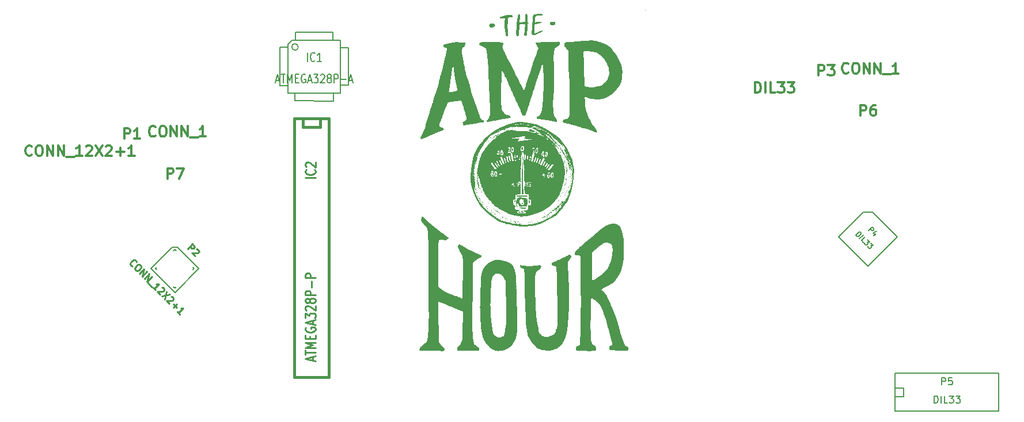
<source format=gto>
G04 (created by PCBNEW (2013-03-19 BZR 4004)-stable) date 8/12/2013 12:05:24 AM*
%MOIN*%
G04 Gerber Fmt 3.4, Leading zero omitted, Abs format*
%FSLAX34Y34*%
G01*
G70*
G90*
G04 APERTURE LIST*
%ADD10C,0*%
%ADD11C,0.006*%
%ADD12C,0.015*%
%ADD13C,0.0059*%
%ADD14C,0.0079*%
%ADD15C,0.008*%
%ADD16C,0.0001*%
%ADD17C,0.01125*%
%ADD18C,0.0113*%
%ADD19C,0.012*%
%ADD20C,0.00985*%
G04 APERTURE END LIST*
G54D10*
G54D11*
X50610Y-32450D02*
X50160Y-32450D01*
X50610Y-30270D02*
X50170Y-30270D01*
X50610Y-32450D02*
X50610Y-30270D01*
X49730Y-32920D02*
X49730Y-33350D01*
X47520Y-32930D02*
X47520Y-33350D01*
X47510Y-33350D02*
X49730Y-33360D01*
X47530Y-29380D02*
X49700Y-29370D01*
X47100Y-30070D02*
X47100Y-32900D01*
X49710Y-29380D02*
X49710Y-29790D01*
X47350Y-29830D02*
X50130Y-29830D01*
X50150Y-32910D02*
X50150Y-29870D01*
X47100Y-32910D02*
X50100Y-32910D01*
X46650Y-30240D02*
X46650Y-32460D01*
X46650Y-32460D02*
X47100Y-32460D01*
X47104Y-30060D02*
X47334Y-29830D01*
X46652Y-30240D02*
X47104Y-30240D01*
X47530Y-29830D02*
X47530Y-29378D01*
X47700Y-30234D02*
G75*
G03X47700Y-30234I-188J0D01*
G74*
G01*
G54D12*
X49460Y-34380D02*
X49460Y-49380D01*
X49460Y-49380D02*
X47460Y-49380D01*
X47460Y-49380D02*
X47460Y-34380D01*
X47460Y-34380D02*
X49460Y-34380D01*
X48960Y-34380D02*
X48960Y-34880D01*
X48960Y-34880D02*
X47960Y-34880D01*
X47960Y-34880D02*
X47960Y-34380D01*
G54D13*
X40698Y-41837D02*
X41945Y-43085D01*
X40421Y-41837D02*
X39174Y-43085D01*
X40421Y-41837D02*
X40698Y-41837D01*
G54D14*
X40490Y-42045D02*
X40560Y-41976D01*
X40560Y-41976D02*
X40629Y-42045D01*
X39520Y-43154D02*
X39451Y-43085D01*
X39451Y-43085D02*
X39520Y-43015D01*
X40629Y-44124D02*
X40560Y-44193D01*
X40560Y-44193D02*
X40490Y-44124D01*
X41599Y-43015D02*
X41668Y-43085D01*
X41668Y-43085D02*
X41599Y-43154D01*
G54D13*
X40560Y-44470D02*
X39174Y-43085D01*
X41945Y-43085D02*
X40560Y-44470D01*
G54D11*
X80935Y-39808D02*
X82101Y-40974D01*
X82101Y-40974D02*
X82367Y-41240D01*
X82367Y-41240D02*
X80670Y-42937D01*
X80670Y-42937D02*
X78972Y-41240D01*
X78972Y-41240D02*
X80404Y-39808D01*
X80404Y-39808D02*
X80935Y-39808D01*
G54D15*
X88250Y-49151D02*
X88250Y-51351D01*
X82250Y-49151D02*
X82250Y-51351D01*
X88250Y-49151D02*
X82250Y-49151D01*
X82250Y-50001D02*
X82750Y-50001D01*
X82750Y-50001D02*
X82750Y-50501D01*
X82750Y-50501D02*
X82250Y-50501D01*
X82250Y-51351D02*
X88250Y-51351D01*
G54D16*
G36*
X58331Y-42333D02*
X58308Y-42353D01*
X58291Y-42371D01*
X58275Y-42394D01*
X58270Y-42405D01*
X58263Y-42416D01*
X58256Y-42426D01*
X58247Y-42435D01*
X58233Y-42444D01*
X58213Y-42456D01*
X58186Y-42471D01*
X58153Y-42488D01*
X58104Y-42515D01*
X58057Y-42542D01*
X58010Y-42573D01*
X57959Y-42610D01*
X57946Y-42620D01*
X57838Y-42701D01*
X57827Y-42744D01*
X57824Y-42756D01*
X57822Y-42770D01*
X57820Y-42787D01*
X57817Y-42808D01*
X57815Y-42832D01*
X57813Y-42862D01*
X57812Y-42896D01*
X57810Y-42935D01*
X57809Y-42981D01*
X57807Y-43033D01*
X57806Y-43092D01*
X57805Y-43159D01*
X57804Y-43234D01*
X57803Y-43318D01*
X57802Y-43411D01*
X57801Y-43513D01*
X57800Y-43626D01*
X57799Y-43750D01*
X57798Y-43885D01*
X57797Y-44031D01*
X57796Y-44190D01*
X57796Y-44258D01*
X57795Y-44405D01*
X57795Y-44540D01*
X57794Y-44663D01*
X57793Y-44776D01*
X57792Y-44877D01*
X57791Y-44969D01*
X57790Y-45051D01*
X57789Y-45124D01*
X57788Y-45189D01*
X57786Y-45246D01*
X57785Y-45297D01*
X57784Y-45341D01*
X57782Y-45379D01*
X57780Y-45413D01*
X57778Y-45441D01*
X57776Y-45466D01*
X57773Y-45487D01*
X57771Y-45506D01*
X57768Y-45522D01*
X57767Y-45527D01*
X57764Y-45544D01*
X57762Y-45562D01*
X57760Y-45584D01*
X57759Y-45611D01*
X57758Y-45643D01*
X57758Y-45681D01*
X57758Y-45727D01*
X57759Y-45781D01*
X57760Y-45844D01*
X57762Y-45917D01*
X57764Y-46002D01*
X57767Y-46086D01*
X57769Y-46183D01*
X57772Y-46268D01*
X57774Y-46343D01*
X57777Y-46408D01*
X57778Y-46464D01*
X57780Y-46514D01*
X57782Y-46557D01*
X57783Y-46596D01*
X57785Y-46631D01*
X57786Y-46663D01*
X57788Y-46694D01*
X57790Y-46725D01*
X57792Y-46756D01*
X57794Y-46790D01*
X57796Y-46826D01*
X57797Y-46832D01*
X57802Y-46913D01*
X57807Y-46984D01*
X57812Y-47044D01*
X57817Y-47098D01*
X57822Y-47145D01*
X57828Y-47188D01*
X57834Y-47228D01*
X57841Y-47269D01*
X57849Y-47309D01*
X57859Y-47353D01*
X57863Y-47371D01*
X57884Y-47465D01*
X58011Y-47555D01*
X58048Y-47581D01*
X58082Y-47606D01*
X58112Y-47628D01*
X58135Y-47647D01*
X58151Y-47659D01*
X58156Y-47664D01*
X58164Y-47674D01*
X58170Y-47685D01*
X58175Y-47701D01*
X58179Y-47725D01*
X58184Y-47757D01*
X58187Y-47786D01*
X58190Y-47811D01*
X58191Y-47827D01*
X58191Y-47833D01*
X58185Y-47834D01*
X58166Y-47834D01*
X58136Y-47834D01*
X58095Y-47835D01*
X58046Y-47836D01*
X57987Y-47837D01*
X57921Y-47837D01*
X57848Y-47838D01*
X57770Y-47839D01*
X57687Y-47840D01*
X57599Y-47841D01*
X57571Y-47841D01*
X56952Y-47847D01*
X56923Y-47818D01*
X56895Y-47791D01*
X56896Y-47746D01*
X56897Y-47716D01*
X56899Y-47686D01*
X56901Y-47667D01*
X56905Y-47633D01*
X56979Y-47574D01*
X57029Y-47531D01*
X57068Y-47490D01*
X57098Y-47448D01*
X57122Y-47401D01*
X57142Y-47349D01*
X57144Y-47341D01*
X57153Y-47313D01*
X57163Y-47284D01*
X57172Y-47263D01*
X57181Y-47237D01*
X57189Y-47204D01*
X57196Y-47165D01*
X57201Y-47118D01*
X57205Y-47062D01*
X57207Y-46997D01*
X57209Y-46920D01*
X57209Y-46831D01*
X57209Y-46828D01*
X57210Y-46773D01*
X57210Y-46707D01*
X57212Y-46631D01*
X57214Y-46547D01*
X57216Y-46456D01*
X57219Y-46361D01*
X57222Y-46263D01*
X57225Y-46164D01*
X57227Y-46118D01*
X57230Y-46027D01*
X57233Y-45947D01*
X57236Y-45879D01*
X57237Y-45821D01*
X57239Y-45773D01*
X57240Y-45732D01*
X57240Y-45699D01*
X57240Y-45673D01*
X57240Y-45652D01*
X57239Y-45635D01*
X57238Y-45623D01*
X57237Y-45612D01*
X57235Y-45604D01*
X57235Y-45604D01*
X57226Y-45565D01*
X57079Y-45504D01*
X57034Y-45485D01*
X56989Y-45467D01*
X56946Y-45449D01*
X56909Y-45434D01*
X56880Y-45422D01*
X56870Y-45418D01*
X56850Y-45410D01*
X56820Y-45397D01*
X56781Y-45381D01*
X56735Y-45362D01*
X56684Y-45341D01*
X56630Y-45319D01*
X56574Y-45295D01*
X56561Y-45290D01*
X56496Y-45263D01*
X56424Y-45234D01*
X56350Y-45204D01*
X56276Y-45174D01*
X56205Y-45146D01*
X56141Y-45120D01*
X56102Y-45104D01*
X56051Y-45084D01*
X56002Y-45065D01*
X55958Y-45048D01*
X55920Y-45032D01*
X55889Y-45020D01*
X55868Y-45011D01*
X55858Y-45007D01*
X55839Y-45000D01*
X55825Y-44995D01*
X55820Y-44994D01*
X55819Y-44998D01*
X55818Y-45012D01*
X55817Y-45034D01*
X55816Y-45067D01*
X55816Y-45110D01*
X55816Y-45164D01*
X55815Y-45228D01*
X55816Y-45304D01*
X55816Y-45391D01*
X55817Y-45491D01*
X55817Y-45603D01*
X55818Y-45657D01*
X55818Y-45749D01*
X55819Y-45838D01*
X55820Y-45922D01*
X55820Y-46001D01*
X55821Y-46074D01*
X55822Y-46140D01*
X55822Y-46198D01*
X55823Y-46247D01*
X55823Y-46286D01*
X55824Y-46315D01*
X55824Y-46332D01*
X55824Y-46336D01*
X55825Y-46346D01*
X55825Y-46367D01*
X55826Y-46399D01*
X55827Y-46440D01*
X55828Y-46489D01*
X55828Y-46546D01*
X55829Y-46608D01*
X55830Y-46675D01*
X55831Y-46737D01*
X55832Y-46822D01*
X55832Y-46895D01*
X55833Y-46957D01*
X55834Y-47010D01*
X55835Y-47056D01*
X55836Y-47095D01*
X55837Y-47130D01*
X55838Y-47160D01*
X55840Y-47188D01*
X55842Y-47215D01*
X55844Y-47242D01*
X55846Y-47271D01*
X55848Y-47294D01*
X55851Y-47327D01*
X55854Y-47349D01*
X55858Y-47365D01*
X55863Y-47376D01*
X55871Y-47386D01*
X55876Y-47392D01*
X55886Y-47403D01*
X55904Y-47422D01*
X55927Y-47448D01*
X55955Y-47478D01*
X55986Y-47513D01*
X56019Y-47550D01*
X56020Y-47552D01*
X56053Y-47588D01*
X56083Y-47622D01*
X56109Y-47651D01*
X56131Y-47675D01*
X56147Y-47693D01*
X56155Y-47702D01*
X56155Y-47703D01*
X56162Y-47711D01*
X56165Y-47719D01*
X56164Y-47730D01*
X56161Y-47750D01*
X56158Y-47766D01*
X56150Y-47802D01*
X56142Y-47826D01*
X56132Y-47843D01*
X56120Y-47852D01*
X56104Y-47857D01*
X56097Y-47858D01*
X56065Y-47861D01*
X56042Y-47863D01*
X56024Y-47864D01*
X56006Y-47862D01*
X55991Y-47861D01*
X55964Y-47858D01*
X55925Y-47855D01*
X55877Y-47852D01*
X55822Y-47849D01*
X55761Y-47846D01*
X55697Y-47843D01*
X55630Y-47841D01*
X55564Y-47839D01*
X55499Y-47837D01*
X55438Y-47836D01*
X55383Y-47835D01*
X55335Y-47835D01*
X55316Y-47835D01*
X55261Y-47836D01*
X55197Y-47837D01*
X55128Y-47838D01*
X55059Y-47838D01*
X54993Y-47838D01*
X54957Y-47838D01*
X54767Y-47838D01*
X54743Y-47816D01*
X54730Y-47801D01*
X54723Y-47785D01*
X54720Y-47766D01*
X54723Y-47741D01*
X54731Y-47707D01*
X54734Y-47698D01*
X54747Y-47658D01*
X54763Y-47629D01*
X54769Y-47622D01*
X54780Y-47612D01*
X54799Y-47595D01*
X54826Y-47573D01*
X54859Y-47546D01*
X54896Y-47517D01*
X54935Y-47486D01*
X54943Y-47480D01*
X54987Y-47446D01*
X55022Y-47419D01*
X55050Y-47397D01*
X55071Y-47380D01*
X55087Y-47365D01*
X55100Y-47352D01*
X55110Y-47339D01*
X55120Y-47325D01*
X55131Y-47309D01*
X55133Y-47306D01*
X55169Y-47249D01*
X55202Y-46973D01*
X55208Y-46921D01*
X55213Y-46874D01*
X55218Y-46832D01*
X55222Y-46793D01*
X55226Y-46756D01*
X55229Y-46719D01*
X55232Y-46682D01*
X55234Y-46643D01*
X55237Y-46600D01*
X55239Y-46553D01*
X55241Y-46499D01*
X55243Y-46439D01*
X55245Y-46370D01*
X55247Y-46291D01*
X55250Y-46201D01*
X55251Y-46154D01*
X55253Y-46106D01*
X55255Y-46050D01*
X55257Y-45991D01*
X55260Y-45935D01*
X55262Y-45900D01*
X55264Y-45858D01*
X55266Y-45823D01*
X55266Y-45791D01*
X55266Y-45760D01*
X55265Y-45727D01*
X55263Y-45690D01*
X55259Y-45645D01*
X55255Y-45590D01*
X55254Y-45584D01*
X55252Y-45561D01*
X55251Y-45539D01*
X55249Y-45519D01*
X55247Y-45498D01*
X55246Y-45477D01*
X55245Y-45455D01*
X55244Y-45430D01*
X55243Y-45403D01*
X55242Y-45373D01*
X55242Y-45339D01*
X55241Y-45301D01*
X55240Y-45257D01*
X55240Y-45208D01*
X55240Y-45152D01*
X55239Y-45089D01*
X55239Y-45018D01*
X55239Y-44939D01*
X55239Y-44851D01*
X55238Y-44753D01*
X55238Y-44645D01*
X55238Y-44526D01*
X55238Y-44395D01*
X55238Y-44252D01*
X55238Y-44235D01*
X55238Y-44057D01*
X55237Y-43893D01*
X55237Y-43742D01*
X55237Y-43603D01*
X55236Y-43477D01*
X55236Y-43364D01*
X55235Y-43263D01*
X55234Y-43175D01*
X55233Y-43099D01*
X55232Y-43036D01*
X55231Y-42984D01*
X55230Y-42945D01*
X55229Y-42921D01*
X55228Y-42889D01*
X55227Y-42852D01*
X55226Y-42811D01*
X55225Y-42764D01*
X55225Y-42710D01*
X55225Y-42649D01*
X55226Y-42579D01*
X55226Y-42500D01*
X55227Y-42410D01*
X55228Y-42309D01*
X55229Y-42231D01*
X55231Y-42132D01*
X55232Y-42045D01*
X55233Y-41969D01*
X55234Y-41901D01*
X55234Y-41841D01*
X55234Y-41787D01*
X55234Y-41738D01*
X55234Y-41693D01*
X55233Y-41649D01*
X55232Y-41606D01*
X55231Y-41563D01*
X55229Y-41517D01*
X55228Y-41468D01*
X55225Y-41414D01*
X55223Y-41361D01*
X55218Y-41248D01*
X55212Y-41148D01*
X55206Y-41059D01*
X55200Y-40981D01*
X55193Y-40914D01*
X55185Y-40857D01*
X55177Y-40808D01*
X55168Y-40768D01*
X55158Y-40736D01*
X55147Y-40711D01*
X55142Y-40701D01*
X55132Y-40689D01*
X55116Y-40668D01*
X55094Y-40641D01*
X55067Y-40610D01*
X55037Y-40576D01*
X55015Y-40552D01*
X54984Y-40517D01*
X54954Y-40483D01*
X54927Y-40453D01*
X54905Y-40428D01*
X54888Y-40410D01*
X54882Y-40402D01*
X54863Y-40378D01*
X54845Y-40347D01*
X54830Y-40313D01*
X54818Y-40282D01*
X54812Y-40255D01*
X54811Y-40247D01*
X54814Y-40226D01*
X54820Y-40208D01*
X54821Y-40205D01*
X54828Y-40191D01*
X54828Y-40171D01*
X54827Y-40159D01*
X54826Y-40136D01*
X54829Y-40118D01*
X54838Y-40102D01*
X54853Y-40079D01*
X54867Y-40066D01*
X54884Y-40061D01*
X54894Y-40061D01*
X54901Y-40061D01*
X54909Y-40065D01*
X54919Y-40071D01*
X54932Y-40083D01*
X54950Y-40099D01*
X54974Y-40123D01*
X55004Y-40154D01*
X55028Y-40179D01*
X55071Y-40223D01*
X55114Y-40265D01*
X55159Y-40308D01*
X55209Y-40352D01*
X55266Y-40401D01*
X55313Y-40441D01*
X55499Y-40595D01*
X55679Y-40738D01*
X55852Y-40872D01*
X56019Y-40996D01*
X56072Y-41034D01*
X56137Y-41081D01*
X56196Y-41125D01*
X56251Y-41165D01*
X56299Y-41201D01*
X56340Y-41232D01*
X56374Y-41259D01*
X56399Y-41280D01*
X56415Y-41294D01*
X56421Y-41302D01*
X56421Y-41302D01*
X56416Y-41312D01*
X56401Y-41327D01*
X56379Y-41345D01*
X56352Y-41364D01*
X56323Y-41383D01*
X56294Y-41400D01*
X56266Y-41414D01*
X56243Y-41424D01*
X56238Y-41425D01*
X56196Y-41437D01*
X56116Y-41416D01*
X56080Y-41408D01*
X56044Y-41401D01*
X56011Y-41395D01*
X55989Y-41392D01*
X55962Y-41391D01*
X55942Y-41392D01*
X55924Y-41397D01*
X55901Y-41406D01*
X55900Y-41406D01*
X55881Y-41416D01*
X55866Y-41426D01*
X55854Y-41438D01*
X55845Y-41454D01*
X55838Y-41476D01*
X55833Y-41506D01*
X55828Y-41545D01*
X55822Y-41596D01*
X55822Y-41597D01*
X55820Y-41615D01*
X55819Y-41634D01*
X55817Y-41654D01*
X55816Y-41676D01*
X55814Y-41700D01*
X55813Y-41728D01*
X55812Y-41759D01*
X55811Y-41796D01*
X55811Y-41838D01*
X55810Y-41886D01*
X55809Y-41941D01*
X55809Y-42005D01*
X55808Y-42076D01*
X55808Y-42158D01*
X55807Y-42249D01*
X55807Y-42351D01*
X55806Y-42465D01*
X55806Y-42576D01*
X55805Y-42688D01*
X55805Y-42801D01*
X55804Y-42915D01*
X55803Y-43027D01*
X55803Y-43136D01*
X55802Y-43242D01*
X55802Y-43343D01*
X55801Y-43438D01*
X55800Y-43526D01*
X55800Y-43605D01*
X55799Y-43675D01*
X55798Y-43733D01*
X55798Y-43769D01*
X55794Y-44104D01*
X55955Y-44235D01*
X56000Y-44271D01*
X56037Y-44301D01*
X56068Y-44325D01*
X56095Y-44345D01*
X56120Y-44362D01*
X56144Y-44378D01*
X56169Y-44393D01*
X56199Y-44409D01*
X56233Y-44427D01*
X56245Y-44434D01*
X56272Y-44448D01*
X56297Y-44461D01*
X56321Y-44473D01*
X56347Y-44485D01*
X56375Y-44498D01*
X56405Y-44511D01*
X56440Y-44526D01*
X56481Y-44542D01*
X56528Y-44561D01*
X56583Y-44582D01*
X56647Y-44607D01*
X56721Y-44635D01*
X56789Y-44661D01*
X56859Y-44688D01*
X56925Y-44713D01*
X56986Y-44736D01*
X57043Y-44757D01*
X57092Y-44776D01*
X57134Y-44792D01*
X57167Y-44804D01*
X57191Y-44812D01*
X57204Y-44817D01*
X57206Y-44817D01*
X57206Y-44810D01*
X57207Y-44792D01*
X57208Y-44761D01*
X57209Y-44721D01*
X57210Y-44671D01*
X57211Y-44612D01*
X57212Y-44545D01*
X57213Y-44471D01*
X57215Y-44391D01*
X57216Y-44306D01*
X57218Y-44217D01*
X57219Y-44124D01*
X57221Y-44028D01*
X57222Y-43931D01*
X57224Y-43832D01*
X57225Y-43734D01*
X57227Y-43637D01*
X57228Y-43541D01*
X57229Y-43447D01*
X57230Y-43357D01*
X57232Y-43272D01*
X57233Y-43195D01*
X57234Y-43110D01*
X57236Y-43028D01*
X57238Y-42953D01*
X57241Y-42886D01*
X57244Y-42828D01*
X57247Y-42782D01*
X57247Y-42781D01*
X57257Y-42651D01*
X57237Y-42537D01*
X57230Y-42497D01*
X57224Y-42459D01*
X57220Y-42426D01*
X57217Y-42400D01*
X57216Y-42388D01*
X57215Y-42367D01*
X57210Y-42349D01*
X57199Y-42329D01*
X57191Y-42317D01*
X57183Y-42302D01*
X57169Y-42278D01*
X57151Y-42245D01*
X57130Y-42205D01*
X57107Y-42160D01*
X57081Y-42110D01*
X57055Y-42059D01*
X57054Y-42055D01*
X56941Y-41830D01*
X56948Y-41775D01*
X56952Y-41747D01*
X56957Y-41727D01*
X56963Y-41714D01*
X56973Y-41701D01*
X56977Y-41698D01*
X56994Y-41682D01*
X57013Y-41669D01*
X57019Y-41666D01*
X57029Y-41662D01*
X57037Y-41662D01*
X57047Y-41665D01*
X57062Y-41673D01*
X57082Y-41688D01*
X57094Y-41695D01*
X57115Y-41710D01*
X57144Y-41729D01*
X57182Y-41752D01*
X57229Y-41780D01*
X57284Y-41814D01*
X57350Y-41852D01*
X57426Y-41897D01*
X57513Y-41948D01*
X57532Y-41959D01*
X57560Y-41974D01*
X57598Y-41993D01*
X57646Y-42017D01*
X57700Y-42043D01*
X57761Y-42071D01*
X57826Y-42101D01*
X57894Y-42132D01*
X57963Y-42163D01*
X58032Y-42194D01*
X58099Y-42223D01*
X58127Y-42235D01*
X58163Y-42250D01*
X58194Y-42263D01*
X58219Y-42273D01*
X58236Y-42280D01*
X58242Y-42283D01*
X58242Y-42283D01*
X58248Y-42286D01*
X58263Y-42294D01*
X58283Y-42305D01*
X58288Y-42308D01*
X58331Y-42333D01*
X58331Y-42333D01*
X58331Y-42333D01*
G37*
G36*
X60386Y-46277D02*
X60384Y-46283D01*
X60382Y-46294D01*
X60380Y-46315D01*
X60379Y-46341D01*
X60378Y-46359D01*
X60377Y-46397D01*
X60376Y-46441D01*
X60374Y-46481D01*
X60374Y-46489D01*
X60372Y-46524D01*
X60370Y-46566D01*
X60368Y-46609D01*
X60367Y-46633D01*
X60364Y-46694D01*
X60362Y-46744D01*
X60360Y-46784D01*
X60357Y-46816D01*
X60354Y-46841D01*
X60351Y-46861D01*
X60348Y-46877D01*
X60344Y-46894D01*
X60341Y-46903D01*
X60338Y-46912D01*
X60338Y-46913D01*
X60336Y-46919D01*
X60334Y-46933D01*
X60334Y-46936D01*
X60330Y-46956D01*
X60325Y-46981D01*
X60322Y-46991D01*
X60317Y-47013D01*
X60310Y-47042D01*
X60303Y-47074D01*
X60301Y-47083D01*
X60295Y-47111D01*
X60288Y-47137D01*
X60282Y-47156D01*
X60280Y-47161D01*
X60273Y-47175D01*
X60271Y-47185D01*
X60271Y-47185D01*
X60268Y-47190D01*
X60266Y-47190D01*
X60260Y-47195D01*
X60259Y-47199D01*
X60257Y-47209D01*
X60249Y-47228D01*
X60238Y-47250D01*
X60227Y-47271D01*
X60217Y-47290D01*
X60209Y-47300D01*
X60201Y-47311D01*
X60191Y-47328D01*
X60184Y-47341D01*
X60174Y-47358D01*
X60166Y-47370D01*
X60162Y-47373D01*
X60156Y-47378D01*
X60151Y-47389D01*
X60147Y-47401D01*
X60143Y-47405D01*
X60138Y-47410D01*
X60131Y-47424D01*
X60130Y-47426D01*
X60122Y-47441D01*
X60117Y-47450D01*
X60116Y-47451D01*
X60111Y-47457D01*
X60102Y-47473D01*
X60089Y-47494D01*
X60081Y-47507D01*
X60068Y-47529D01*
X60057Y-47546D01*
X60044Y-47560D01*
X60029Y-47573D01*
X60007Y-47589D01*
X59978Y-47608D01*
X59952Y-47626D01*
X59929Y-47640D01*
X59913Y-47649D01*
X59905Y-47653D01*
X59905Y-47653D01*
X59900Y-47656D01*
X59889Y-47665D01*
X59875Y-47678D01*
X59859Y-47691D01*
X59847Y-47700D01*
X59841Y-47701D01*
X59835Y-47703D01*
X59832Y-47708D01*
X59825Y-47716D01*
X59821Y-47717D01*
X59808Y-47719D01*
X59792Y-47726D01*
X59775Y-47735D01*
X59760Y-47746D01*
X59751Y-47756D01*
X59750Y-47761D01*
X59749Y-47762D01*
X59743Y-47758D01*
X59733Y-47754D01*
X59732Y-47754D01*
X59732Y-45705D01*
X59732Y-45576D01*
X59731Y-45443D01*
X59730Y-45309D01*
X59729Y-45174D01*
X59728Y-45041D01*
X59727Y-44909D01*
X59725Y-44781D01*
X59723Y-44657D01*
X59721Y-44538D01*
X59719Y-44427D01*
X59717Y-44324D01*
X59715Y-44230D01*
X59712Y-44146D01*
X59709Y-44074D01*
X59709Y-44069D01*
X59699Y-43818D01*
X59670Y-43749D01*
X59655Y-43718D01*
X59636Y-43679D01*
X59615Y-43638D01*
X59594Y-43599D01*
X59590Y-43592D01*
X59569Y-43556D01*
X59552Y-43529D01*
X59537Y-43508D01*
X59522Y-43490D01*
X59505Y-43473D01*
X59490Y-43460D01*
X59433Y-43418D01*
X59385Y-43392D01*
X59329Y-43366D01*
X59233Y-43372D01*
X59194Y-43374D01*
X59166Y-43377D01*
X59145Y-43380D01*
X59129Y-43384D01*
X59115Y-43390D01*
X59104Y-43396D01*
X59078Y-43413D01*
X59048Y-43437D01*
X59017Y-43465D01*
X58989Y-43494D01*
X58966Y-43521D01*
X58954Y-43540D01*
X58930Y-43593D01*
X58909Y-43657D01*
X58893Y-43732D01*
X58881Y-43819D01*
X58872Y-43917D01*
X58868Y-43984D01*
X58866Y-44016D01*
X58865Y-44059D01*
X58862Y-44108D01*
X58859Y-44160D01*
X58856Y-44212D01*
X58855Y-44235D01*
X58853Y-44284D01*
X58850Y-44342D01*
X58848Y-44407D01*
X58846Y-44475D01*
X58844Y-44543D01*
X58842Y-44607D01*
X58842Y-44622D01*
X58840Y-44684D01*
X58839Y-44748D01*
X58837Y-44813D01*
X58835Y-44875D01*
X58832Y-44931D01*
X58830Y-44978D01*
X58829Y-44991D01*
X58827Y-45029D01*
X58825Y-45068D01*
X58824Y-45107D01*
X58824Y-45149D01*
X58824Y-45193D01*
X58825Y-45242D01*
X58826Y-45297D01*
X58829Y-45358D01*
X58832Y-45427D01*
X58835Y-45505D01*
X58840Y-45593D01*
X58845Y-45692D01*
X58849Y-45755D01*
X58855Y-45862D01*
X58861Y-45958D01*
X58868Y-46046D01*
X58875Y-46127D01*
X58883Y-46204D01*
X58892Y-46280D01*
X58902Y-46356D01*
X58914Y-46435D01*
X58928Y-46519D01*
X58938Y-46577D01*
X58948Y-46639D01*
X58957Y-46689D01*
X58964Y-46729D01*
X58971Y-46762D01*
X58977Y-46788D01*
X58982Y-46809D01*
X58987Y-46827D01*
X58994Y-46844D01*
X59001Y-46861D01*
X59006Y-46874D01*
X59035Y-46939D01*
X59119Y-46988D01*
X59162Y-47012D01*
X59203Y-47033D01*
X59242Y-47052D01*
X59275Y-47066D01*
X59301Y-47075D01*
X59318Y-47079D01*
X59329Y-47077D01*
X59350Y-47073D01*
X59377Y-47066D01*
X59396Y-47060D01*
X59433Y-47050D01*
X59474Y-47038D01*
X59512Y-47027D01*
X59522Y-47023D01*
X59584Y-47005D01*
X59602Y-46963D01*
X59620Y-46917D01*
X59636Y-46863D01*
X59649Y-46805D01*
X59659Y-46749D01*
X59660Y-46743D01*
X59664Y-46711D01*
X59670Y-46672D01*
X59677Y-46632D01*
X59683Y-46602D01*
X59690Y-46565D01*
X59699Y-46520D01*
X59707Y-46473D01*
X59714Y-46428D01*
X59715Y-46421D01*
X59718Y-46402D01*
X59720Y-46384D01*
X59723Y-46366D01*
X59724Y-46348D01*
X59726Y-46328D01*
X59727Y-46305D01*
X59728Y-46278D01*
X59729Y-46246D01*
X59730Y-46208D01*
X59730Y-46163D01*
X59731Y-46110D01*
X59731Y-46047D01*
X59731Y-45974D01*
X59731Y-45890D01*
X59732Y-45831D01*
X59732Y-45705D01*
X59732Y-47754D01*
X59729Y-47757D01*
X59719Y-47763D01*
X59712Y-47764D01*
X59699Y-47768D01*
X59694Y-47772D01*
X59685Y-47782D01*
X59673Y-47790D01*
X59662Y-47795D01*
X59661Y-47793D01*
X59666Y-47787D01*
X59671Y-47780D01*
X59667Y-47780D01*
X59662Y-47781D01*
X59649Y-47788D01*
X59631Y-47797D01*
X59623Y-47801D01*
X59607Y-47808D01*
X59596Y-47812D01*
X59593Y-47812D01*
X59586Y-47812D01*
X59571Y-47817D01*
X59559Y-47822D01*
X59536Y-47831D01*
X59515Y-47837D01*
X59507Y-47838D01*
X59489Y-47841D01*
X59465Y-47844D01*
X59455Y-47845D01*
X59430Y-47848D01*
X59399Y-47851D01*
X59380Y-47852D01*
X59349Y-47854D01*
X59315Y-47857D01*
X59291Y-47858D01*
X59268Y-47860D01*
X59251Y-47860D01*
X59243Y-47859D01*
X59242Y-47859D01*
X59236Y-47857D01*
X59219Y-47852D01*
X59195Y-47847D01*
X59166Y-47841D01*
X59136Y-47834D01*
X59108Y-47828D01*
X59083Y-47823D01*
X59065Y-47820D01*
X59062Y-47819D01*
X59045Y-47814D01*
X59036Y-47808D01*
X59024Y-47800D01*
X59005Y-47790D01*
X58992Y-47783D01*
X58973Y-47774D01*
X58960Y-47766D01*
X58956Y-47762D01*
X58948Y-47757D01*
X58936Y-47752D01*
X58925Y-47745D01*
X58906Y-47731D01*
X58881Y-47713D01*
X58853Y-47691D01*
X58824Y-47668D01*
X58796Y-47645D01*
X58771Y-47624D01*
X58752Y-47606D01*
X58746Y-47600D01*
X58732Y-47586D01*
X58720Y-47576D01*
X58717Y-47574D01*
X58711Y-47569D01*
X58701Y-47556D01*
X58696Y-47548D01*
X58683Y-47531D01*
X58670Y-47521D01*
X58666Y-47518D01*
X58653Y-47511D01*
X58641Y-47496D01*
X58641Y-47496D01*
X58631Y-47484D01*
X58623Y-47480D01*
X58622Y-47481D01*
X58618Y-47481D01*
X58620Y-47478D01*
X58621Y-47471D01*
X58618Y-47470D01*
X58611Y-47465D01*
X58607Y-47457D01*
X58601Y-47446D01*
X58588Y-47429D01*
X58578Y-47418D01*
X58564Y-47403D01*
X58554Y-47390D01*
X58552Y-47384D01*
X58549Y-47375D01*
X58540Y-47359D01*
X58529Y-47342D01*
X58518Y-47328D01*
X58511Y-47321D01*
X58507Y-47314D01*
X58507Y-47313D01*
X58503Y-47304D01*
X58494Y-47290D01*
X58490Y-47285D01*
X58480Y-47271D01*
X58474Y-47261D01*
X58474Y-47259D01*
X58471Y-47252D01*
X58465Y-47235D01*
X58455Y-47214D01*
X58454Y-47211D01*
X58443Y-47188D01*
X58435Y-47166D01*
X58430Y-47152D01*
X58430Y-47152D01*
X58424Y-47133D01*
X58416Y-47123D01*
X58408Y-47112D01*
X58406Y-47106D01*
X58405Y-47098D01*
X58400Y-47086D01*
X58395Y-47073D01*
X58393Y-47066D01*
X58389Y-47058D01*
X58388Y-47056D01*
X58384Y-47044D01*
X58378Y-47025D01*
X58374Y-47005D01*
X58373Y-46998D01*
X58370Y-46984D01*
X58365Y-46963D01*
X58363Y-46956D01*
X58358Y-46934D01*
X58353Y-46915D01*
X58352Y-46910D01*
X58349Y-46896D01*
X58346Y-46889D01*
X58344Y-46880D01*
X58341Y-46864D01*
X58340Y-46856D01*
X58337Y-46834D01*
X58333Y-46816D01*
X58333Y-46812D01*
X58327Y-46788D01*
X58322Y-46765D01*
X58317Y-46740D01*
X58312Y-46708D01*
X58307Y-46682D01*
X58301Y-46651D01*
X58295Y-46626D01*
X58291Y-46599D01*
X58287Y-46561D01*
X58284Y-46516D01*
X58282Y-46470D01*
X58281Y-46430D01*
X58279Y-46393D01*
X58278Y-46361D01*
X58276Y-46336D01*
X58275Y-46327D01*
X58273Y-46300D01*
X58270Y-46272D01*
X58269Y-46265D01*
X58267Y-46247D01*
X58264Y-46221D01*
X58261Y-46187D01*
X58257Y-46151D01*
X58256Y-46141D01*
X58251Y-46098D01*
X58247Y-46061D01*
X58245Y-46027D01*
X58242Y-45993D01*
X58240Y-45955D01*
X58239Y-45913D01*
X58237Y-45862D01*
X58236Y-45825D01*
X58235Y-45778D01*
X58233Y-45722D01*
X58232Y-45662D01*
X58230Y-45601D01*
X58229Y-45545D01*
X58228Y-45531D01*
X58227Y-45480D01*
X58226Y-45427D01*
X58225Y-45377D01*
X58224Y-45331D01*
X58224Y-45294D01*
X58224Y-45281D01*
X58225Y-45256D01*
X58225Y-45231D01*
X58226Y-45205D01*
X58226Y-45176D01*
X58227Y-45143D01*
X58229Y-45103D01*
X58231Y-45056D01*
X58233Y-44999D01*
X58236Y-44931D01*
X58236Y-44919D01*
X58237Y-44897D01*
X58238Y-44865D01*
X58239Y-44823D01*
X58240Y-44774D01*
X58241Y-44719D01*
X58242Y-44662D01*
X58242Y-44606D01*
X58244Y-44520D01*
X58245Y-44446D01*
X58246Y-44382D01*
X58247Y-44328D01*
X58249Y-44282D01*
X58251Y-44244D01*
X58253Y-44212D01*
X58255Y-44185D01*
X58256Y-44176D01*
X58256Y-44160D01*
X58258Y-44133D01*
X58259Y-44096D01*
X58260Y-44053D01*
X58261Y-44004D01*
X58262Y-43951D01*
X58262Y-43922D01*
X58263Y-43869D01*
X58264Y-43819D01*
X58265Y-43773D01*
X58266Y-43734D01*
X58267Y-43704D01*
X58268Y-43684D01*
X58269Y-43677D01*
X58272Y-43652D01*
X58274Y-43627D01*
X58275Y-43622D01*
X58277Y-43601D01*
X58280Y-43584D01*
X58281Y-43581D01*
X58283Y-43568D01*
X58286Y-43546D01*
X58288Y-43523D01*
X58291Y-43484D01*
X58294Y-43455D01*
X58297Y-43435D01*
X58300Y-43422D01*
X58303Y-43413D01*
X58304Y-43411D01*
X58310Y-43395D01*
X58313Y-43384D01*
X58316Y-43367D01*
X58321Y-43346D01*
X58323Y-43342D01*
X58332Y-43308D01*
X58337Y-43285D01*
X58338Y-43272D01*
X58338Y-43272D01*
X58342Y-43267D01*
X58344Y-43267D01*
X58348Y-43263D01*
X58347Y-43260D01*
X58346Y-43250D01*
X58349Y-43242D01*
X58356Y-43225D01*
X58359Y-43214D01*
X58364Y-43197D01*
X58372Y-43173D01*
X58381Y-43147D01*
X58391Y-43124D01*
X58400Y-43105D01*
X58404Y-43098D01*
X58413Y-43084D01*
X58421Y-43070D01*
X58430Y-43057D01*
X58436Y-43052D01*
X58439Y-43048D01*
X58438Y-43046D01*
X58440Y-43038D01*
X58447Y-43031D01*
X58458Y-43022D01*
X58461Y-43016D01*
X58465Y-43007D01*
X58475Y-42993D01*
X58480Y-42986D01*
X58492Y-42972D01*
X58499Y-42961D01*
X58500Y-42958D01*
X58504Y-42952D01*
X58517Y-42938D01*
X58535Y-42919D01*
X58557Y-42896D01*
X58582Y-42871D01*
X58608Y-42846D01*
X58632Y-42823D01*
X58654Y-42803D01*
X58671Y-42788D01*
X58672Y-42788D01*
X58691Y-42772D01*
X58712Y-42757D01*
X58732Y-42744D01*
X58748Y-42734D01*
X58759Y-42729D01*
X58761Y-42729D01*
X58766Y-42728D01*
X58778Y-42721D01*
X58788Y-42716D01*
X58805Y-42705D01*
X58824Y-42693D01*
X58848Y-42680D01*
X58879Y-42664D01*
X58919Y-42642D01*
X58924Y-42640D01*
X58946Y-42627D01*
X58965Y-42616D01*
X58976Y-42608D01*
X58977Y-42606D01*
X58982Y-42601D01*
X58984Y-42602D01*
X58990Y-42602D01*
X59005Y-42600D01*
X59015Y-42597D01*
X59042Y-42591D01*
X59067Y-42586D01*
X59093Y-42583D01*
X59121Y-42580D01*
X59154Y-42579D01*
X59195Y-42579D01*
X59246Y-42579D01*
X59262Y-42580D01*
X59318Y-42580D01*
X59363Y-42581D01*
X59400Y-42583D01*
X59429Y-42585D01*
X59453Y-42587D01*
X59474Y-42591D01*
X59493Y-42595D01*
X59500Y-42597D01*
X59519Y-42601D01*
X59532Y-42605D01*
X59534Y-42605D01*
X59545Y-42609D01*
X59547Y-42611D01*
X59556Y-42614D01*
X59569Y-42615D01*
X59586Y-42618D01*
X59608Y-42624D01*
X59621Y-42628D01*
X59639Y-42635D01*
X59651Y-42638D01*
X59653Y-42638D01*
X59659Y-42638D01*
X59670Y-42641D01*
X59690Y-42648D01*
X59703Y-42651D01*
X59720Y-42656D01*
X59740Y-42664D01*
X59744Y-42666D01*
X59765Y-42675D01*
X59791Y-42684D01*
X59799Y-42687D01*
X59817Y-42693D01*
X59830Y-42698D01*
X59833Y-42701D01*
X59842Y-42705D01*
X59849Y-42706D01*
X59866Y-42710D01*
X59874Y-42712D01*
X59885Y-42718D01*
X59904Y-42727D01*
X59927Y-42738D01*
X59929Y-42739D01*
X59950Y-42750D01*
X59965Y-42759D01*
X59973Y-42764D01*
X59973Y-42765D01*
X59978Y-42769D01*
X59992Y-42778D01*
X60010Y-42787D01*
X60037Y-42801D01*
X60055Y-42819D01*
X60067Y-42835D01*
X60079Y-42853D01*
X60090Y-42867D01*
X60095Y-42871D01*
X60102Y-42880D01*
X60103Y-42884D01*
X60107Y-42892D01*
X60116Y-42907D01*
X60126Y-42921D01*
X60138Y-42940D01*
X60146Y-42955D01*
X60149Y-42962D01*
X60153Y-42974D01*
X60161Y-42987D01*
X60170Y-42999D01*
X60171Y-43007D01*
X60172Y-43012D01*
X60174Y-43013D01*
X60181Y-43017D01*
X60181Y-43018D01*
X60184Y-43027D01*
X60190Y-43044D01*
X60197Y-43059D01*
X60205Y-43078D01*
X60211Y-43093D01*
X60212Y-43097D01*
X60215Y-43105D01*
X60222Y-43119D01*
X60224Y-43124D01*
X60232Y-43141D01*
X60237Y-43154D01*
X60238Y-43156D01*
X60240Y-43171D01*
X60243Y-43190D01*
X60246Y-43210D01*
X60247Y-43223D01*
X60248Y-43224D01*
X60250Y-43235D01*
X60254Y-43251D01*
X60260Y-43271D01*
X60265Y-43296D01*
X60270Y-43322D01*
X60274Y-43346D01*
X60276Y-43363D01*
X60275Y-43371D01*
X60277Y-43380D01*
X60282Y-43386D01*
X60287Y-43398D01*
X60285Y-43404D01*
X60283Y-43416D01*
X60285Y-43420D01*
X60290Y-43432D01*
X60291Y-43436D01*
X60292Y-43449D01*
X60294Y-43468D01*
X60295Y-43476D01*
X60296Y-43493D01*
X60298Y-43521D01*
X60300Y-43554D01*
X60302Y-43586D01*
X60304Y-43621D01*
X60306Y-43655D01*
X60307Y-43683D01*
X60309Y-43700D01*
X60310Y-43719D01*
X60311Y-43747D01*
X60313Y-43781D01*
X60315Y-43818D01*
X60315Y-43831D01*
X60318Y-43879D01*
X60322Y-43914D01*
X60326Y-43936D01*
X60329Y-43943D01*
X60336Y-43957D01*
X60337Y-43963D01*
X60330Y-43959D01*
X60325Y-43958D01*
X60323Y-43965D01*
X60322Y-43984D01*
X60322Y-43989D01*
X60324Y-44014D01*
X60326Y-44037D01*
X60328Y-44047D01*
X60330Y-44063D01*
X60325Y-44068D01*
X60325Y-44068D01*
X60321Y-44072D01*
X60324Y-44081D01*
X60330Y-44096D01*
X60330Y-44104D01*
X60324Y-44104D01*
X60319Y-44103D01*
X60322Y-44108D01*
X60326Y-44120D01*
X60327Y-44137D01*
X60328Y-44157D01*
X60326Y-44174D01*
X60324Y-44184D01*
X60322Y-44186D01*
X60320Y-44189D01*
X60324Y-44191D01*
X60329Y-44199D01*
X60326Y-44210D01*
X60322Y-44223D01*
X60324Y-44230D01*
X60326Y-44241D01*
X60327Y-44261D01*
X60327Y-44290D01*
X60326Y-44325D01*
X60324Y-44361D01*
X60324Y-44375D01*
X60324Y-44381D01*
X60325Y-44389D01*
X60326Y-44407D01*
X60326Y-44434D01*
X60327Y-44468D01*
X60328Y-44506D01*
X60328Y-44507D01*
X60330Y-44547D01*
X60332Y-44583D01*
X60334Y-44614D01*
X60336Y-44636D01*
X60338Y-44647D01*
X60341Y-44660D01*
X60340Y-44668D01*
X60337Y-44676D01*
X60335Y-44692D01*
X60335Y-44704D01*
X60336Y-44737D01*
X60337Y-44748D01*
X60335Y-44746D01*
X60331Y-44749D01*
X60335Y-44753D01*
X60337Y-44750D01*
X60338Y-44780D01*
X60339Y-44829D01*
X60341Y-44880D01*
X60343Y-44932D01*
X60344Y-44981D01*
X60345Y-45024D01*
X60347Y-45059D01*
X60347Y-45075D01*
X60349Y-45112D01*
X60351Y-45152D01*
X60353Y-45188D01*
X60354Y-45202D01*
X60356Y-45232D01*
X60359Y-45261D01*
X60360Y-45284D01*
X60361Y-45287D01*
X60362Y-45307D01*
X60363Y-45339D01*
X60364Y-45380D01*
X60366Y-45429D01*
X60367Y-45486D01*
X60369Y-45547D01*
X60370Y-45612D01*
X60371Y-45678D01*
X60372Y-45745D01*
X60373Y-45811D01*
X60373Y-45831D01*
X60375Y-45919D01*
X60376Y-45997D01*
X60377Y-46066D01*
X60379Y-46125D01*
X60380Y-46174D01*
X60382Y-46211D01*
X60384Y-46236D01*
X60386Y-46249D01*
X60386Y-46251D01*
X60385Y-46259D01*
X60382Y-46261D01*
X60377Y-46265D01*
X60382Y-46268D01*
X60386Y-46277D01*
X60386Y-46277D01*
X60386Y-46277D01*
G37*
G36*
X66812Y-47718D02*
X66811Y-47736D01*
X66806Y-47761D01*
X66798Y-47788D01*
X66789Y-47812D01*
X66779Y-47828D01*
X66778Y-47829D01*
X66762Y-47848D01*
X66523Y-47845D01*
X66433Y-47843D01*
X66355Y-47842D01*
X66290Y-47841D01*
X66237Y-47839D01*
X66195Y-47837D01*
X66164Y-47835D01*
X66143Y-47834D01*
X66136Y-47832D01*
X66122Y-47830D01*
X66100Y-47828D01*
X66077Y-47826D01*
X66054Y-47823D01*
X66036Y-47821D01*
X66028Y-47819D01*
X66018Y-47817D01*
X65998Y-47815D01*
X65968Y-47812D01*
X65931Y-47808D01*
X65889Y-47806D01*
X65880Y-47805D01*
X65850Y-47803D01*
X65821Y-47801D01*
X65800Y-47800D01*
X65792Y-47800D01*
X65772Y-47798D01*
X65755Y-47797D01*
X65755Y-47797D01*
X65742Y-47791D01*
X65731Y-47775D01*
X65722Y-47747D01*
X65714Y-47707D01*
X65714Y-47704D01*
X65708Y-47665D01*
X65705Y-47636D01*
X65704Y-47617D01*
X65706Y-47604D01*
X65712Y-47595D01*
X65720Y-47589D01*
X65726Y-47585D01*
X65758Y-47569D01*
X65789Y-47551D01*
X65815Y-47535D01*
X65828Y-47526D01*
X65847Y-47514D01*
X65865Y-47504D01*
X65866Y-47504D01*
X65880Y-47494D01*
X65885Y-47477D01*
X65885Y-47470D01*
X65883Y-47456D01*
X65878Y-47434D01*
X65872Y-47407D01*
X65866Y-47380D01*
X65859Y-47358D01*
X65858Y-47353D01*
X65852Y-47330D01*
X65847Y-47307D01*
X65843Y-47291D01*
X65839Y-47282D01*
X65839Y-47281D01*
X65836Y-47273D01*
X65835Y-47262D01*
X65832Y-47243D01*
X65828Y-47229D01*
X65823Y-47213D01*
X65822Y-47203D01*
X65820Y-47189D01*
X65816Y-47180D01*
X65810Y-47163D01*
X65809Y-47154D01*
X65806Y-47140D01*
X65802Y-47120D01*
X65799Y-47112D01*
X65789Y-47072D01*
X65781Y-47042D01*
X65774Y-47017D01*
X65769Y-46994D01*
X65763Y-46968D01*
X65757Y-46939D01*
X65750Y-46910D01*
X65744Y-46887D01*
X65738Y-46868D01*
X65731Y-46840D01*
X65723Y-46807D01*
X65714Y-46774D01*
X65706Y-46742D01*
X65698Y-46714D01*
X65690Y-46692D01*
X65685Y-46680D01*
X65685Y-46680D01*
X65679Y-46664D01*
X65679Y-46652D01*
X65678Y-46638D01*
X65673Y-46618D01*
X65670Y-46609D01*
X65661Y-46586D01*
X65654Y-46564D01*
X65652Y-46558D01*
X65646Y-46537D01*
X65637Y-46513D01*
X65635Y-46509D01*
X65627Y-46491D01*
X65623Y-46476D01*
X65623Y-46473D01*
X65621Y-46462D01*
X65616Y-46443D01*
X65608Y-46419D01*
X65600Y-46396D01*
X65593Y-46378D01*
X65592Y-46375D01*
X65588Y-46362D01*
X65586Y-46348D01*
X65582Y-46331D01*
X65576Y-46309D01*
X65574Y-46303D01*
X65568Y-46283D01*
X65565Y-46267D01*
X65564Y-46263D01*
X65561Y-46249D01*
X65555Y-46233D01*
X65547Y-46214D01*
X65542Y-46191D01*
X65542Y-46189D01*
X65539Y-46167D01*
X65534Y-46140D01*
X65532Y-46131D01*
X65529Y-46112D01*
X65528Y-46098D01*
X65529Y-46094D01*
X65528Y-46087D01*
X65525Y-46070D01*
X65519Y-46047D01*
X65512Y-46023D01*
X65505Y-46000D01*
X65499Y-45981D01*
X65498Y-45981D01*
X65492Y-45966D01*
X65489Y-45958D01*
X65486Y-45951D01*
X65479Y-45936D01*
X65470Y-45916D01*
X65460Y-45895D01*
X65454Y-45878D01*
X65451Y-45870D01*
X65447Y-45860D01*
X65441Y-45848D01*
X65436Y-45836D01*
X65428Y-45815D01*
X65418Y-45788D01*
X65407Y-45757D01*
X65396Y-45725D01*
X65385Y-45694D01*
X65377Y-45667D01*
X65371Y-45647D01*
X65369Y-45637D01*
X65369Y-45637D01*
X65366Y-45625D01*
X65359Y-45609D01*
X65352Y-45592D01*
X65349Y-45580D01*
X65346Y-45566D01*
X65338Y-45544D01*
X65326Y-45519D01*
X65322Y-45513D01*
X65316Y-45498D01*
X65313Y-45490D01*
X65310Y-45479D01*
X65302Y-45460D01*
X65293Y-45440D01*
X65284Y-45420D01*
X65277Y-45405D01*
X65274Y-45398D01*
X65271Y-45390D01*
X65265Y-45376D01*
X65265Y-45375D01*
X65259Y-45361D01*
X65257Y-45352D01*
X65254Y-45345D01*
X65247Y-45331D01*
X65246Y-45329D01*
X65240Y-45315D01*
X65237Y-45307D01*
X65237Y-45307D01*
X65236Y-45297D01*
X65231Y-45283D01*
X65224Y-45269D01*
X65217Y-45261D01*
X65216Y-45261D01*
X65213Y-45258D01*
X65214Y-45257D01*
X65214Y-45250D01*
X65210Y-45245D01*
X65197Y-45230D01*
X65181Y-45212D01*
X65169Y-45195D01*
X65164Y-45188D01*
X65132Y-45140D01*
X65098Y-45096D01*
X65071Y-45064D01*
X65055Y-45047D01*
X65043Y-45034D01*
X65037Y-45029D01*
X65036Y-45029D01*
X65032Y-45027D01*
X65021Y-45017D01*
X65011Y-45008D01*
X64983Y-44982D01*
X64963Y-44965D01*
X64950Y-44956D01*
X64945Y-44955D01*
X64939Y-44950D01*
X64939Y-44948D01*
X64933Y-44941D01*
X64922Y-44935D01*
X64910Y-44928D01*
X64906Y-44922D01*
X64901Y-44916D01*
X64898Y-44916D01*
X64888Y-44912D01*
X64874Y-44902D01*
X64868Y-44897D01*
X64851Y-44884D01*
X64827Y-44870D01*
X64810Y-44860D01*
X64790Y-44850D01*
X64775Y-44841D01*
X64769Y-44837D01*
X64754Y-44827D01*
X64734Y-44818D01*
X64711Y-44811D01*
X64689Y-44807D01*
X64671Y-44806D01*
X64660Y-44809D01*
X64658Y-44814D01*
X64654Y-44824D01*
X64651Y-44826D01*
X64647Y-44833D01*
X64645Y-44850D01*
X64645Y-44860D01*
X64646Y-44874D01*
X64646Y-44899D01*
X64646Y-44934D01*
X64646Y-44977D01*
X64646Y-45026D01*
X64646Y-45080D01*
X64646Y-45137D01*
X64646Y-45140D01*
X64646Y-45215D01*
X64646Y-45279D01*
X64645Y-45338D01*
X64645Y-45392D01*
X64643Y-45445D01*
X64642Y-45501D01*
X64640Y-45562D01*
X64638Y-45630D01*
X64635Y-45698D01*
X64633Y-45735D01*
X64632Y-45768D01*
X64631Y-45795D01*
X64631Y-45813D01*
X64630Y-45818D01*
X64632Y-45834D01*
X64635Y-45852D01*
X64637Y-45867D01*
X64634Y-45874D01*
X64634Y-45874D01*
X64631Y-45879D01*
X64632Y-45894D01*
X64632Y-45900D01*
X64634Y-45917D01*
X64633Y-45928D01*
X64632Y-45929D01*
X64629Y-45937D01*
X64628Y-45953D01*
X64628Y-45960D01*
X64628Y-45984D01*
X64626Y-46008D01*
X64625Y-46012D01*
X64624Y-46030D01*
X64625Y-46042D01*
X64626Y-46044D01*
X64628Y-46056D01*
X64626Y-46065D01*
X64624Y-46082D01*
X64625Y-46091D01*
X64627Y-46105D01*
X64626Y-46125D01*
X64626Y-46132D01*
X64624Y-46151D01*
X64625Y-46165D01*
X64626Y-46168D01*
X64628Y-46177D01*
X64626Y-46180D01*
X64624Y-46187D01*
X64621Y-46205D01*
X64619Y-46232D01*
X64617Y-46264D01*
X64616Y-46281D01*
X64614Y-46343D01*
X64612Y-46395D01*
X64611Y-46436D01*
X64611Y-46470D01*
X64611Y-46498D01*
X64613Y-46522D01*
X64615Y-46543D01*
X64619Y-46564D01*
X64621Y-46573D01*
X64625Y-46600D01*
X64628Y-46622D01*
X64628Y-46636D01*
X64627Y-46638D01*
X64624Y-46650D01*
X64624Y-46667D01*
X64624Y-46669D01*
X64625Y-46689D01*
X64626Y-46707D01*
X64626Y-46728D01*
X64626Y-46757D01*
X64626Y-46783D01*
X64627Y-46815D01*
X64629Y-46848D01*
X64629Y-46851D01*
X64631Y-46877D01*
X64632Y-46912D01*
X64633Y-46953D01*
X64635Y-46996D01*
X64635Y-47024D01*
X64637Y-47064D01*
X64638Y-47102D01*
X64639Y-47134D01*
X64641Y-47159D01*
X64642Y-47171D01*
X64647Y-47212D01*
X64651Y-47243D01*
X64656Y-47267D01*
X64661Y-47286D01*
X64662Y-47290D01*
X64668Y-47307D01*
X64669Y-47318D01*
X64668Y-47319D01*
X64670Y-47326D01*
X64677Y-47338D01*
X64678Y-47341D01*
X64686Y-47353D01*
X64688Y-47359D01*
X64687Y-47359D01*
X64687Y-47364D01*
X64690Y-47369D01*
X64696Y-47379D01*
X64697Y-47383D01*
X64697Y-47393D01*
X64700Y-47405D01*
X64704Y-47422D01*
X64706Y-47433D01*
X64712Y-47444D01*
X64725Y-47458D01*
X64739Y-47470D01*
X64751Y-47477D01*
X64754Y-47477D01*
X64763Y-47480D01*
X64777Y-47490D01*
X64778Y-47490D01*
X64789Y-47498D01*
X64795Y-47499D01*
X64795Y-47498D01*
X64798Y-47497D01*
X64800Y-47500D01*
X64808Y-47506D01*
X64824Y-47517D01*
X64845Y-47529D01*
X64846Y-47529D01*
X64866Y-47541D01*
X64880Y-47550D01*
X64886Y-47556D01*
X64886Y-47556D01*
X64892Y-47561D01*
X64896Y-47562D01*
X64902Y-47565D01*
X64908Y-47576D01*
X64914Y-47597D01*
X64922Y-47628D01*
X64923Y-47633D01*
X64928Y-47653D01*
X64937Y-47677D01*
X64939Y-47684D01*
X64950Y-47723D01*
X64950Y-47760D01*
X64940Y-47794D01*
X64920Y-47822D01*
X64892Y-47843D01*
X64867Y-47852D01*
X64857Y-47853D01*
X64836Y-47854D01*
X64807Y-47855D01*
X64769Y-47855D01*
X64727Y-47856D01*
X64681Y-47857D01*
X64633Y-47858D01*
X64584Y-47858D01*
X64537Y-47858D01*
X64494Y-47858D01*
X64456Y-47858D01*
X64425Y-47858D01*
X64402Y-47858D01*
X64398Y-47857D01*
X64398Y-41504D01*
X64394Y-41501D01*
X64391Y-41504D01*
X64394Y-41507D01*
X64398Y-41504D01*
X64398Y-47857D01*
X64390Y-47857D01*
X64389Y-47857D01*
X64382Y-47856D01*
X64364Y-47856D01*
X64335Y-47856D01*
X64298Y-47855D01*
X64253Y-47855D01*
X64209Y-47854D01*
X64209Y-41654D01*
X64206Y-41651D01*
X64202Y-41654D01*
X64206Y-41657D01*
X64209Y-41654D01*
X64209Y-47854D01*
X64201Y-47854D01*
X64145Y-47854D01*
X64111Y-47854D01*
X63834Y-47852D01*
X63801Y-47817D01*
X63783Y-47798D01*
X63772Y-47783D01*
X63766Y-47767D01*
X63763Y-47746D01*
X63762Y-47742D01*
X63760Y-47718D01*
X63758Y-47696D01*
X63758Y-47685D01*
X63762Y-47669D01*
X63771Y-47647D01*
X63781Y-47624D01*
X63793Y-47604D01*
X63804Y-47590D01*
X63810Y-47585D01*
X63829Y-47579D01*
X63854Y-47571D01*
X63881Y-47561D01*
X63905Y-47552D01*
X63924Y-47545D01*
X63932Y-47541D01*
X63948Y-47535D01*
X63957Y-47533D01*
X63971Y-47525D01*
X63983Y-47506D01*
X63993Y-47479D01*
X64001Y-47445D01*
X64003Y-47427D01*
X64005Y-47399D01*
X64007Y-47375D01*
X64009Y-47357D01*
X64009Y-47356D01*
X64011Y-47340D01*
X64013Y-47313D01*
X64015Y-47278D01*
X64017Y-47236D01*
X64019Y-47190D01*
X64021Y-47143D01*
X64022Y-47095D01*
X64023Y-47076D01*
X64025Y-46999D01*
X64027Y-46933D01*
X64028Y-46879D01*
X64030Y-46834D01*
X64031Y-46798D01*
X64032Y-46769D01*
X64033Y-46747D01*
X64034Y-46730D01*
X64035Y-46717D01*
X64036Y-46707D01*
X64037Y-46705D01*
X64039Y-46688D01*
X64041Y-46669D01*
X64042Y-46649D01*
X64043Y-46625D01*
X64044Y-46596D01*
X64045Y-46562D01*
X64046Y-46521D01*
X64047Y-46472D01*
X64048Y-46414D01*
X64048Y-46346D01*
X64049Y-46266D01*
X64049Y-46239D01*
X64050Y-46158D01*
X64050Y-46068D01*
X64051Y-45971D01*
X64052Y-45871D01*
X64053Y-45771D01*
X64054Y-45674D01*
X64055Y-45584D01*
X64056Y-45525D01*
X64057Y-45394D01*
X64058Y-45275D01*
X64059Y-45166D01*
X64059Y-45067D01*
X64060Y-44975D01*
X64060Y-44890D01*
X64059Y-44810D01*
X64059Y-44735D01*
X64058Y-44662D01*
X64056Y-44590D01*
X64056Y-44573D01*
X64055Y-44517D01*
X64053Y-44457D01*
X64052Y-44398D01*
X64051Y-44342D01*
X64050Y-44293D01*
X64049Y-44258D01*
X64048Y-44207D01*
X64047Y-44150D01*
X64045Y-44092D01*
X64043Y-44039D01*
X64043Y-44020D01*
X64041Y-43957D01*
X64038Y-43890D01*
X64036Y-43820D01*
X64034Y-43748D01*
X64032Y-43676D01*
X64030Y-43606D01*
X64029Y-43539D01*
X64027Y-43477D01*
X64026Y-43422D01*
X64026Y-43374D01*
X64025Y-43337D01*
X64025Y-43312D01*
X64026Y-43281D01*
X64027Y-43250D01*
X64029Y-43225D01*
X64030Y-43218D01*
X64032Y-43195D01*
X64034Y-43162D01*
X64034Y-43123D01*
X64035Y-43081D01*
X64034Y-43040D01*
X64033Y-43001D01*
X64032Y-42968D01*
X64030Y-42944D01*
X64029Y-42941D01*
X64027Y-42919D01*
X64025Y-42889D01*
X64025Y-42855D01*
X64025Y-42833D01*
X64026Y-42740D01*
X64028Y-42658D01*
X64029Y-42590D01*
X64031Y-42533D01*
X64032Y-42487D01*
X64033Y-42453D01*
X64035Y-42429D01*
X64036Y-42416D01*
X64037Y-42401D01*
X64035Y-42389D01*
X64026Y-42378D01*
X64010Y-42363D01*
X63995Y-42348D01*
X63984Y-42336D01*
X63981Y-42330D01*
X63975Y-42324D01*
X63963Y-42315D01*
X63958Y-42313D01*
X63943Y-42307D01*
X63920Y-42302D01*
X63890Y-42300D01*
X63866Y-42298D01*
X63817Y-42296D01*
X63781Y-42294D01*
X63754Y-42292D01*
X63735Y-42288D01*
X63723Y-42284D01*
X63716Y-42278D01*
X63712Y-42270D01*
X63711Y-42268D01*
X63707Y-42242D01*
X63707Y-42209D01*
X63711Y-42172D01*
X63717Y-42138D01*
X63720Y-42127D01*
X63728Y-42104D01*
X63736Y-42087D01*
X63748Y-42071D01*
X63767Y-42052D01*
X63775Y-42045D01*
X63794Y-42027D01*
X63809Y-42011D01*
X63817Y-42000D01*
X63818Y-41997D01*
X63821Y-41992D01*
X63823Y-41992D01*
X63831Y-41991D01*
X63842Y-41983D01*
X63852Y-41972D01*
X63857Y-41963D01*
X63862Y-41957D01*
X63863Y-41957D01*
X63870Y-41953D01*
X63885Y-41941D01*
X63904Y-41924D01*
X63926Y-41902D01*
X63927Y-41902D01*
X63949Y-41880D01*
X63968Y-41863D01*
X63982Y-41851D01*
X63989Y-41846D01*
X63989Y-41846D01*
X63993Y-41841D01*
X63994Y-41836D01*
X63990Y-41828D01*
X63987Y-41827D01*
X63981Y-41822D01*
X63981Y-41820D01*
X63985Y-41816D01*
X63993Y-41820D01*
X64006Y-41826D01*
X64012Y-41824D01*
X64013Y-41816D01*
X64016Y-41809D01*
X64019Y-41810D01*
X64026Y-41809D01*
X64040Y-41801D01*
X64060Y-41785D01*
X64088Y-41761D01*
X64123Y-41728D01*
X64141Y-41711D01*
X64160Y-41694D01*
X64177Y-41681D01*
X64188Y-41674D01*
X64189Y-41674D01*
X64198Y-41666D01*
X64198Y-41660D01*
X64199Y-41650D01*
X64208Y-41646D01*
X64219Y-41641D01*
X64222Y-41637D01*
X64227Y-41632D01*
X64232Y-41631D01*
X64239Y-41629D01*
X64239Y-41626D01*
X64241Y-41619D01*
X64251Y-41609D01*
X64252Y-41609D01*
X64272Y-41592D01*
X64289Y-41576D01*
X64299Y-41564D01*
X64302Y-41558D01*
X64305Y-41553D01*
X64306Y-41553D01*
X64313Y-41558D01*
X64313Y-41560D01*
X64318Y-41566D01*
X64320Y-41566D01*
X64325Y-41561D01*
X64324Y-41556D01*
X64323Y-41548D01*
X64325Y-41546D01*
X64332Y-41542D01*
X64345Y-41532D01*
X64356Y-41522D01*
X64376Y-41504D01*
X64398Y-41487D01*
X64406Y-41481D01*
X64420Y-41470D01*
X64429Y-41462D01*
X64430Y-41460D01*
X64434Y-41457D01*
X64436Y-41458D01*
X64443Y-41456D01*
X64447Y-41449D01*
X64452Y-41438D01*
X64457Y-41436D01*
X64467Y-41431D01*
X64483Y-41419D01*
X64499Y-41405D01*
X64508Y-41400D01*
X64512Y-41402D01*
X64514Y-41401D01*
X64513Y-41395D01*
X64513Y-41386D01*
X64520Y-41384D01*
X64532Y-41379D01*
X64547Y-41368D01*
X64554Y-41361D01*
X64569Y-41348D01*
X64580Y-41339D01*
X64583Y-41338D01*
X64592Y-41333D01*
X64598Y-41325D01*
X64608Y-41315D01*
X64616Y-41312D01*
X64625Y-41307D01*
X64626Y-41302D01*
X64629Y-41293D01*
X64631Y-41292D01*
X64639Y-41288D01*
X64653Y-41278D01*
X64659Y-41273D01*
X64674Y-41261D01*
X64684Y-41254D01*
X64686Y-41253D01*
X64689Y-41249D01*
X64688Y-41247D01*
X64688Y-41241D01*
X64691Y-41240D01*
X64702Y-41236D01*
X64707Y-41232D01*
X64716Y-41224D01*
X64731Y-41210D01*
X64746Y-41198D01*
X64770Y-41178D01*
X64795Y-41155D01*
X64810Y-41142D01*
X64829Y-41125D01*
X64847Y-41109D01*
X64858Y-41100D01*
X64871Y-41089D01*
X64889Y-41072D01*
X64910Y-41054D01*
X64911Y-41053D01*
X64928Y-41036D01*
X64942Y-41024D01*
X64950Y-41019D01*
X64951Y-41019D01*
X64958Y-41014D01*
X64969Y-41004D01*
X64982Y-40991D01*
X65000Y-40975D01*
X65011Y-40966D01*
X65033Y-40948D01*
X65056Y-40927D01*
X65064Y-40919D01*
X65077Y-40905D01*
X65086Y-40898D01*
X65088Y-40897D01*
X65093Y-40895D01*
X65103Y-40887D01*
X65106Y-40884D01*
X65139Y-40854D01*
X65163Y-40832D01*
X65180Y-40818D01*
X65190Y-40808D01*
X65196Y-40804D01*
X65197Y-40804D01*
X65204Y-40800D01*
X65216Y-40792D01*
X65230Y-40782D01*
X65241Y-40774D01*
X65245Y-40771D01*
X65253Y-40764D01*
X65267Y-40755D01*
X65281Y-40746D01*
X65291Y-40742D01*
X65292Y-40742D01*
X65299Y-40737D01*
X65306Y-40729D01*
X65315Y-40718D01*
X65321Y-40715D01*
X65329Y-40712D01*
X65344Y-40703D01*
X65362Y-40691D01*
X65378Y-40679D01*
X65390Y-40669D01*
X65394Y-40665D01*
X65400Y-40663D01*
X65402Y-40664D01*
X65409Y-40662D01*
X65412Y-40657D01*
X65419Y-40648D01*
X65424Y-40647D01*
X65434Y-40643D01*
X65447Y-40633D01*
X65449Y-40631D01*
X65468Y-40617D01*
X65494Y-40600D01*
X65523Y-40584D01*
X65551Y-40572D01*
X65558Y-40569D01*
X65579Y-40561D01*
X65602Y-40551D01*
X65607Y-40548D01*
X65627Y-40540D01*
X65643Y-40534D01*
X65647Y-40533D01*
X65661Y-40529D01*
X65678Y-40521D01*
X65696Y-40514D01*
X65720Y-40507D01*
X65734Y-40505D01*
X65757Y-40500D01*
X65777Y-40496D01*
X65786Y-40494D01*
X65812Y-40489D01*
X65847Y-40485D01*
X65887Y-40482D01*
X65930Y-40480D01*
X65973Y-40479D01*
X66012Y-40479D01*
X66045Y-40480D01*
X66069Y-40483D01*
X66076Y-40484D01*
X66111Y-40495D01*
X66136Y-40504D01*
X66155Y-40512D01*
X66157Y-40512D01*
X66173Y-40522D01*
X66194Y-40536D01*
X66216Y-40552D01*
X66233Y-40567D01*
X66240Y-40575D01*
X66247Y-40580D01*
X66249Y-40578D01*
X66252Y-40578D01*
X66259Y-40585D01*
X66266Y-40593D01*
X66268Y-40593D01*
X66272Y-40594D01*
X66282Y-40602D01*
X66295Y-40615D01*
X66308Y-40630D01*
X66320Y-40644D01*
X66325Y-40650D01*
X66344Y-40682D01*
X66364Y-40720D01*
X66381Y-40756D01*
X66388Y-40774D01*
X66396Y-40794D01*
X66402Y-40809D01*
X66405Y-40813D01*
X66410Y-40824D01*
X66414Y-40840D01*
X66415Y-40842D01*
X66419Y-40861D01*
X66424Y-40874D01*
X66425Y-40875D01*
X66431Y-40890D01*
X66437Y-40913D01*
X66443Y-40937D01*
X66447Y-40957D01*
X66447Y-40960D01*
X66450Y-40978D01*
X66454Y-40998D01*
X66454Y-40999D01*
X66458Y-41015D01*
X66460Y-41024D01*
X66460Y-41025D01*
X66461Y-41033D01*
X66464Y-41049D01*
X66466Y-41067D01*
X66471Y-41096D01*
X66479Y-41128D01*
X66484Y-41144D01*
X66490Y-41165D01*
X66493Y-41181D01*
X66493Y-41187D01*
X66494Y-41194D01*
X66497Y-41199D01*
X66501Y-41206D01*
X66499Y-41208D01*
X66499Y-41212D01*
X66502Y-41217D01*
X66507Y-41228D01*
X66506Y-41233D01*
X66506Y-41243D01*
X66512Y-41258D01*
X66513Y-41260D01*
X66519Y-41275D01*
X66520Y-41283D01*
X66520Y-41284D01*
X66520Y-41291D01*
X66523Y-41306D01*
X66525Y-41311D01*
X66530Y-41331D01*
X66534Y-41363D01*
X66538Y-41406D01*
X66542Y-41458D01*
X66545Y-41518D01*
X66545Y-41524D01*
X66548Y-41602D01*
X66551Y-41669D01*
X66553Y-41729D01*
X66554Y-41783D01*
X66555Y-41835D01*
X66556Y-41886D01*
X66556Y-41940D01*
X66556Y-41990D01*
X66554Y-42191D01*
X66549Y-42383D01*
X66546Y-42456D01*
X66544Y-42486D01*
X66542Y-42507D01*
X66540Y-42522D01*
X66537Y-42535D01*
X66534Y-42547D01*
X66530Y-42561D01*
X66527Y-42582D01*
X66526Y-42594D01*
X66523Y-42616D01*
X66518Y-42634D01*
X66516Y-42641D01*
X66511Y-42657D01*
X66510Y-42666D01*
X66509Y-42685D01*
X66509Y-42694D01*
X66506Y-42712D01*
X66502Y-42720D01*
X66500Y-42732D01*
X66503Y-42736D01*
X66506Y-42743D01*
X66503Y-42748D01*
X66503Y-42749D01*
X66503Y-42742D01*
X66499Y-42739D01*
X66496Y-42742D01*
X66499Y-42745D01*
X66503Y-42742D01*
X66503Y-42749D01*
X66497Y-42760D01*
X66492Y-42778D01*
X66490Y-42785D01*
X66487Y-42802D01*
X66484Y-42815D01*
X66480Y-42830D01*
X66474Y-42851D01*
X66467Y-42876D01*
X66460Y-42901D01*
X66453Y-42932D01*
X66447Y-42961D01*
X66442Y-42985D01*
X66437Y-43006D01*
X66433Y-43018D01*
X66433Y-43019D01*
X66430Y-43026D01*
X66428Y-43032D01*
X66425Y-43043D01*
X66421Y-43061D01*
X66421Y-43062D01*
X66417Y-43079D01*
X66415Y-43090D01*
X66415Y-43091D01*
X66405Y-43124D01*
X66399Y-43147D01*
X66396Y-43164D01*
X66396Y-43167D01*
X66391Y-43187D01*
X66382Y-43204D01*
X66375Y-43215D01*
X66374Y-43221D01*
X66374Y-43221D01*
X66374Y-43227D01*
X66369Y-43241D01*
X66360Y-43261D01*
X66359Y-43264D01*
X66349Y-43287D01*
X66343Y-43305D01*
X66340Y-43316D01*
X66340Y-43316D01*
X66337Y-43325D01*
X66335Y-43326D01*
X66330Y-43331D01*
X66329Y-43338D01*
X66324Y-43352D01*
X66314Y-43369D01*
X66311Y-43373D01*
X66300Y-43388D01*
X66295Y-43399D01*
X66294Y-43400D01*
X66290Y-43409D01*
X66281Y-43422D01*
X66279Y-43426D01*
X66266Y-43445D01*
X66253Y-43467D01*
X66249Y-43476D01*
X66239Y-43493D01*
X66230Y-43506D01*
X66226Y-43509D01*
X66220Y-43517D01*
X66219Y-43519D01*
X66215Y-43527D01*
X66205Y-43539D01*
X66204Y-43541D01*
X66192Y-43556D01*
X66186Y-43571D01*
X66181Y-43583D01*
X66176Y-43586D01*
X66170Y-43591D01*
X66161Y-43604D01*
X66160Y-43607D01*
X66147Y-43627D01*
X66134Y-43644D01*
X66124Y-43656D01*
X66122Y-43665D01*
X66122Y-43665D01*
X66121Y-43671D01*
X66120Y-43671D01*
X66113Y-43676D01*
X66102Y-43689D01*
X66088Y-43707D01*
X66087Y-43708D01*
X66072Y-43730D01*
X66059Y-43748D01*
X66044Y-43765D01*
X66027Y-43786D01*
X66006Y-43810D01*
X65972Y-43848D01*
X65940Y-43880D01*
X65913Y-43905D01*
X65895Y-43919D01*
X65895Y-42018D01*
X65895Y-41990D01*
X65895Y-41962D01*
X65894Y-41946D01*
X65888Y-41868D01*
X65879Y-41801D01*
X65866Y-41744D01*
X65849Y-41699D01*
X65839Y-41682D01*
X65828Y-41664D01*
X65818Y-41652D01*
X65807Y-41644D01*
X65791Y-41637D01*
X65766Y-41629D01*
X65760Y-41627D01*
X65727Y-41617D01*
X65688Y-41604D01*
X65652Y-41591D01*
X65646Y-41588D01*
X65587Y-41566D01*
X65549Y-41577D01*
X65524Y-41583D01*
X65505Y-41584D01*
X65488Y-41580D01*
X65479Y-41578D01*
X65469Y-41578D01*
X65458Y-41580D01*
X65442Y-41586D01*
X65421Y-41596D01*
X65390Y-41611D01*
X65373Y-41619D01*
X65323Y-41645D01*
X65277Y-41671D01*
X65232Y-41700D01*
X65187Y-41730D01*
X65140Y-41766D01*
X65089Y-41806D01*
X65032Y-41854D01*
X64970Y-41909D01*
X64940Y-41935D01*
X64909Y-41961D01*
X64880Y-41985D01*
X64857Y-42003D01*
X64852Y-42006D01*
X64826Y-42028D01*
X64798Y-42056D01*
X64771Y-42089D01*
X64746Y-42122D01*
X64724Y-42155D01*
X64710Y-42183D01*
X64704Y-42199D01*
X64701Y-42223D01*
X64699Y-42260D01*
X64698Y-42307D01*
X64699Y-42362D01*
X64701Y-42426D01*
X64704Y-42495D01*
X64708Y-42571D01*
X64711Y-42606D01*
X64715Y-42665D01*
X64718Y-42714D01*
X64720Y-42756D01*
X64721Y-42795D01*
X64721Y-42833D01*
X64720Y-42873D01*
X64718Y-42920D01*
X64718Y-42938D01*
X64716Y-42978D01*
X64715Y-43026D01*
X64713Y-43081D01*
X64712Y-43140D01*
X64711Y-43204D01*
X64711Y-43269D01*
X64710Y-43336D01*
X64709Y-43401D01*
X64709Y-43465D01*
X64709Y-43526D01*
X64709Y-43581D01*
X64709Y-43631D01*
X64710Y-43673D01*
X64711Y-43707D01*
X64711Y-43730D01*
X64713Y-43741D01*
X64717Y-43755D01*
X64722Y-43762D01*
X64722Y-43762D01*
X64730Y-43760D01*
X64747Y-43753D01*
X64771Y-43743D01*
X64800Y-43731D01*
X64805Y-43729D01*
X64829Y-43719D01*
X64851Y-43708D01*
X64872Y-43697D01*
X64896Y-43683D01*
X64922Y-43666D01*
X64954Y-43644D01*
X64992Y-43617D01*
X65039Y-43584D01*
X65048Y-43578D01*
X65213Y-43459D01*
X65403Y-43261D01*
X65594Y-43064D01*
X65693Y-42858D01*
X65719Y-42803D01*
X65741Y-42758D01*
X65758Y-42721D01*
X65773Y-42690D01*
X65784Y-42663D01*
X65793Y-42638D01*
X65801Y-42614D01*
X65809Y-42588D01*
X65817Y-42560D01*
X65824Y-42532D01*
X65834Y-42493D01*
X65843Y-42458D01*
X65850Y-42425D01*
X65856Y-42391D01*
X65861Y-42354D01*
X65867Y-42311D01*
X65873Y-42259D01*
X65877Y-42224D01*
X65884Y-42166D01*
X65889Y-42119D01*
X65892Y-42080D01*
X65894Y-42047D01*
X65895Y-42018D01*
X65895Y-43919D01*
X65892Y-43922D01*
X65882Y-43928D01*
X65859Y-43940D01*
X65841Y-43951D01*
X65831Y-43958D01*
X65823Y-43963D01*
X65814Y-43967D01*
X65802Y-43973D01*
X65799Y-43978D01*
X65794Y-43984D01*
X65792Y-43984D01*
X65783Y-43987D01*
X65768Y-43995D01*
X65760Y-44000D01*
X65745Y-44009D01*
X65735Y-44012D01*
X65733Y-44012D01*
X65731Y-44012D01*
X65727Y-44018D01*
X65717Y-44027D01*
X65710Y-44029D01*
X65702Y-44031D01*
X65692Y-44037D01*
X65677Y-44050D01*
X65672Y-44053D01*
X65663Y-44058D01*
X65660Y-44057D01*
X65654Y-44059D01*
X65652Y-44064D01*
X65646Y-44072D01*
X65642Y-44072D01*
X65634Y-44073D01*
X65627Y-44079D01*
X65619Y-44085D01*
X65616Y-44084D01*
X65612Y-44084D01*
X65608Y-44087D01*
X65592Y-44095D01*
X65569Y-44100D01*
X65559Y-44101D01*
X65553Y-44104D01*
X65554Y-44107D01*
X65552Y-44113D01*
X65542Y-44120D01*
X65528Y-44124D01*
X65519Y-44127D01*
X65503Y-44133D01*
X65496Y-44136D01*
X65461Y-44152D01*
X65426Y-44168D01*
X65394Y-44183D01*
X65368Y-44195D01*
X65355Y-44201D01*
X65339Y-44211D01*
X65319Y-44226D01*
X65298Y-44245D01*
X65277Y-44265D01*
X65259Y-44284D01*
X65246Y-44300D01*
X65241Y-44311D01*
X65241Y-44313D01*
X65250Y-44321D01*
X65254Y-44323D01*
X65263Y-44326D01*
X65264Y-44328D01*
X65270Y-44335D01*
X65280Y-44340D01*
X65298Y-44350D01*
X65322Y-44367D01*
X65349Y-44390D01*
X65376Y-44415D01*
X65400Y-44440D01*
X65416Y-44460D01*
X65428Y-44476D01*
X65442Y-44495D01*
X65442Y-44495D01*
X65453Y-44508D01*
X65470Y-44528D01*
X65491Y-44550D01*
X65504Y-44563D01*
X65523Y-44584D01*
X65539Y-44601D01*
X65549Y-44613D01*
X65551Y-44617D01*
X65554Y-44625D01*
X65561Y-44642D01*
X65572Y-44667D01*
X65587Y-44697D01*
X65603Y-44731D01*
X65619Y-44765D01*
X65633Y-44794D01*
X65644Y-44817D01*
X65657Y-44846D01*
X65666Y-44869D01*
X65679Y-44900D01*
X65694Y-44936D01*
X65711Y-44970D01*
X65725Y-44998D01*
X65726Y-45000D01*
X65736Y-45018D01*
X65746Y-45039D01*
X65754Y-45058D01*
X65760Y-45072D01*
X65762Y-45078D01*
X65764Y-45086D01*
X65770Y-45100D01*
X65770Y-45100D01*
X65775Y-45112D01*
X65775Y-45118D01*
X65774Y-45118D01*
X65774Y-45120D01*
X65777Y-45123D01*
X65785Y-45133D01*
X65788Y-45141D01*
X65794Y-45170D01*
X65800Y-45188D01*
X65804Y-45195D01*
X65805Y-45196D01*
X65810Y-45202D01*
X65814Y-45216D01*
X65815Y-45219D01*
X65820Y-45238D01*
X65830Y-45262D01*
X65838Y-45277D01*
X65847Y-45296D01*
X65852Y-45310D01*
X65853Y-45316D01*
X65854Y-45319D01*
X65856Y-45320D01*
X65863Y-45323D01*
X65863Y-45325D01*
X65865Y-45332D01*
X65871Y-45349D01*
X65881Y-45371D01*
X65886Y-45382D01*
X65902Y-45416D01*
X65913Y-45442D01*
X65922Y-45461D01*
X65928Y-45476D01*
X65929Y-45479D01*
X65935Y-45493D01*
X65943Y-45513D01*
X65948Y-45526D01*
X65956Y-45547D01*
X65961Y-45564D01*
X65962Y-45570D01*
X65964Y-45579D01*
X65967Y-45580D01*
X65972Y-45586D01*
X65973Y-45589D01*
X65975Y-45598D01*
X65981Y-45617D01*
X65989Y-45641D01*
X65994Y-45652D01*
X66004Y-45678D01*
X66012Y-45701D01*
X66017Y-45716D01*
X66017Y-45720D01*
X66022Y-45732D01*
X66025Y-45736D01*
X66030Y-45744D01*
X66037Y-45759D01*
X66044Y-45777D01*
X66049Y-45791D01*
X66049Y-45792D01*
X66053Y-45803D01*
X66055Y-45807D01*
X66061Y-45820D01*
X66063Y-45827D01*
X66067Y-45840D01*
X66074Y-45859D01*
X66079Y-45871D01*
X66089Y-45893D01*
X66096Y-45912D01*
X66099Y-45919D01*
X66104Y-45935D01*
X66112Y-45956D01*
X66117Y-45970D01*
X66123Y-45988D01*
X66127Y-46001D01*
X66127Y-46004D01*
X66127Y-46008D01*
X66130Y-46012D01*
X66135Y-46024D01*
X66140Y-46042D01*
X66140Y-46046D01*
X66145Y-46065D01*
X66150Y-46078D01*
X66152Y-46080D01*
X66156Y-46087D01*
X66155Y-46089D01*
X66154Y-46094D01*
X66158Y-46106D01*
X66158Y-46107D01*
X66164Y-46124D01*
X66167Y-46137D01*
X66172Y-46154D01*
X66178Y-46176D01*
X66185Y-46197D01*
X66188Y-46206D01*
X66192Y-46216D01*
X66193Y-46219D01*
X66198Y-46240D01*
X66204Y-46262D01*
X66211Y-46281D01*
X66216Y-46292D01*
X66217Y-46294D01*
X66221Y-46304D01*
X66222Y-46318D01*
X66225Y-46336D01*
X66229Y-46348D01*
X66233Y-46359D01*
X66240Y-46379D01*
X66247Y-46402D01*
X66254Y-46426D01*
X66259Y-46444D01*
X66261Y-46453D01*
X66267Y-46470D01*
X66271Y-46482D01*
X66278Y-46503D01*
X66283Y-46521D01*
X66285Y-46528D01*
X66287Y-46540D01*
X66293Y-46561D01*
X66300Y-46588D01*
X66304Y-46607D01*
X66312Y-46635D01*
X66318Y-46660D01*
X66322Y-46678D01*
X66324Y-46685D01*
X66328Y-46707D01*
X66336Y-46738D01*
X66346Y-46775D01*
X66357Y-46815D01*
X66368Y-46856D01*
X66379Y-46892D01*
X66389Y-46923D01*
X66396Y-46942D01*
X66401Y-46955D01*
X66409Y-46977D01*
X66419Y-47005D01*
X66430Y-47036D01*
X66441Y-47066D01*
X66450Y-47094D01*
X66457Y-47113D01*
X66465Y-47136D01*
X66473Y-47155D01*
X66477Y-47164D01*
X66484Y-47181D01*
X66486Y-47190D01*
X66491Y-47204D01*
X66498Y-47223D01*
X66499Y-47224D01*
X66507Y-47243D01*
X66512Y-47258D01*
X66512Y-47259D01*
X66515Y-47269D01*
X66522Y-47289D01*
X66531Y-47316D01*
X66543Y-47349D01*
X66551Y-47369D01*
X66564Y-47403D01*
X66574Y-47432D01*
X66583Y-47455D01*
X66588Y-47470D01*
X66589Y-47473D01*
X66590Y-47477D01*
X66592Y-47481D01*
X66596Y-47487D01*
X66605Y-47499D01*
X66618Y-47518D01*
X66631Y-47535D01*
X66653Y-47562D01*
X66674Y-47579D01*
X66698Y-47590D01*
X66725Y-47597D01*
X66745Y-47604D01*
X66764Y-47613D01*
X66778Y-47622D01*
X66783Y-47630D01*
X66788Y-47641D01*
X66791Y-47643D01*
X66800Y-47651D01*
X66801Y-47655D01*
X66802Y-47666D01*
X66805Y-47683D01*
X66806Y-47685D01*
X66809Y-47704D01*
X66812Y-47717D01*
X66812Y-47718D01*
X66812Y-47718D01*
X66812Y-47718D01*
G37*
G36*
X63503Y-42386D02*
X63501Y-42398D01*
X63496Y-42412D01*
X63487Y-42429D01*
X63472Y-42451D01*
X63450Y-42480D01*
X63426Y-42511D01*
X63389Y-42560D01*
X63359Y-42602D01*
X63337Y-42637D01*
X63320Y-42669D01*
X63310Y-42699D01*
X63304Y-42730D01*
X63302Y-42762D01*
X63303Y-42799D01*
X63307Y-42835D01*
X63310Y-42867D01*
X63312Y-42908D01*
X63315Y-42956D01*
X63317Y-43007D01*
X63319Y-43058D01*
X63319Y-43071D01*
X63320Y-43123D01*
X63322Y-43179D01*
X63325Y-43233D01*
X63328Y-43284D01*
X63332Y-43326D01*
X63332Y-43332D01*
X63335Y-43372D01*
X63339Y-43421D01*
X63342Y-43476D01*
X63344Y-43531D01*
X63345Y-43584D01*
X63346Y-43593D01*
X63347Y-43647D01*
X63349Y-43709D01*
X63352Y-43775D01*
X63355Y-43840D01*
X63358Y-43899D01*
X63358Y-43912D01*
X63361Y-43972D01*
X63365Y-44044D01*
X63368Y-44125D01*
X63371Y-44213D01*
X63374Y-44308D01*
X63377Y-44406D01*
X63380Y-44507D01*
X63382Y-44609D01*
X63384Y-44671D01*
X63384Y-44721D01*
X63384Y-44761D01*
X63383Y-44794D01*
X63380Y-44823D01*
X63376Y-44851D01*
X63375Y-44860D01*
X63371Y-44883D01*
X63368Y-44904D01*
X63366Y-44926D01*
X63366Y-44950D01*
X63366Y-44981D01*
X63367Y-45019D01*
X63369Y-45067D01*
X63369Y-45079D01*
X63372Y-45139D01*
X63374Y-45188D01*
X63375Y-45227D01*
X63376Y-45258D01*
X63376Y-45282D01*
X63376Y-45300D01*
X63375Y-45315D01*
X63373Y-45328D01*
X63371Y-45340D01*
X63370Y-45346D01*
X63368Y-45362D01*
X63365Y-45389D01*
X63363Y-45425D01*
X63361Y-45467D01*
X63359Y-45513D01*
X63358Y-45554D01*
X63357Y-45607D01*
X63354Y-45662D01*
X63352Y-45716D01*
X63349Y-45764D01*
X63346Y-45806D01*
X63345Y-45825D01*
X63341Y-45863D01*
X63338Y-45900D01*
X63337Y-45933D01*
X63336Y-45957D01*
X63336Y-45963D01*
X63334Y-45983D01*
X63332Y-46014D01*
X63327Y-46050D01*
X63322Y-46089D01*
X63319Y-46106D01*
X63313Y-46153D01*
X63307Y-46209D01*
X63302Y-46268D01*
X63298Y-46326D01*
X63297Y-46343D01*
X63294Y-46387D01*
X63291Y-46430D01*
X63288Y-46470D01*
X63284Y-46502D01*
X63281Y-46525D01*
X63281Y-46525D01*
X63276Y-46550D01*
X63271Y-46584D01*
X63266Y-46623D01*
X63261Y-46662D01*
X63260Y-46669D01*
X63255Y-46708D01*
X63248Y-46755D01*
X63239Y-46806D01*
X63230Y-46856D01*
X63224Y-46886D01*
X63207Y-46956D01*
X63188Y-47021D01*
X63165Y-47085D01*
X63138Y-47149D01*
X63104Y-47216D01*
X63065Y-47286D01*
X63018Y-47364D01*
X62995Y-47401D01*
X62951Y-47467D01*
X62908Y-47523D01*
X62864Y-47572D01*
X62816Y-47615D01*
X62763Y-47656D01*
X62723Y-47684D01*
X62695Y-47701D01*
X62668Y-47716D01*
X62638Y-47729D01*
X62605Y-47743D01*
X62564Y-47757D01*
X62515Y-47772D01*
X62469Y-47786D01*
X62443Y-47793D01*
X62411Y-47801D01*
X62374Y-47810D01*
X62335Y-47818D01*
X62295Y-47827D01*
X62258Y-47834D01*
X62225Y-47841D01*
X62198Y-47845D01*
X62181Y-47848D01*
X62176Y-47848D01*
X62169Y-47847D01*
X62151Y-47844D01*
X62124Y-47841D01*
X62092Y-47837D01*
X62075Y-47835D01*
X61985Y-47823D01*
X61898Y-47808D01*
X61817Y-47791D01*
X61742Y-47772D01*
X61675Y-47752D01*
X61619Y-47731D01*
X61586Y-47716D01*
X61565Y-47705D01*
X61546Y-47694D01*
X61528Y-47682D01*
X61509Y-47666D01*
X61487Y-47645D01*
X61459Y-47619D01*
X61430Y-47590D01*
X61344Y-47500D01*
X61266Y-47413D01*
X61198Y-47328D01*
X61141Y-47246D01*
X61094Y-47169D01*
X61064Y-47111D01*
X61020Y-47002D01*
X60985Y-46893D01*
X60960Y-46786D01*
X60950Y-46728D01*
X60945Y-46692D01*
X60938Y-46645D01*
X60930Y-46593D01*
X60921Y-46539D01*
X60912Y-46485D01*
X60908Y-46463D01*
X60899Y-46413D01*
X60892Y-46372D01*
X60887Y-46337D01*
X60884Y-46306D01*
X60881Y-46274D01*
X60879Y-46240D01*
X60878Y-46200D01*
X60876Y-46152D01*
X60876Y-46128D01*
X60874Y-46037D01*
X60872Y-45958D01*
X60870Y-45888D01*
X60868Y-45827D01*
X60866Y-45772D01*
X60864Y-45722D01*
X60862Y-45676D01*
X60860Y-45631D01*
X60857Y-45586D01*
X60854Y-45540D01*
X60852Y-45505D01*
X60847Y-45428D01*
X60842Y-45338D01*
X60838Y-45237D01*
X60834Y-45127D01*
X60831Y-45007D01*
X60827Y-44879D01*
X60824Y-44745D01*
X60822Y-44604D01*
X60820Y-44459D01*
X60818Y-44309D01*
X60817Y-44157D01*
X60817Y-44104D01*
X60816Y-43996D01*
X60816Y-43900D01*
X60815Y-43814D01*
X60815Y-43739D01*
X60814Y-43673D01*
X60813Y-43615D01*
X60812Y-43565D01*
X60810Y-43520D01*
X60809Y-43481D01*
X60806Y-43446D01*
X60804Y-43415D01*
X60802Y-43385D01*
X60798Y-43357D01*
X60795Y-43329D01*
X60791Y-43301D01*
X60790Y-43293D01*
X60784Y-43254D01*
X60779Y-43217D01*
X60774Y-43186D01*
X60771Y-43162D01*
X60770Y-43153D01*
X60766Y-43124D01*
X60759Y-43105D01*
X60747Y-43094D01*
X60728Y-43086D01*
X60716Y-43084D01*
X60666Y-43069D01*
X60623Y-43046D01*
X60588Y-43018D01*
X60562Y-42984D01*
X60548Y-42947D01*
X60545Y-42925D01*
X60546Y-42902D01*
X60553Y-42886D01*
X60557Y-42882D01*
X60570Y-42868D01*
X60680Y-42893D01*
X60730Y-42903D01*
X60776Y-42911D01*
X60822Y-42918D01*
X60868Y-42923D01*
X60918Y-42926D01*
X60971Y-42928D01*
X61031Y-42929D01*
X61099Y-42928D01*
X61177Y-42926D01*
X61245Y-42924D01*
X61310Y-42921D01*
X61363Y-42919D01*
X61406Y-42917D01*
X61441Y-42915D01*
X61470Y-42913D01*
X61494Y-42910D01*
X61514Y-42908D01*
X61532Y-42904D01*
X61551Y-42900D01*
X61558Y-42899D01*
X61600Y-42889D01*
X61632Y-42882D01*
X61656Y-42879D01*
X61675Y-42878D01*
X61692Y-42881D01*
X61709Y-42886D01*
X61721Y-42891D01*
X61741Y-42901D01*
X61753Y-42908D01*
X61757Y-42917D01*
X61758Y-42930D01*
X61758Y-42936D01*
X61755Y-42966D01*
X61746Y-43002D01*
X61733Y-43038D01*
X61718Y-43068D01*
X61716Y-43071D01*
X61695Y-43095D01*
X61660Y-43120D01*
X61653Y-43125D01*
X61627Y-43141D01*
X61604Y-43159D01*
X61586Y-43174D01*
X61584Y-43177D01*
X61566Y-43194D01*
X61543Y-43213D01*
X61531Y-43222D01*
X61512Y-43237D01*
X61496Y-43255D01*
X61482Y-43277D01*
X61469Y-43305D01*
X61457Y-43339D01*
X61446Y-43383D01*
X61435Y-43436D01*
X61423Y-43501D01*
X61423Y-43505D01*
X61414Y-43552D01*
X61409Y-43588D01*
X61405Y-43617D01*
X61402Y-43641D01*
X61401Y-43663D01*
X61402Y-43686D01*
X61403Y-43711D01*
X61404Y-43717D01*
X61405Y-43750D01*
X61406Y-43793D01*
X61407Y-43839D01*
X61407Y-43885D01*
X61407Y-43902D01*
X61407Y-43939D01*
X61407Y-43986D01*
X61408Y-44040D01*
X61410Y-44097D01*
X61411Y-44155D01*
X61413Y-44205D01*
X61415Y-44264D01*
X61417Y-44328D01*
X61418Y-44393D01*
X61419Y-44456D01*
X61420Y-44512D01*
X61420Y-44547D01*
X61420Y-44592D01*
X61422Y-44646D01*
X61423Y-44707D01*
X61426Y-44773D01*
X61429Y-44839D01*
X61432Y-44903D01*
X61433Y-44932D01*
X61437Y-44994D01*
X61440Y-45059D01*
X61442Y-45123D01*
X61444Y-45185D01*
X61445Y-45241D01*
X61446Y-45288D01*
X61446Y-45307D01*
X61449Y-45448D01*
X61459Y-45593D01*
X61459Y-45597D01*
X61463Y-45644D01*
X61466Y-45691D01*
X61469Y-45734D01*
X61471Y-45772D01*
X61472Y-45799D01*
X61473Y-45806D01*
X61475Y-45861D01*
X61485Y-45913D01*
X61488Y-45921D01*
X61493Y-45944D01*
X61499Y-45977D01*
X61506Y-46018D01*
X61512Y-46063D01*
X61518Y-46110D01*
X61520Y-46125D01*
X61532Y-46215D01*
X61545Y-46292D01*
X61559Y-46356D01*
X61560Y-46362D01*
X61573Y-46414D01*
X61583Y-46456D01*
X61591Y-46490D01*
X61597Y-46519D01*
X61600Y-46545D01*
X61603Y-46571D01*
X61605Y-46599D01*
X61606Y-46604D01*
X61609Y-46636D01*
X61614Y-46669D01*
X61619Y-46695D01*
X61622Y-46705D01*
X61633Y-46732D01*
X61649Y-46764D01*
X61668Y-46799D01*
X61689Y-46834D01*
X61710Y-46865D01*
X61728Y-46890D01*
X61742Y-46905D01*
X61760Y-46920D01*
X61786Y-46938D01*
X61816Y-46958D01*
X61848Y-46978D01*
X61879Y-46995D01*
X61906Y-47010D01*
X61927Y-47019D01*
X61934Y-47021D01*
X61954Y-47025D01*
X61979Y-47030D01*
X61992Y-47033D01*
X62029Y-47038D01*
X62072Y-47040D01*
X62118Y-47039D01*
X62159Y-47034D01*
X62179Y-47031D01*
X62214Y-47021D01*
X62257Y-47006D01*
X62303Y-46987D01*
X62348Y-46967D01*
X62356Y-46963D01*
X62381Y-46950D01*
X62411Y-46935D01*
X62441Y-46920D01*
X62444Y-46918D01*
X62472Y-46903D01*
X62492Y-46889D01*
X62508Y-46873D01*
X62519Y-46858D01*
X62536Y-46833D01*
X62550Y-46810D01*
X62564Y-46786D01*
X62577Y-46759D01*
X62591Y-46728D01*
X62606Y-46690D01*
X62624Y-46645D01*
X62645Y-46590D01*
X62658Y-46554D01*
X62669Y-46524D01*
X62677Y-46498D01*
X62684Y-46474D01*
X62689Y-46450D01*
X62694Y-46421D01*
X62698Y-46385D01*
X62704Y-46339D01*
X62706Y-46315D01*
X62709Y-46293D01*
X62710Y-46271D01*
X62712Y-46249D01*
X62714Y-46226D01*
X62715Y-46200D01*
X62716Y-46170D01*
X62716Y-46136D01*
X62717Y-46096D01*
X62717Y-46049D01*
X62717Y-45995D01*
X62717Y-45931D01*
X62717Y-45858D01*
X62717Y-45774D01*
X62717Y-45678D01*
X62717Y-45552D01*
X62716Y-45434D01*
X62715Y-45326D01*
X62714Y-45228D01*
X62712Y-45141D01*
X62710Y-45064D01*
X62708Y-45000D01*
X62707Y-44955D01*
X62704Y-44900D01*
X62701Y-44843D01*
X62699Y-44788D01*
X62697Y-44737D01*
X62695Y-44693D01*
X62693Y-44661D01*
X62692Y-44626D01*
X62690Y-44595D01*
X62688Y-44570D01*
X62687Y-44554D01*
X62686Y-44551D01*
X62685Y-44543D01*
X62685Y-44523D01*
X62684Y-44492D01*
X62684Y-44452D01*
X62684Y-44403D01*
X62683Y-44347D01*
X62683Y-44285D01*
X62683Y-44217D01*
X62683Y-44146D01*
X62683Y-44140D01*
X62683Y-44063D01*
X62683Y-43987D01*
X62683Y-43911D01*
X62682Y-43839D01*
X62682Y-43772D01*
X62681Y-43711D01*
X62679Y-43658D01*
X62678Y-43616D01*
X62677Y-43592D01*
X62676Y-43559D01*
X62673Y-43518D01*
X62670Y-43470D01*
X62666Y-43417D01*
X62662Y-43361D01*
X62658Y-43303D01*
X62653Y-43244D01*
X62649Y-43188D01*
X62644Y-43134D01*
X62640Y-43085D01*
X62636Y-43043D01*
X62633Y-43008D01*
X62630Y-42984D01*
X62628Y-42971D01*
X62628Y-42970D01*
X62621Y-42961D01*
X62603Y-42949D01*
X62579Y-42937D01*
X62551Y-42926D01*
X62522Y-42917D01*
X62495Y-42910D01*
X62475Y-42909D01*
X62439Y-42905D01*
X62413Y-42895D01*
X62393Y-42876D01*
X62381Y-42857D01*
X62366Y-42818D01*
X62360Y-42782D01*
X62363Y-42756D01*
X62369Y-42745D01*
X62380Y-42735D01*
X62400Y-42725D01*
X62428Y-42715D01*
X62467Y-42703D01*
X62492Y-42696D01*
X62505Y-42693D01*
X62522Y-42686D01*
X62543Y-42678D01*
X62568Y-42667D01*
X62599Y-42654D01*
X62636Y-42636D01*
X62680Y-42615D01*
X62732Y-42590D01*
X62794Y-42560D01*
X62865Y-42525D01*
X62946Y-42485D01*
X62967Y-42475D01*
X63057Y-42430D01*
X63136Y-42391D01*
X63206Y-42357D01*
X63265Y-42329D01*
X63314Y-42306D01*
X63353Y-42288D01*
X63380Y-42276D01*
X63396Y-42270D01*
X63401Y-42269D01*
X63427Y-42278D01*
X63453Y-42296D01*
X63477Y-42321D01*
X63494Y-42349D01*
X63502Y-42373D01*
X63503Y-42386D01*
X63503Y-42386D01*
X63503Y-42386D01*
G37*
G36*
X59725Y-47773D02*
X59722Y-47777D01*
X59719Y-47773D01*
X59722Y-47770D01*
X59725Y-47773D01*
X59725Y-47773D01*
X59725Y-47773D01*
G37*
G36*
X59771Y-47754D02*
X59768Y-47757D01*
X59764Y-47754D01*
X59768Y-47750D01*
X59771Y-47754D01*
X59771Y-47754D01*
X59771Y-47754D01*
G37*
G36*
X60005Y-47604D02*
X60002Y-47607D01*
X59999Y-47604D01*
X60002Y-47601D01*
X60005Y-47604D01*
X60005Y-47604D01*
X60005Y-47604D01*
G37*
G36*
X58422Y-47135D02*
X58419Y-47138D01*
X58415Y-47135D01*
X58419Y-47131D01*
X58422Y-47135D01*
X58422Y-47135D01*
X58422Y-47135D01*
G37*
G36*
X66750Y-44241D02*
X66747Y-44244D01*
X66744Y-44241D01*
X66747Y-44238D01*
X66750Y-44241D01*
X66750Y-44241D01*
X66750Y-44241D01*
G37*
G36*
X65721Y-44039D02*
X65717Y-44042D01*
X65714Y-44039D01*
X65717Y-44036D01*
X65721Y-44039D01*
X65721Y-44039D01*
X65721Y-44039D01*
G37*
G36*
X63662Y-37397D02*
X63661Y-37448D01*
X63659Y-37497D01*
X63657Y-37544D01*
X63655Y-37565D01*
X63651Y-37598D01*
X63648Y-37629D01*
X63646Y-37655D01*
X63645Y-37669D01*
X63643Y-37686D01*
X63642Y-37697D01*
X63642Y-37698D01*
X63641Y-37704D01*
X63641Y-37721D01*
X63640Y-37745D01*
X63639Y-37767D01*
X63637Y-37798D01*
X63635Y-37827D01*
X63633Y-37849D01*
X63632Y-37858D01*
X63629Y-37881D01*
X63626Y-37905D01*
X63626Y-37907D01*
X63624Y-37924D01*
X63622Y-37934D01*
X63622Y-37934D01*
X63621Y-37941D01*
X63619Y-37954D01*
X63616Y-37973D01*
X63611Y-37986D01*
X63606Y-37999D01*
X63610Y-38005D01*
X63614Y-38014D01*
X63614Y-38029D01*
X63614Y-38030D01*
X63609Y-38059D01*
X63603Y-38093D01*
X63596Y-38131D01*
X63590Y-38168D01*
X63590Y-37809D01*
X63586Y-37806D01*
X63586Y-37305D01*
X63584Y-37304D01*
X63580Y-37299D01*
X63581Y-37291D01*
X63581Y-37281D01*
X63579Y-37278D01*
X63573Y-37273D01*
X63571Y-37266D01*
X63569Y-37255D01*
X63565Y-37234D01*
X63560Y-37213D01*
X63553Y-37185D01*
X63546Y-37156D01*
X63542Y-37139D01*
X63537Y-37122D01*
X63532Y-37110D01*
X63530Y-37108D01*
X63525Y-37103D01*
X63524Y-37102D01*
X63528Y-37098D01*
X63531Y-37099D01*
X63535Y-37098D01*
X63533Y-37092D01*
X63530Y-37088D01*
X63530Y-37056D01*
X63529Y-37038D01*
X63526Y-37018D01*
X63525Y-37012D01*
X63519Y-36990D01*
X63514Y-36980D01*
X63510Y-36982D01*
X63508Y-36996D01*
X63508Y-37002D01*
X63506Y-37021D01*
X63505Y-37022D01*
X63505Y-37020D01*
X63502Y-37017D01*
X63498Y-37020D01*
X63498Y-36968D01*
X63498Y-36936D01*
X63495Y-36933D01*
X63492Y-36936D01*
X63492Y-36916D01*
X63489Y-36913D01*
X63485Y-36916D01*
X63489Y-36919D01*
X63492Y-36916D01*
X63492Y-36936D01*
X63495Y-36939D01*
X63498Y-36936D01*
X63498Y-36968D01*
X63493Y-36965D01*
X63492Y-36965D01*
X63485Y-36970D01*
X63485Y-36972D01*
X63489Y-36976D01*
X63492Y-36975D01*
X63498Y-36969D01*
X63498Y-36968D01*
X63498Y-37020D01*
X63502Y-37024D01*
X63505Y-37020D01*
X63505Y-37022D01*
X63498Y-37031D01*
X63493Y-37034D01*
X63485Y-37039D01*
X63485Y-37027D01*
X63482Y-37024D01*
X63479Y-37027D01*
X63482Y-37030D01*
X63485Y-37027D01*
X63485Y-37039D01*
X63484Y-37040D01*
X63485Y-37046D01*
X63488Y-37049D01*
X63496Y-37053D01*
X63501Y-37047D01*
X63509Y-37040D01*
X63514Y-37041D01*
X63521Y-37047D01*
X63520Y-37051D01*
X63520Y-37061D01*
X63522Y-37068D01*
X63526Y-37074D01*
X63529Y-37069D01*
X63530Y-37056D01*
X63530Y-37088D01*
X63527Y-37084D01*
X63523Y-37082D01*
X63520Y-37086D01*
X63521Y-37088D01*
X63518Y-37091D01*
X63516Y-37091D01*
X63516Y-37080D01*
X63513Y-37078D01*
X63508Y-37072D01*
X63509Y-37069D01*
X63507Y-37064D01*
X63502Y-37063D01*
X63495Y-37067D01*
X63496Y-37073D01*
X63505Y-37081D01*
X63511Y-37082D01*
X63516Y-37080D01*
X63516Y-37091D01*
X63510Y-37091D01*
X63498Y-37084D01*
X63486Y-37066D01*
X63477Y-37049D01*
X63467Y-37030D01*
X63458Y-37017D01*
X63453Y-37014D01*
X63445Y-37013D01*
X63442Y-37010D01*
X63441Y-37005D01*
X63446Y-37007D01*
X63452Y-37009D01*
X63451Y-37002D01*
X63450Y-36995D01*
X63456Y-36995D01*
X63464Y-37002D01*
X63464Y-37006D01*
X63468Y-37013D01*
X63475Y-37016D01*
X63484Y-37015D01*
X63483Y-37008D01*
X63483Y-37001D01*
X63490Y-37002D01*
X63497Y-37003D01*
X63497Y-36997D01*
X63489Y-36990D01*
X63478Y-36987D01*
X63452Y-36983D01*
X63437Y-36977D01*
X63436Y-36976D01*
X63436Y-36972D01*
X63439Y-36972D01*
X63446Y-36967D01*
X63446Y-36965D01*
X63442Y-36961D01*
X63438Y-36963D01*
X63435Y-36963D01*
X63440Y-36955D01*
X63445Y-36947D01*
X63444Y-36947D01*
X63435Y-36948D01*
X63427Y-36940D01*
X63423Y-36928D01*
X63423Y-36919D01*
X63424Y-36909D01*
X63420Y-36907D01*
X63416Y-36910D01*
X63417Y-36913D01*
X63416Y-36918D01*
X63413Y-36918D01*
X63406Y-36922D01*
X63405Y-36928D01*
X63402Y-36937D01*
X63397Y-36939D01*
X63391Y-36934D01*
X63391Y-36925D01*
X63397Y-36916D01*
X63399Y-36914D01*
X63406Y-36907D01*
X63407Y-36903D01*
X63412Y-36897D01*
X63420Y-36898D01*
X63431Y-36905D01*
X63433Y-36910D01*
X63438Y-36918D01*
X63441Y-36918D01*
X63447Y-36922D01*
X63448Y-36928D01*
X63449Y-36937D01*
X63453Y-36939D01*
X63458Y-36944D01*
X63458Y-36951D01*
X63459Y-36965D01*
X63467Y-36976D01*
X63473Y-36978D01*
X63478Y-36973D01*
X63479Y-36969D01*
X63484Y-36958D01*
X63487Y-36956D01*
X63489Y-36951D01*
X63480Y-36941D01*
X63479Y-36940D01*
X63470Y-36930D01*
X63468Y-36921D01*
X63468Y-36921D01*
X63467Y-36912D01*
X63462Y-36906D01*
X63455Y-36902D01*
X63453Y-36903D01*
X63449Y-36904D01*
X63443Y-36900D01*
X63429Y-36893D01*
X63411Y-36890D01*
X63410Y-36890D01*
X63395Y-36890D01*
X63392Y-36892D01*
X63395Y-36897D01*
X63398Y-36905D01*
X63395Y-36907D01*
X63386Y-36902D01*
X63384Y-36899D01*
X63384Y-36890D01*
X63393Y-36881D01*
X63406Y-36876D01*
X63415Y-36876D01*
X63426Y-36875D01*
X63429Y-36872D01*
X63433Y-36871D01*
X63437Y-36879D01*
X63442Y-36889D01*
X63446Y-36890D01*
X63454Y-36892D01*
X63459Y-36897D01*
X63469Y-36904D01*
X63479Y-36907D01*
X63485Y-36904D01*
X63485Y-36903D01*
X63482Y-36892D01*
X63475Y-36882D01*
X63467Y-36877D01*
X63465Y-36877D01*
X63460Y-36877D01*
X63460Y-36869D01*
X63464Y-36859D01*
X63466Y-36857D01*
X63468Y-36845D01*
X63465Y-36825D01*
X63460Y-36809D01*
X63456Y-36805D01*
X63453Y-36811D01*
X63452Y-36812D01*
X63448Y-36819D01*
X63447Y-36817D01*
X63441Y-36810D01*
X63437Y-36809D01*
X63430Y-36812D01*
X63432Y-36820D01*
X63441Y-36829D01*
X63450Y-36834D01*
X63462Y-36842D01*
X63466Y-36848D01*
X63462Y-36852D01*
X63454Y-36847D01*
X63447Y-36841D01*
X63448Y-36845D01*
X63451Y-36849D01*
X63456Y-36860D01*
X63453Y-36864D01*
X63447Y-36864D01*
X63446Y-36861D01*
X63441Y-36857D01*
X63438Y-36858D01*
X63427Y-36856D01*
X63420Y-36850D01*
X63414Y-36843D01*
X63419Y-36842D01*
X63425Y-36844D01*
X63436Y-36846D01*
X63439Y-36842D01*
X63432Y-36829D01*
X63428Y-36823D01*
X63418Y-36807D01*
X63411Y-36796D01*
X63410Y-36792D01*
X63415Y-36797D01*
X63416Y-36799D01*
X63424Y-36807D01*
X63426Y-36805D01*
X63427Y-36798D01*
X63421Y-36785D01*
X63409Y-36776D01*
X63399Y-36775D01*
X63397Y-36771D01*
X63398Y-36766D01*
X63402Y-36760D01*
X63408Y-36765D01*
X63411Y-36768D01*
X63415Y-36773D01*
X63416Y-36770D01*
X63412Y-36756D01*
X63404Y-36739D01*
X63393Y-36732D01*
X63391Y-36732D01*
X63372Y-36732D01*
X63364Y-36730D01*
X63364Y-36725D01*
X63368Y-36721D01*
X63377Y-36714D01*
X63387Y-36719D01*
X63394Y-36723D01*
X63391Y-36720D01*
X63389Y-36717D01*
X63382Y-36706D01*
X63384Y-36701D01*
X63391Y-36702D01*
X63399Y-36710D01*
X63401Y-36715D01*
X63404Y-36721D01*
X63407Y-36721D01*
X63413Y-36720D01*
X63413Y-36722D01*
X63413Y-36736D01*
X63418Y-36741D01*
X63422Y-36740D01*
X63426Y-36738D01*
X63425Y-36740D01*
X63425Y-36749D01*
X63429Y-36762D01*
X63435Y-36777D01*
X63435Y-36787D01*
X63436Y-36795D01*
X63443Y-36800D01*
X63449Y-36797D01*
X63449Y-36787D01*
X63446Y-36769D01*
X63440Y-36746D01*
X63433Y-36723D01*
X63425Y-36701D01*
X63419Y-36688D01*
X63414Y-36680D01*
X63414Y-36655D01*
X63410Y-36652D01*
X63407Y-36655D01*
X63410Y-36659D01*
X63414Y-36655D01*
X63414Y-36680D01*
X63411Y-36677D01*
X63407Y-36673D01*
X63406Y-36673D01*
X63403Y-36688D01*
X63401Y-36694D01*
X63396Y-36696D01*
X63394Y-36695D01*
X63394Y-36672D01*
X63390Y-36668D01*
X63388Y-36669D01*
X63381Y-36674D01*
X63381Y-36675D01*
X63386Y-36678D01*
X63388Y-36678D01*
X63394Y-36673D01*
X63394Y-36672D01*
X63394Y-36695D01*
X63386Y-36692D01*
X63375Y-36685D01*
X63371Y-36678D01*
X63369Y-36661D01*
X63366Y-36654D01*
X63361Y-36654D01*
X63354Y-36650D01*
X63352Y-36641D01*
X63354Y-36629D01*
X63359Y-36626D01*
X63367Y-36631D01*
X63368Y-36635D01*
X63373Y-36646D01*
X63378Y-36653D01*
X63384Y-36657D01*
X63385Y-36654D01*
X63380Y-36641D01*
X63378Y-36636D01*
X63371Y-36620D01*
X63368Y-36610D01*
X63368Y-36608D01*
X63367Y-36598D01*
X63362Y-36597D01*
X63362Y-36597D01*
X63356Y-36595D01*
X63355Y-36586D01*
X63353Y-36566D01*
X63348Y-36551D01*
X63342Y-36545D01*
X63342Y-36545D01*
X63342Y-36473D01*
X63339Y-36470D01*
X63336Y-36473D01*
X63339Y-36476D01*
X63342Y-36473D01*
X63342Y-36545D01*
X63340Y-36546D01*
X63336Y-36545D01*
X63337Y-36539D01*
X63339Y-36532D01*
X63335Y-36532D01*
X63322Y-36538D01*
X63308Y-36547D01*
X63304Y-36552D01*
X63309Y-36557D01*
X63310Y-36558D01*
X63315Y-36559D01*
X63313Y-36554D01*
X63311Y-36549D01*
X63319Y-36550D01*
X63332Y-36554D01*
X63336Y-36555D01*
X63340Y-36559D01*
X63339Y-36561D01*
X63330Y-36565D01*
X63328Y-36563D01*
X63323Y-36563D01*
X63325Y-36566D01*
X63334Y-36570D01*
X63341Y-36569D01*
X63348Y-36567D01*
X63346Y-36572D01*
X63343Y-36576D01*
X63331Y-36585D01*
X63323Y-36587D01*
X63317Y-36589D01*
X63320Y-36592D01*
X63326Y-36597D01*
X63328Y-36605D01*
X63329Y-36618D01*
X63331Y-36624D01*
X63335Y-36617D01*
X63336Y-36614D01*
X63339Y-36600D01*
X63338Y-36591D01*
X63338Y-36590D01*
X63346Y-36596D01*
X63347Y-36596D01*
X63357Y-36606D01*
X63361Y-36615D01*
X63360Y-36618D01*
X63353Y-36614D01*
X63353Y-36614D01*
X63347Y-36611D01*
X63345Y-36618D01*
X63346Y-36626D01*
X63346Y-36640D01*
X63342Y-36643D01*
X63342Y-36642D01*
X63337Y-36644D01*
X63336Y-36649D01*
X63338Y-36656D01*
X63342Y-36656D01*
X63349Y-36657D01*
X63357Y-36668D01*
X63359Y-36675D01*
X63364Y-36698D01*
X63366Y-36711D01*
X63364Y-36715D01*
X63362Y-36715D01*
X63358Y-36715D01*
X63359Y-36724D01*
X63365Y-36737D01*
X63368Y-36742D01*
X63377Y-36753D01*
X63384Y-36756D01*
X63387Y-36752D01*
X63385Y-36747D01*
X63385Y-36738D01*
X63391Y-36738D01*
X63398Y-36745D01*
X63398Y-36753D01*
X63395Y-36755D01*
X63388Y-36763D01*
X63388Y-36767D01*
X63384Y-36775D01*
X63381Y-36776D01*
X63375Y-36771D01*
X63375Y-36766D01*
X63370Y-36755D01*
X63359Y-36743D01*
X63359Y-36743D01*
X63348Y-36731D01*
X63347Y-36719D01*
X63349Y-36713D01*
X63352Y-36701D01*
X63349Y-36699D01*
X63345Y-36700D01*
X63335Y-36698D01*
X63328Y-36690D01*
X63323Y-36680D01*
X63326Y-36680D01*
X63330Y-36683D01*
X63340Y-36689D01*
X63346Y-36684D01*
X63347Y-36679D01*
X63342Y-36682D01*
X63336Y-36683D01*
X63337Y-36676D01*
X63338Y-36667D01*
X63330Y-36667D01*
X63322Y-36664D01*
X63321Y-36660D01*
X63320Y-36654D01*
X63317Y-36655D01*
X63308Y-36655D01*
X63302Y-36652D01*
X63298Y-36647D01*
X63305Y-36646D01*
X63308Y-36646D01*
X63319Y-36643D01*
X63321Y-36633D01*
X63321Y-36630D01*
X63318Y-36616D01*
X63316Y-36613D01*
X63316Y-36571D01*
X63313Y-36568D01*
X63309Y-36571D01*
X63313Y-36574D01*
X63316Y-36571D01*
X63316Y-36613D01*
X63314Y-36610D01*
X63312Y-36613D01*
X63312Y-36622D01*
X63312Y-36633D01*
X63310Y-36636D01*
X63302Y-36638D01*
X63293Y-36647D01*
X63290Y-36651D01*
X63290Y-36620D01*
X63285Y-36613D01*
X63283Y-36613D01*
X63277Y-36618D01*
X63277Y-36620D01*
X63282Y-36626D01*
X63283Y-36626D01*
X63290Y-36621D01*
X63290Y-36620D01*
X63290Y-36651D01*
X63284Y-36660D01*
X63283Y-36662D01*
X63283Y-36636D01*
X63280Y-36633D01*
X63277Y-36636D01*
X63280Y-36639D01*
X63283Y-36636D01*
X63283Y-36662D01*
X63280Y-36670D01*
X63281Y-36673D01*
X63281Y-36677D01*
X63277Y-36675D01*
X63272Y-36666D01*
X63272Y-36658D01*
X63273Y-36649D01*
X63270Y-36649D01*
X63264Y-36647D01*
X63261Y-36642D01*
X63257Y-36638D01*
X63257Y-36610D01*
X63252Y-36607D01*
X63251Y-36607D01*
X63244Y-36612D01*
X63244Y-36613D01*
X63248Y-36617D01*
X63251Y-36616D01*
X63257Y-36611D01*
X63257Y-36610D01*
X63257Y-36638D01*
X63255Y-36635D01*
X63251Y-36636D01*
X63246Y-36633D01*
X63242Y-36626D01*
X63242Y-36551D01*
X63241Y-36548D01*
X63235Y-36542D01*
X63234Y-36542D01*
X63231Y-36547D01*
X63231Y-36548D01*
X63236Y-36554D01*
X63238Y-36555D01*
X63242Y-36551D01*
X63242Y-36626D01*
X63239Y-36621D01*
X63238Y-36617D01*
X63231Y-36601D01*
X63224Y-36592D01*
X63223Y-36591D01*
X63221Y-36588D01*
X63226Y-36588D01*
X63234Y-36583D01*
X63238Y-36573D01*
X63237Y-36564D01*
X63232Y-36561D01*
X63227Y-36556D01*
X63219Y-36542D01*
X63217Y-36538D01*
X63211Y-36522D01*
X63213Y-36516D01*
X63214Y-36516D01*
X63217Y-36513D01*
X63214Y-36508D01*
X63210Y-36499D01*
X63210Y-36488D01*
X63214Y-36480D01*
X63219Y-36480D01*
X63222Y-36488D01*
X63221Y-36490D01*
X63223Y-36493D01*
X63228Y-36492D01*
X63236Y-36492D01*
X63238Y-36496D01*
X63241Y-36501D01*
X63243Y-36500D01*
X63250Y-36502D01*
X63260Y-36510D01*
X63269Y-36519D01*
X63267Y-36521D01*
X63255Y-36518D01*
X63254Y-36518D01*
X63239Y-36513D01*
X63230Y-36507D01*
X63225Y-36507D01*
X63222Y-36513D01*
X63222Y-36526D01*
X63225Y-36531D01*
X63230Y-36535D01*
X63228Y-36530D01*
X63227Y-36523D01*
X63233Y-36523D01*
X63242Y-36529D01*
X63244Y-36531D01*
X63248Y-36544D01*
X63247Y-36556D01*
X63248Y-36573D01*
X63254Y-36580D01*
X63262Y-36585D01*
X63264Y-36581D01*
X63259Y-36575D01*
X63256Y-36574D01*
X63252Y-36571D01*
X63253Y-36570D01*
X63260Y-36569D01*
X63269Y-36576D01*
X63274Y-36587D01*
X63274Y-36594D01*
X63273Y-36602D01*
X63282Y-36603D01*
X63286Y-36602D01*
X63302Y-36596D01*
X63306Y-36589D01*
X63302Y-36586D01*
X63302Y-36571D01*
X63301Y-36564D01*
X63298Y-36560D01*
X63291Y-36556D01*
X63290Y-36559D01*
X63293Y-36568D01*
X63300Y-36572D01*
X63302Y-36571D01*
X63302Y-36586D01*
X63297Y-36581D01*
X63293Y-36579D01*
X63281Y-36571D01*
X63280Y-36560D01*
X63281Y-36559D01*
X63282Y-36550D01*
X63278Y-36550D01*
X63277Y-36550D01*
X63277Y-36538D01*
X63274Y-36535D01*
X63270Y-36538D01*
X63274Y-36542D01*
X63277Y-36538D01*
X63277Y-36550D01*
X63269Y-36550D01*
X63264Y-36545D01*
X63261Y-36537D01*
X63269Y-36532D01*
X63270Y-36532D01*
X63285Y-36532D01*
X63293Y-36535D01*
X63301Y-36540D01*
X63302Y-36536D01*
X63296Y-36526D01*
X63292Y-36521D01*
X63284Y-36512D01*
X63286Y-36511D01*
X63292Y-36513D01*
X63301Y-36514D01*
X63302Y-36507D01*
X63296Y-36495D01*
X63293Y-36485D01*
X63295Y-36483D01*
X63303Y-36488D01*
X63307Y-36501D01*
X63306Y-36516D01*
X63306Y-36526D01*
X63315Y-36528D01*
X63323Y-36528D01*
X63326Y-36523D01*
X63324Y-36512D01*
X63320Y-36493D01*
X63314Y-36479D01*
X63304Y-36466D01*
X63303Y-36464D01*
X63303Y-36375D01*
X63303Y-36363D01*
X63298Y-36358D01*
X63292Y-36352D01*
X63284Y-36346D01*
X63285Y-36349D01*
X63289Y-36354D01*
X63299Y-36364D01*
X63303Y-36364D01*
X63303Y-36363D01*
X63303Y-36375D01*
X63300Y-36372D01*
X63296Y-36375D01*
X63300Y-36379D01*
X63303Y-36375D01*
X63303Y-36464D01*
X63295Y-36457D01*
X63292Y-36457D01*
X63287Y-36452D01*
X63288Y-36445D01*
X63286Y-36431D01*
X63280Y-36424D01*
X63274Y-36415D01*
X63277Y-36408D01*
X63279Y-36403D01*
X63270Y-36403D01*
X63269Y-36403D01*
X63269Y-36324D01*
X63268Y-36322D01*
X63265Y-36324D01*
X63264Y-36330D01*
X63266Y-36337D01*
X63268Y-36334D01*
X63269Y-36324D01*
X63269Y-36403D01*
X63267Y-36403D01*
X63267Y-36403D01*
X63267Y-36395D01*
X63264Y-36385D01*
X63260Y-36376D01*
X63254Y-36360D01*
X63253Y-36348D01*
X63254Y-36348D01*
X63253Y-36340D01*
X63250Y-36340D01*
X63245Y-36334D01*
X63244Y-36329D01*
X63242Y-36325D01*
X63242Y-36257D01*
X63241Y-36255D01*
X63235Y-36248D01*
X63234Y-36248D01*
X63233Y-36252D01*
X63234Y-36255D01*
X63241Y-36261D01*
X63242Y-36261D01*
X63242Y-36257D01*
X63242Y-36325D01*
X63241Y-36323D01*
X63237Y-36324D01*
X63232Y-36324D01*
X63233Y-36318D01*
X63233Y-36311D01*
X63226Y-36312D01*
X63225Y-36312D01*
X63225Y-36279D01*
X63224Y-36269D01*
X63223Y-36268D01*
X63218Y-36275D01*
X63215Y-36278D01*
X63215Y-36229D01*
X63215Y-36224D01*
X63212Y-36216D01*
X63205Y-36206D01*
X63205Y-36180D01*
X63202Y-36176D01*
X63199Y-36180D01*
X63202Y-36183D01*
X63205Y-36180D01*
X63205Y-36206D01*
X63205Y-36205D01*
X63201Y-36203D01*
X63201Y-36207D01*
X63205Y-36216D01*
X63212Y-36226D01*
X63215Y-36229D01*
X63215Y-36278D01*
X63213Y-36281D01*
X63209Y-36290D01*
X63214Y-36292D01*
X63215Y-36292D01*
X63223Y-36286D01*
X63225Y-36279D01*
X63225Y-36312D01*
X63219Y-36312D01*
X63220Y-36309D01*
X63219Y-36303D01*
X63215Y-36303D01*
X63206Y-36304D01*
X63208Y-36311D01*
X63213Y-36316D01*
X63224Y-36328D01*
X63232Y-36338D01*
X63240Y-36348D01*
X63238Y-36353D01*
X63232Y-36355D01*
X63225Y-36357D01*
X63231Y-36358D01*
X63233Y-36358D01*
X63241Y-36361D01*
X63239Y-36369D01*
X63237Y-36372D01*
X63234Y-36386D01*
X63238Y-36395D01*
X63246Y-36403D01*
X63248Y-36401D01*
X63246Y-36390D01*
X63245Y-36380D01*
X63248Y-36381D01*
X63253Y-36388D01*
X63263Y-36397D01*
X63267Y-36395D01*
X63267Y-36403D01*
X63254Y-36408D01*
X63252Y-36415D01*
X63259Y-36424D01*
X63259Y-36426D01*
X63252Y-36420D01*
X63242Y-36411D01*
X63228Y-36399D01*
X63222Y-36396D01*
X63222Y-36401D01*
X63229Y-36416D01*
X63233Y-36422D01*
X63236Y-36433D01*
X63235Y-36436D01*
X63237Y-36444D01*
X63244Y-36454D01*
X63254Y-36467D01*
X63257Y-36478D01*
X63262Y-36490D01*
X63267Y-36493D01*
X63276Y-36500D01*
X63277Y-36504D01*
X63273Y-36506D01*
X63266Y-36502D01*
X63252Y-36492D01*
X63242Y-36486D01*
X63231Y-36475D01*
X63231Y-36431D01*
X63226Y-36424D01*
X63225Y-36424D01*
X63218Y-36429D01*
X63218Y-36431D01*
X63223Y-36437D01*
X63225Y-36437D01*
X63231Y-36432D01*
X63231Y-36431D01*
X63231Y-36475D01*
X63231Y-36474D01*
X63228Y-36464D01*
X63226Y-36453D01*
X63222Y-36449D01*
X63209Y-36448D01*
X63206Y-36448D01*
X63196Y-36442D01*
X63193Y-36437D01*
X63192Y-36431D01*
X63198Y-36434D01*
X63201Y-36436D01*
X63210Y-36442D01*
X63212Y-36437D01*
X63207Y-36425D01*
X63205Y-36421D01*
X63205Y-36375D01*
X63205Y-36349D01*
X63202Y-36346D01*
X63199Y-36349D01*
X63202Y-36352D01*
X63205Y-36349D01*
X63205Y-36375D01*
X63202Y-36372D01*
X63199Y-36375D01*
X63202Y-36379D01*
X63205Y-36375D01*
X63205Y-36421D01*
X63197Y-36406D01*
X63192Y-36398D01*
X63192Y-36369D01*
X63189Y-36366D01*
X63186Y-36369D01*
X63189Y-36372D01*
X63192Y-36369D01*
X63192Y-36398D01*
X63188Y-36392D01*
X63171Y-36362D01*
X63165Y-36337D01*
X63165Y-36335D01*
X63165Y-36290D01*
X63164Y-36290D01*
X63160Y-36290D01*
X63160Y-36294D01*
X63162Y-36299D01*
X63164Y-36298D01*
X63165Y-36290D01*
X63165Y-36335D01*
X63163Y-36322D01*
X63160Y-36317D01*
X63159Y-36317D01*
X63154Y-36314D01*
X63149Y-36304D01*
X63146Y-36297D01*
X63146Y-36278D01*
X63143Y-36274D01*
X63140Y-36278D01*
X63143Y-36281D01*
X63146Y-36278D01*
X63146Y-36297D01*
X63144Y-36291D01*
X63139Y-36287D01*
X63134Y-36282D01*
X63133Y-36279D01*
X63129Y-36268D01*
X63120Y-36258D01*
X63111Y-36247D01*
X63107Y-36241D01*
X63112Y-36237D01*
X63123Y-36238D01*
X63134Y-36242D01*
X63139Y-36246D01*
X63148Y-36254D01*
X63153Y-36257D01*
X63165Y-36264D01*
X63179Y-36272D01*
X63188Y-36278D01*
X63190Y-36277D01*
X63190Y-36276D01*
X63189Y-36269D01*
X63192Y-36268D01*
X63198Y-36272D01*
X63196Y-36280D01*
X63192Y-36284D01*
X63187Y-36294D01*
X63187Y-36299D01*
X63186Y-36310D01*
X63182Y-36307D01*
X63179Y-36310D01*
X63179Y-36297D01*
X63176Y-36294D01*
X63172Y-36297D01*
X63176Y-36300D01*
X63179Y-36297D01*
X63179Y-36310D01*
X63182Y-36313D01*
X63186Y-36310D01*
X63185Y-36314D01*
X63183Y-36318D01*
X63184Y-36327D01*
X63195Y-36334D01*
X63208Y-36345D01*
X63212Y-36355D01*
X63213Y-36365D01*
X63216Y-36361D01*
X63219Y-36357D01*
X63221Y-36346D01*
X63215Y-36331D01*
X63212Y-36327D01*
X63203Y-36303D01*
X63204Y-36273D01*
X63208Y-36256D01*
X63208Y-36245D01*
X63203Y-36231D01*
X63196Y-36219D01*
X63192Y-36216D01*
X63192Y-36154D01*
X63189Y-36150D01*
X63186Y-36154D01*
X63189Y-36157D01*
X63192Y-36154D01*
X63192Y-36216D01*
X63191Y-36216D01*
X63186Y-36220D01*
X63186Y-36231D01*
X63190Y-36237D01*
X63196Y-36249D01*
X63191Y-36258D01*
X63185Y-36260D01*
X63177Y-36258D01*
X63177Y-36237D01*
X63176Y-36235D01*
X63170Y-36229D01*
X63169Y-36229D01*
X63168Y-36233D01*
X63169Y-36235D01*
X63175Y-36241D01*
X63177Y-36242D01*
X63177Y-36237D01*
X63177Y-36258D01*
X63176Y-36258D01*
X63176Y-36254D01*
X63174Y-36249D01*
X63170Y-36248D01*
X63164Y-36246D01*
X63164Y-36212D01*
X63163Y-36209D01*
X63157Y-36203D01*
X63156Y-36203D01*
X63153Y-36208D01*
X63153Y-36209D01*
X63158Y-36215D01*
X63160Y-36216D01*
X63164Y-36212D01*
X63164Y-36246D01*
X63158Y-36243D01*
X63155Y-36240D01*
X63146Y-36231D01*
X63146Y-36212D01*
X63143Y-36209D01*
X63140Y-36212D01*
X63143Y-36216D01*
X63146Y-36212D01*
X63146Y-36231D01*
X63136Y-36226D01*
X63128Y-36226D01*
X63127Y-36229D01*
X63123Y-36233D01*
X63120Y-36231D01*
X63116Y-36226D01*
X63120Y-36222D01*
X63126Y-36212D01*
X63124Y-36200D01*
X63124Y-36186D01*
X63133Y-36177D01*
X63134Y-36176D01*
X63146Y-36172D01*
X63152Y-36174D01*
X63151Y-36179D01*
X63148Y-36181D01*
X63140Y-36188D01*
X63143Y-36194D01*
X63153Y-36196D01*
X63164Y-36202D01*
X63169Y-36210D01*
X63173Y-36219D01*
X63178Y-36218D01*
X63183Y-36211D01*
X63188Y-36199D01*
X63187Y-36185D01*
X63184Y-36176D01*
X63179Y-36166D01*
X63179Y-36115D01*
X63176Y-36111D01*
X63172Y-36115D01*
X63176Y-36118D01*
X63179Y-36115D01*
X63179Y-36166D01*
X63176Y-36159D01*
X63168Y-36149D01*
X63168Y-36149D01*
X63160Y-36140D01*
X63160Y-36137D01*
X63163Y-36133D01*
X63166Y-36134D01*
X63172Y-36133D01*
X63172Y-36131D01*
X63167Y-36126D01*
X63159Y-36128D01*
X63149Y-36129D01*
X63149Y-36126D01*
X63147Y-36118D01*
X63140Y-36102D01*
X63130Y-36085D01*
X63120Y-36069D01*
X63120Y-36043D01*
X63117Y-36040D01*
X63114Y-36043D01*
X63117Y-36046D01*
X63120Y-36043D01*
X63120Y-36069D01*
X63118Y-36065D01*
X63110Y-36049D01*
X63108Y-36041D01*
X63103Y-36034D01*
X63101Y-36033D01*
X63094Y-36028D01*
X63094Y-36026D01*
X63098Y-36022D01*
X63100Y-36023D01*
X63109Y-36022D01*
X63111Y-36019D01*
X63112Y-36015D01*
X63108Y-36016D01*
X63102Y-36017D01*
X63101Y-36014D01*
X63096Y-36009D01*
X63093Y-36009D01*
X63085Y-36005D01*
X63076Y-35993D01*
X63075Y-35991D01*
X63067Y-35977D01*
X63058Y-35963D01*
X63046Y-35947D01*
X63032Y-35931D01*
X63016Y-35915D01*
X63000Y-35910D01*
X62994Y-35909D01*
X62976Y-35907D01*
X62964Y-35899D01*
X62964Y-35899D01*
X62950Y-35887D01*
X62944Y-35883D01*
X62935Y-35880D01*
X62935Y-35885D01*
X62935Y-35886D01*
X62934Y-35892D01*
X62925Y-35893D01*
X62925Y-35877D01*
X62920Y-35871D01*
X62914Y-35868D01*
X62907Y-35866D01*
X62910Y-35872D01*
X62912Y-35873D01*
X62921Y-35882D01*
X62925Y-35880D01*
X62925Y-35877D01*
X62925Y-35893D01*
X62923Y-35893D01*
X62912Y-35889D01*
X62903Y-35889D01*
X62900Y-35886D01*
X62900Y-35885D01*
X62898Y-35878D01*
X62889Y-35866D01*
X62888Y-35866D01*
X62877Y-35858D01*
X62872Y-35858D01*
X62872Y-35859D01*
X62870Y-35861D01*
X62867Y-35857D01*
X62860Y-35847D01*
X62847Y-35833D01*
X62835Y-35822D01*
X62821Y-35807D01*
X62813Y-35796D01*
X62812Y-35791D01*
X62811Y-35786D01*
X62807Y-35787D01*
X62798Y-35784D01*
X62785Y-35771D01*
X62770Y-35753D01*
X62755Y-35734D01*
X62742Y-35717D01*
X62734Y-35707D01*
X62724Y-35694D01*
X62721Y-35688D01*
X62715Y-35676D01*
X62705Y-35660D01*
X62701Y-35652D01*
X62688Y-35631D01*
X62677Y-35611D01*
X62674Y-35606D01*
X62663Y-35587D01*
X62649Y-35568D01*
X62648Y-35567D01*
X62632Y-35548D01*
X62632Y-35567D01*
X62634Y-35588D01*
X62644Y-35600D01*
X62654Y-35605D01*
X62663Y-35607D01*
X62659Y-35608D01*
X62653Y-35609D01*
X62640Y-35607D01*
X62635Y-35603D01*
X62627Y-35599D01*
X62625Y-35600D01*
X62616Y-35599D01*
X62608Y-35594D01*
X62604Y-35591D01*
X62604Y-35581D01*
X62603Y-35574D01*
X62600Y-35566D01*
X62598Y-35564D01*
X62598Y-35517D01*
X62594Y-35513D01*
X62593Y-35512D01*
X62580Y-35506D01*
X62575Y-35510D01*
X62574Y-35521D01*
X62578Y-35532D01*
X62584Y-35536D01*
X62589Y-35533D01*
X62585Y-35527D01*
X62582Y-35520D01*
X62590Y-35518D01*
X62598Y-35517D01*
X62598Y-35564D01*
X62595Y-35559D01*
X62593Y-35562D01*
X62593Y-35565D01*
X62595Y-35576D01*
X62601Y-35582D01*
X62604Y-35581D01*
X62604Y-35591D01*
X62598Y-35587D01*
X62593Y-35586D01*
X62589Y-35583D01*
X62588Y-35576D01*
X62582Y-35560D01*
X62571Y-35545D01*
X62559Y-35539D01*
X62559Y-35490D01*
X62558Y-35488D01*
X62550Y-35487D01*
X62549Y-35488D01*
X62550Y-35492D01*
X62554Y-35492D01*
X62559Y-35490D01*
X62559Y-35539D01*
X62557Y-35538D01*
X62555Y-35538D01*
X62552Y-35541D01*
X62560Y-35551D01*
X62564Y-35555D01*
X62573Y-35565D01*
X62574Y-35567D01*
X62565Y-35562D01*
X62549Y-35551D01*
X62542Y-35547D01*
X62539Y-35545D01*
X62539Y-35537D01*
X62536Y-35530D01*
X62536Y-35530D01*
X62531Y-35518D01*
X62530Y-35515D01*
X62525Y-35510D01*
X62520Y-35510D01*
X62515Y-35510D01*
X62521Y-35504D01*
X62522Y-35504D01*
X62529Y-35495D01*
X62525Y-35485D01*
X62524Y-35484D01*
X62515Y-35474D01*
X62509Y-35476D01*
X62508Y-35483D01*
X62511Y-35490D01*
X62514Y-35489D01*
X62520Y-35490D01*
X62521Y-35492D01*
X62518Y-35498D01*
X62511Y-35496D01*
X62505Y-35488D01*
X62502Y-35480D01*
X62499Y-35471D01*
X62495Y-35470D01*
X62491Y-35478D01*
X62492Y-35484D01*
X62493Y-35491D01*
X62489Y-35487D01*
X62485Y-35483D01*
X62478Y-35470D01*
X62478Y-35463D01*
X62475Y-35456D01*
X62472Y-35455D01*
X62466Y-35461D01*
X62465Y-35467D01*
X62469Y-35478D01*
X62480Y-35490D01*
X62492Y-35499D01*
X62501Y-35502D01*
X62502Y-35502D01*
X62507Y-35503D01*
X62508Y-35507D01*
X62513Y-35518D01*
X62522Y-35527D01*
X62535Y-35535D01*
X62539Y-35537D01*
X62539Y-35545D01*
X62528Y-35537D01*
X62517Y-35532D01*
X62515Y-35531D01*
X62508Y-35526D01*
X62505Y-35522D01*
X62497Y-35513D01*
X62492Y-35512D01*
X62482Y-35507D01*
X62479Y-35502D01*
X62471Y-35493D01*
X62466Y-35492D01*
X62456Y-35487D01*
X62452Y-35473D01*
X62453Y-35461D01*
X62451Y-35448D01*
X62438Y-35437D01*
X62430Y-35431D01*
X62430Y-35405D01*
X62424Y-35401D01*
X62419Y-35399D01*
X62413Y-35398D01*
X62413Y-35401D01*
X62420Y-35407D01*
X62428Y-35407D01*
X62430Y-35405D01*
X62430Y-35431D01*
X62425Y-35428D01*
X62417Y-35424D01*
X62417Y-35424D01*
X62395Y-35417D01*
X62385Y-35404D01*
X62384Y-35397D01*
X62380Y-35385D01*
X62374Y-35382D01*
X62365Y-35378D01*
X62364Y-35375D01*
X62360Y-35369D01*
X62348Y-35358D01*
X62333Y-35345D01*
X62317Y-35332D01*
X62317Y-35307D01*
X62312Y-35303D01*
X62300Y-35298D01*
X62296Y-35297D01*
X62295Y-35300D01*
X62299Y-35303D01*
X62311Y-35309D01*
X62316Y-35310D01*
X62317Y-35307D01*
X62317Y-35332D01*
X62316Y-35332D01*
X62302Y-35322D01*
X62293Y-35316D01*
X62291Y-35316D01*
X62285Y-35315D01*
X62272Y-35309D01*
X62272Y-35308D01*
X62272Y-35125D01*
X62271Y-35123D01*
X62263Y-35122D01*
X62262Y-35123D01*
X62263Y-35127D01*
X62267Y-35127D01*
X62272Y-35125D01*
X62272Y-35308D01*
X62270Y-35307D01*
X62258Y-35300D01*
X62256Y-35301D01*
X62259Y-35305D01*
X62263Y-35315D01*
X62261Y-35319D01*
X62260Y-35319D01*
X62260Y-35313D01*
X62257Y-35310D01*
X62254Y-35313D01*
X62257Y-35316D01*
X62260Y-35313D01*
X62260Y-35319D01*
X62253Y-35319D01*
X62250Y-35308D01*
X62250Y-35303D01*
X62255Y-35294D01*
X62258Y-35293D01*
X62270Y-35291D01*
X62270Y-35287D01*
X62258Y-35280D01*
X62244Y-35274D01*
X62233Y-35275D01*
X62233Y-35275D01*
X62229Y-35275D01*
X62230Y-35272D01*
X62229Y-35265D01*
X62224Y-35262D01*
X62217Y-35253D01*
X62214Y-35243D01*
X62211Y-35233D01*
X62199Y-35222D01*
X62178Y-35208D01*
X62147Y-35191D01*
X62106Y-35170D01*
X62092Y-35164D01*
X62076Y-35155D01*
X62068Y-35146D01*
X62067Y-35143D01*
X62064Y-35137D01*
X62052Y-35128D01*
X62051Y-35128D01*
X62051Y-35104D01*
X62049Y-35097D01*
X62044Y-35090D01*
X62041Y-35090D01*
X62041Y-35098D01*
X62042Y-35104D01*
X62048Y-35112D01*
X62050Y-35112D01*
X62051Y-35104D01*
X62051Y-35128D01*
X62036Y-35120D01*
X62026Y-35115D01*
X62026Y-35098D01*
X62022Y-35095D01*
X62019Y-35098D01*
X62022Y-35101D01*
X62026Y-35098D01*
X62026Y-35115D01*
X62022Y-35114D01*
X62011Y-35113D01*
X62011Y-35113D01*
X62009Y-35109D01*
X62010Y-35104D01*
X62010Y-35098D01*
X62006Y-35098D01*
X62006Y-35072D01*
X62003Y-35069D01*
X61999Y-35072D01*
X62003Y-35075D01*
X62006Y-35072D01*
X62006Y-35098D01*
X62004Y-35099D01*
X61995Y-35099D01*
X61993Y-35096D01*
X61988Y-35089D01*
X61979Y-35085D01*
X61963Y-35077D01*
X61955Y-35071D01*
X61942Y-35063D01*
X61934Y-35062D01*
X61925Y-35059D01*
X61925Y-35052D01*
X61926Y-35044D01*
X61923Y-35043D01*
X61915Y-35048D01*
X61912Y-35053D01*
X61906Y-35060D01*
X61902Y-35059D01*
X61902Y-35033D01*
X61899Y-35030D01*
X61895Y-35033D01*
X61899Y-35036D01*
X61902Y-35033D01*
X61902Y-35059D01*
X61898Y-35051D01*
X61899Y-35049D01*
X61897Y-35043D01*
X61893Y-35043D01*
X61881Y-35038D01*
X61876Y-35034D01*
X61864Y-35028D01*
X61856Y-35028D01*
X61845Y-35027D01*
X61843Y-35021D01*
X61838Y-35014D01*
X61825Y-35008D01*
X61811Y-35003D01*
X61800Y-35003D01*
X61799Y-35004D01*
X61794Y-35002D01*
X61792Y-35000D01*
X61782Y-34992D01*
X61766Y-34983D01*
X61749Y-34977D01*
X61735Y-34974D01*
X61731Y-34975D01*
X61727Y-34976D01*
X61728Y-34973D01*
X61727Y-34965D01*
X61718Y-34961D01*
X61705Y-34961D01*
X61702Y-34962D01*
X61694Y-34963D01*
X61696Y-34959D01*
X61694Y-34952D01*
X61684Y-34945D01*
X61670Y-34941D01*
X61657Y-34941D01*
X61656Y-34941D01*
X61650Y-34941D01*
X61650Y-34939D01*
X61647Y-34934D01*
X61635Y-34926D01*
X61626Y-34922D01*
X61603Y-34912D01*
X61588Y-34905D01*
X61580Y-34899D01*
X61575Y-34892D01*
X61573Y-34889D01*
X61565Y-34877D01*
X61560Y-34872D01*
X61551Y-34869D01*
X61543Y-34867D01*
X61543Y-34857D01*
X61540Y-34854D01*
X61537Y-34857D01*
X61540Y-34860D01*
X61543Y-34857D01*
X61543Y-34867D01*
X61534Y-34865D01*
X61514Y-34861D01*
X61498Y-34859D01*
X61498Y-34844D01*
X61494Y-34841D01*
X61491Y-34844D01*
X61494Y-34847D01*
X61498Y-34844D01*
X61498Y-34859D01*
X61490Y-34859D01*
X61483Y-34855D01*
X61473Y-34844D01*
X61470Y-34841D01*
X61454Y-34828D01*
X61440Y-34825D01*
X61425Y-34824D01*
X61417Y-34819D01*
X61404Y-34810D01*
X61379Y-34801D01*
X61344Y-34792D01*
X61333Y-34790D01*
X61329Y-34792D01*
X61330Y-34792D01*
X61331Y-34800D01*
X61325Y-34808D01*
X61316Y-34811D01*
X61313Y-34810D01*
X61309Y-34809D01*
X61310Y-34811D01*
X61321Y-34818D01*
X61331Y-34818D01*
X61335Y-34812D01*
X61337Y-34811D01*
X61343Y-34816D01*
X61347Y-34825D01*
X61348Y-34828D01*
X61343Y-34834D01*
X61331Y-34836D01*
X61321Y-34836D01*
X61318Y-34833D01*
X61309Y-34828D01*
X61308Y-34828D01*
X61305Y-34831D01*
X61309Y-34838D01*
X61315Y-34846D01*
X61311Y-34845D01*
X61304Y-34841D01*
X61303Y-34841D01*
X61303Y-34787D01*
X61303Y-34787D01*
X61296Y-34785D01*
X61288Y-34782D01*
X61280Y-34778D01*
X61280Y-34783D01*
X61283Y-34792D01*
X61288Y-34808D01*
X61288Y-34813D01*
X61281Y-34810D01*
X61280Y-34808D01*
X61276Y-34807D01*
X61276Y-34792D01*
X61273Y-34788D01*
X61270Y-34792D01*
X61273Y-34795D01*
X61276Y-34792D01*
X61276Y-34807D01*
X61269Y-34804D01*
X61261Y-34806D01*
X61260Y-34814D01*
X61262Y-34817D01*
X61271Y-34822D01*
X61282Y-34825D01*
X61290Y-34824D01*
X61292Y-34820D01*
X61293Y-34815D01*
X61297Y-34815D01*
X61301Y-34812D01*
X61297Y-34807D01*
X61293Y-34798D01*
X61298Y-34792D01*
X61303Y-34787D01*
X61303Y-34841D01*
X61293Y-34837D01*
X61289Y-34840D01*
X61289Y-34842D01*
X61287Y-34846D01*
X61281Y-34842D01*
X61271Y-34835D01*
X61264Y-34836D01*
X61263Y-34839D01*
X61268Y-34845D01*
X61282Y-34852D01*
X61284Y-34852D01*
X61298Y-34858D01*
X61300Y-34863D01*
X61294Y-34869D01*
X61287Y-34877D01*
X61287Y-34882D01*
X61287Y-34884D01*
X61281Y-34886D01*
X61266Y-34887D01*
X61257Y-34887D01*
X61257Y-34870D01*
X61257Y-34850D01*
X61253Y-34847D01*
X61250Y-34850D01*
X61253Y-34854D01*
X61257Y-34850D01*
X61257Y-34870D01*
X61253Y-34867D01*
X61250Y-34870D01*
X61253Y-34873D01*
X61257Y-34870D01*
X61257Y-34887D01*
X61244Y-34887D01*
X61244Y-34788D01*
X61244Y-34766D01*
X61240Y-34762D01*
X61237Y-34766D01*
X61240Y-34769D01*
X61244Y-34766D01*
X61244Y-34788D01*
X61239Y-34782D01*
X61237Y-34782D01*
X61231Y-34787D01*
X61231Y-34788D01*
X61235Y-34795D01*
X61237Y-34795D01*
X61243Y-34790D01*
X61244Y-34788D01*
X61244Y-34887D01*
X61241Y-34887D01*
X61241Y-34867D01*
X61241Y-34863D01*
X61238Y-34858D01*
X61234Y-34848D01*
X61235Y-34844D01*
X61235Y-34841D01*
X61228Y-34843D01*
X61215Y-34846D01*
X61213Y-34847D01*
X61213Y-34783D01*
X61211Y-34779D01*
X61205Y-34779D01*
X61205Y-34781D01*
X61200Y-34786D01*
X61196Y-34786D01*
X61192Y-34786D01*
X61193Y-34787D01*
X61198Y-34795D01*
X61198Y-34796D01*
X61194Y-34799D01*
X61191Y-34798D01*
X61186Y-34798D01*
X61186Y-34805D01*
X61189Y-34810D01*
X61197Y-34814D01*
X61202Y-34812D01*
X61201Y-34809D01*
X61203Y-34800D01*
X61208Y-34793D01*
X61213Y-34783D01*
X61213Y-34847D01*
X61210Y-34847D01*
X61207Y-34851D01*
X61208Y-34854D01*
X61217Y-34858D01*
X61221Y-34858D01*
X61231Y-34858D01*
X61234Y-34860D01*
X61240Y-34866D01*
X61241Y-34867D01*
X61241Y-34887D01*
X61241Y-34888D01*
X61239Y-34888D01*
X61220Y-34889D01*
X61210Y-34896D01*
X61205Y-34903D01*
X61199Y-34913D01*
X61194Y-34915D01*
X61194Y-34887D01*
X61192Y-34872D01*
X61192Y-34869D01*
X61187Y-34863D01*
X61180Y-34865D01*
X61178Y-34865D01*
X61178Y-34784D01*
X61173Y-34776D01*
X61170Y-34776D01*
X61164Y-34781D01*
X61162Y-34794D01*
X61164Y-34810D01*
X61165Y-34815D01*
X61168Y-34813D01*
X61172Y-34803D01*
X61176Y-34792D01*
X61178Y-34784D01*
X61178Y-34865D01*
X61173Y-34865D01*
X61174Y-34862D01*
X61172Y-34857D01*
X61168Y-34856D01*
X61162Y-34857D01*
X61166Y-34863D01*
X61169Y-34867D01*
X61177Y-34880D01*
X61178Y-34887D01*
X61183Y-34896D01*
X61187Y-34897D01*
X61194Y-34892D01*
X61194Y-34887D01*
X61194Y-34915D01*
X61190Y-34916D01*
X61172Y-34915D01*
X61171Y-34915D01*
X61171Y-34903D01*
X61170Y-34901D01*
X61170Y-34889D01*
X61169Y-34886D01*
X61162Y-34880D01*
X61161Y-34880D01*
X61161Y-34884D01*
X61162Y-34886D01*
X61168Y-34892D01*
X61169Y-34893D01*
X61170Y-34889D01*
X61170Y-34901D01*
X61162Y-34901D01*
X61161Y-34901D01*
X61162Y-34905D01*
X61165Y-34906D01*
X61171Y-34903D01*
X61171Y-34915D01*
X61170Y-34915D01*
X61155Y-34913D01*
X61155Y-34766D01*
X61152Y-34758D01*
X61143Y-34753D01*
X61135Y-34757D01*
X61129Y-34766D01*
X61130Y-34770D01*
X61135Y-34775D01*
X61142Y-34774D01*
X61149Y-34771D01*
X61155Y-34766D01*
X61155Y-34913D01*
X61152Y-34913D01*
X61152Y-34811D01*
X61149Y-34808D01*
X61146Y-34811D01*
X61149Y-34815D01*
X61152Y-34811D01*
X61152Y-34913D01*
X61151Y-34913D01*
X61137Y-34911D01*
X61134Y-34911D01*
X61127Y-34906D01*
X61130Y-34896D01*
X61137Y-34887D01*
X61145Y-34880D01*
X61146Y-34882D01*
X61144Y-34888D01*
X61143Y-34897D01*
X61146Y-34899D01*
X61152Y-34895D01*
X61151Y-34885D01*
X61144Y-34874D01*
X61143Y-34874D01*
X61139Y-34872D01*
X61139Y-34850D01*
X61139Y-34805D01*
X61136Y-34802D01*
X61133Y-34805D01*
X61136Y-34808D01*
X61139Y-34805D01*
X61139Y-34850D01*
X61136Y-34847D01*
X61133Y-34850D01*
X61136Y-34854D01*
X61139Y-34850D01*
X61139Y-34872D01*
X61132Y-34870D01*
X61126Y-34871D01*
X61126Y-34801D01*
X61121Y-34797D01*
X61118Y-34797D01*
X61118Y-34784D01*
X61117Y-34782D01*
X61115Y-34781D01*
X61115Y-34764D01*
X61114Y-34759D01*
X61104Y-34752D01*
X61103Y-34752D01*
X61088Y-34745D01*
X61081Y-34744D01*
X61082Y-34750D01*
X61083Y-34751D01*
X61081Y-34759D01*
X61077Y-34760D01*
X61067Y-34755D01*
X61065Y-34753D01*
X61061Y-34749D01*
X61061Y-34727D01*
X61058Y-34723D01*
X61055Y-34727D01*
X61058Y-34730D01*
X61061Y-34727D01*
X61061Y-34749D01*
X61057Y-34747D01*
X61043Y-34744D01*
X61029Y-34745D01*
X61029Y-34720D01*
X61025Y-34717D01*
X61022Y-34720D01*
X61025Y-34723D01*
X61029Y-34720D01*
X61029Y-34745D01*
X61018Y-34749D01*
X61015Y-34753D01*
X61015Y-34733D01*
X61012Y-34730D01*
X61009Y-34733D01*
X61012Y-34736D01*
X61015Y-34733D01*
X61015Y-34753D01*
X61012Y-34760D01*
X61009Y-34759D01*
X61004Y-34752D01*
X61005Y-34750D01*
X61002Y-34747D01*
X60996Y-34747D01*
X60996Y-34719D01*
X60992Y-34719D01*
X60989Y-34720D01*
X60983Y-34726D01*
X60983Y-34727D01*
X60987Y-34728D01*
X60989Y-34727D01*
X60996Y-34720D01*
X60996Y-34719D01*
X60996Y-34747D01*
X60991Y-34747D01*
X60975Y-34748D01*
X60970Y-34749D01*
X60970Y-34727D01*
X60967Y-34723D01*
X60963Y-34727D01*
X60967Y-34730D01*
X60970Y-34727D01*
X60970Y-34749D01*
X60958Y-34751D01*
X60954Y-34752D01*
X60954Y-34728D01*
X60953Y-34727D01*
X60949Y-34722D01*
X60942Y-34725D01*
X60938Y-34732D01*
X60939Y-34735D01*
X60943Y-34731D01*
X60949Y-34726D01*
X60952Y-34727D01*
X60954Y-34728D01*
X60954Y-34752D01*
X60944Y-34755D01*
X60939Y-34758D01*
X60933Y-34770D01*
X60935Y-34782D01*
X60943Y-34788D01*
X60945Y-34788D01*
X60950Y-34786D01*
X60945Y-34781D01*
X60938Y-34770D01*
X60941Y-34765D01*
X60950Y-34766D01*
X60963Y-34773D01*
X60966Y-34775D01*
X60975Y-34779D01*
X60976Y-34776D01*
X60981Y-34769D01*
X60983Y-34769D01*
X60988Y-34774D01*
X60989Y-34784D01*
X60991Y-34792D01*
X60994Y-34791D01*
X61001Y-34786D01*
X61011Y-34791D01*
X61018Y-34799D01*
X61018Y-34803D01*
X61019Y-34806D01*
X61026Y-34805D01*
X61037Y-34801D01*
X61040Y-34799D01*
X61047Y-34799D01*
X61049Y-34806D01*
X61050Y-34813D01*
X61052Y-34808D01*
X61053Y-34805D01*
X61058Y-34792D01*
X61063Y-34788D01*
X61065Y-34782D01*
X61062Y-34779D01*
X61055Y-34779D01*
X61055Y-34782D01*
X61051Y-34786D01*
X61048Y-34785D01*
X61042Y-34786D01*
X61041Y-34788D01*
X61036Y-34794D01*
X61031Y-34795D01*
X61025Y-34792D01*
X61025Y-34789D01*
X61024Y-34785D01*
X61020Y-34785D01*
X61009Y-34784D01*
X61004Y-34780D01*
X61001Y-34774D01*
X61007Y-34772D01*
X61024Y-34771D01*
X61054Y-34770D01*
X61082Y-34768D01*
X61103Y-34767D01*
X61115Y-34764D01*
X61115Y-34764D01*
X61115Y-34781D01*
X61111Y-34776D01*
X61109Y-34776D01*
X61107Y-34780D01*
X61107Y-34782D01*
X61112Y-34788D01*
X61114Y-34788D01*
X61118Y-34784D01*
X61118Y-34797D01*
X61109Y-34796D01*
X61098Y-34798D01*
X61099Y-34802D01*
X61104Y-34806D01*
X61117Y-34811D01*
X61125Y-34807D01*
X61126Y-34801D01*
X61126Y-34871D01*
X61124Y-34871D01*
X61124Y-34834D01*
X61124Y-34831D01*
X61121Y-34825D01*
X61118Y-34825D01*
X61116Y-34833D01*
X61117Y-34835D01*
X61122Y-34840D01*
X61124Y-34834D01*
X61124Y-34871D01*
X61121Y-34872D01*
X61115Y-34879D01*
X61116Y-34883D01*
X61114Y-34893D01*
X61108Y-34901D01*
X61107Y-34902D01*
X61107Y-34876D01*
X61103Y-34873D01*
X61100Y-34876D01*
X61103Y-34880D01*
X61107Y-34876D01*
X61107Y-34902D01*
X61100Y-34904D01*
X61100Y-34904D01*
X61101Y-34906D01*
X61106Y-34911D01*
X61125Y-34919D01*
X61141Y-34920D01*
X61145Y-34923D01*
X61144Y-34930D01*
X61139Y-34935D01*
X61133Y-34934D01*
X61133Y-34932D01*
X61128Y-34927D01*
X61120Y-34929D01*
X61109Y-34929D01*
X61107Y-34925D01*
X61103Y-34921D01*
X61100Y-34922D01*
X61095Y-34923D01*
X61094Y-34921D01*
X61093Y-34911D01*
X61091Y-34904D01*
X61087Y-34899D01*
X61087Y-34844D01*
X61084Y-34841D01*
X61081Y-34844D01*
X61084Y-34847D01*
X61087Y-34844D01*
X61087Y-34899D01*
X61085Y-34896D01*
X61080Y-34900D01*
X61079Y-34912D01*
X61082Y-34919D01*
X61082Y-34920D01*
X61075Y-34914D01*
X61074Y-34913D01*
X61074Y-34899D01*
X61074Y-34844D01*
X61071Y-34841D01*
X61068Y-34844D01*
X61071Y-34847D01*
X61074Y-34844D01*
X61074Y-34899D01*
X61069Y-34893D01*
X61067Y-34893D01*
X61065Y-34895D01*
X61065Y-34856D01*
X61062Y-34852D01*
X61053Y-34848D01*
X61049Y-34853D01*
X61051Y-34860D01*
X61059Y-34864D01*
X61062Y-34863D01*
X61065Y-34856D01*
X61065Y-34895D01*
X61063Y-34897D01*
X61064Y-34899D01*
X61070Y-34906D01*
X61071Y-34906D01*
X61074Y-34901D01*
X61074Y-34899D01*
X61074Y-34913D01*
X61068Y-34907D01*
X61055Y-34895D01*
X61049Y-34893D01*
X61049Y-34896D01*
X61047Y-34907D01*
X61043Y-34910D01*
X61038Y-34908D01*
X61038Y-34900D01*
X61038Y-34887D01*
X61035Y-34883D01*
X61030Y-34885D01*
X61028Y-34894D01*
X61027Y-34904D01*
X61023Y-34901D01*
X61022Y-34900D01*
X61021Y-34899D01*
X61021Y-34877D01*
X61020Y-34875D01*
X61012Y-34875D01*
X61011Y-34875D01*
X61012Y-34879D01*
X61015Y-34880D01*
X61021Y-34877D01*
X61021Y-34899D01*
X61014Y-34895D01*
X61009Y-34896D01*
X61007Y-34896D01*
X61007Y-34889D01*
X61006Y-34886D01*
X61000Y-34880D01*
X60999Y-34880D01*
X60996Y-34885D01*
X60996Y-34886D01*
X61001Y-34892D01*
X61003Y-34893D01*
X61007Y-34889D01*
X61007Y-34896D01*
X60999Y-34896D01*
X60990Y-34890D01*
X60986Y-34880D01*
X60988Y-34877D01*
X60987Y-34875D01*
X60981Y-34879D01*
X60974Y-34889D01*
X60974Y-34894D01*
X60974Y-34898D01*
X60971Y-34897D01*
X60966Y-34888D01*
X60967Y-34884D01*
X60964Y-34875D01*
X60963Y-34874D01*
X60963Y-34798D01*
X60963Y-34785D01*
X60960Y-34782D01*
X60957Y-34785D01*
X60960Y-34788D01*
X60963Y-34785D01*
X60963Y-34798D01*
X60960Y-34795D01*
X60957Y-34798D01*
X60960Y-34802D01*
X60963Y-34798D01*
X60963Y-34874D01*
X60957Y-34868D01*
X60946Y-34864D01*
X60944Y-34867D01*
X60939Y-34872D01*
X60931Y-34871D01*
X60924Y-34871D01*
X60924Y-34740D01*
X60921Y-34736D01*
X60918Y-34740D01*
X60921Y-34743D01*
X60924Y-34740D01*
X60924Y-34871D01*
X60922Y-34871D01*
X60922Y-34777D01*
X60922Y-34776D01*
X60918Y-34778D01*
X60918Y-34760D01*
X60913Y-34756D01*
X60908Y-34753D01*
X60901Y-34753D01*
X60901Y-34756D01*
X60908Y-34761D01*
X60916Y-34762D01*
X60918Y-34760D01*
X60918Y-34778D01*
X60916Y-34780D01*
X60911Y-34785D01*
X60907Y-34793D01*
X60910Y-34795D01*
X60918Y-34790D01*
X60920Y-34785D01*
X60922Y-34777D01*
X60922Y-34871D01*
X60919Y-34871D01*
X60914Y-34874D01*
X60911Y-34874D01*
X60911Y-34870D01*
X60908Y-34867D01*
X60908Y-34802D01*
X60907Y-34801D01*
X60901Y-34800D01*
X60901Y-34776D01*
X60899Y-34771D01*
X60892Y-34771D01*
X60891Y-34771D01*
X60891Y-34753D01*
X60889Y-34751D01*
X60882Y-34751D01*
X60881Y-34751D01*
X60882Y-34755D01*
X60885Y-34756D01*
X60891Y-34753D01*
X60891Y-34771D01*
X60883Y-34774D01*
X60883Y-34777D01*
X60892Y-34782D01*
X60901Y-34776D01*
X60901Y-34776D01*
X60901Y-34800D01*
X60897Y-34800D01*
X60887Y-34798D01*
X60879Y-34798D01*
X60879Y-34727D01*
X60875Y-34723D01*
X60874Y-34724D01*
X60874Y-34712D01*
X60872Y-34708D01*
X60861Y-34704D01*
X60847Y-34701D01*
X60832Y-34701D01*
X60827Y-34706D01*
X60826Y-34708D01*
X60823Y-34714D01*
X60820Y-34713D01*
X60816Y-34705D01*
X60817Y-34702D01*
X60817Y-34698D01*
X60813Y-34698D01*
X60805Y-34706D01*
X60804Y-34710D01*
X60799Y-34720D01*
X60798Y-34720D01*
X60798Y-34713D01*
X60795Y-34706D01*
X60782Y-34698D01*
X60760Y-34691D01*
X60729Y-34684D01*
X60692Y-34678D01*
X60653Y-34673D01*
X60630Y-34671D01*
X60617Y-34672D01*
X60613Y-34674D01*
X60614Y-34678D01*
X60617Y-34684D01*
X60612Y-34680D01*
X60611Y-34679D01*
X60601Y-34673D01*
X60594Y-34671D01*
X60594Y-34676D01*
X60594Y-34676D01*
X60590Y-34679D01*
X60577Y-34681D01*
X60566Y-34681D01*
X60538Y-34684D01*
X60520Y-34692D01*
X60507Y-34703D01*
X60520Y-34712D01*
X60528Y-34721D01*
X60528Y-34727D01*
X60529Y-34728D01*
X60535Y-34724D01*
X60544Y-34719D01*
X60546Y-34721D01*
X60549Y-34721D01*
X60553Y-34717D01*
X60558Y-34711D01*
X60562Y-34717D01*
X60563Y-34719D01*
X60569Y-34726D01*
X60573Y-34726D01*
X60576Y-34718D01*
X60575Y-34716D01*
X60578Y-34712D01*
X60589Y-34710D01*
X60601Y-34708D01*
X60603Y-34701D01*
X60603Y-34701D01*
X60603Y-34694D01*
X60608Y-34695D01*
X60617Y-34701D01*
X60618Y-34703D01*
X60623Y-34707D01*
X60629Y-34708D01*
X60645Y-34711D01*
X60652Y-34713D01*
X60661Y-34714D01*
X60664Y-34706D01*
X60666Y-34699D01*
X60668Y-34701D01*
X60678Y-34707D01*
X60694Y-34712D01*
X60694Y-34712D01*
X60709Y-34714D01*
X60715Y-34710D01*
X60716Y-34703D01*
X60718Y-34694D01*
X60722Y-34694D01*
X60726Y-34702D01*
X60725Y-34704D01*
X60727Y-34711D01*
X60731Y-34714D01*
X60739Y-34721D01*
X60739Y-34725D01*
X60739Y-34730D01*
X60740Y-34728D01*
X60747Y-34726D01*
X60750Y-34727D01*
X60754Y-34728D01*
X60752Y-34724D01*
X60753Y-34718D01*
X60765Y-34717D01*
X60777Y-34715D01*
X60777Y-34709D01*
X60776Y-34705D01*
X60780Y-34706D01*
X60785Y-34714D01*
X60784Y-34717D01*
X60785Y-34721D01*
X60789Y-34720D01*
X60798Y-34713D01*
X60798Y-34720D01*
X60792Y-34726D01*
X60782Y-34735D01*
X60784Y-34739D01*
X60797Y-34738D01*
X60809Y-34734D01*
X60814Y-34729D01*
X60817Y-34724D01*
X60818Y-34724D01*
X60831Y-34724D01*
X60837Y-34720D01*
X60837Y-34717D01*
X60837Y-34709D01*
X60839Y-34707D01*
X60848Y-34708D01*
X60849Y-34710D01*
X60858Y-34715D01*
X60866Y-34715D01*
X60874Y-34712D01*
X60874Y-34724D01*
X60872Y-34727D01*
X60875Y-34730D01*
X60879Y-34727D01*
X60879Y-34798D01*
X60875Y-34798D01*
X60872Y-34802D01*
X60876Y-34806D01*
X60878Y-34805D01*
X60886Y-34806D01*
X60888Y-34808D01*
X60898Y-34814D01*
X60907Y-34809D01*
X60908Y-34808D01*
X60908Y-34802D01*
X60908Y-34867D01*
X60908Y-34867D01*
X60905Y-34870D01*
X60908Y-34873D01*
X60911Y-34870D01*
X60911Y-34874D01*
X60906Y-34876D01*
X60898Y-34873D01*
X60888Y-34870D01*
X60885Y-34874D01*
X60883Y-34879D01*
X60877Y-34874D01*
X60872Y-34872D01*
X60872Y-34857D01*
X60872Y-34857D01*
X60872Y-34760D01*
X60866Y-34759D01*
X60866Y-34759D01*
X60866Y-34743D01*
X60861Y-34735D01*
X60855Y-34730D01*
X60848Y-34724D01*
X60847Y-34729D01*
X60847Y-34730D01*
X60844Y-34738D01*
X60838Y-34739D01*
X60830Y-34740D01*
X60830Y-34743D01*
X60837Y-34746D01*
X60850Y-34748D01*
X60861Y-34746D01*
X60866Y-34743D01*
X60866Y-34759D01*
X60854Y-34758D01*
X60844Y-34759D01*
X60844Y-34760D01*
X60844Y-34760D01*
X60849Y-34767D01*
X60848Y-34770D01*
X60850Y-34773D01*
X60858Y-34769D01*
X60869Y-34763D01*
X60872Y-34760D01*
X60872Y-34857D01*
X60871Y-34856D01*
X60871Y-34780D01*
X60870Y-34778D01*
X60862Y-34777D01*
X60861Y-34778D01*
X60862Y-34781D01*
X60866Y-34782D01*
X60871Y-34780D01*
X60871Y-34856D01*
X60869Y-34854D01*
X60866Y-34857D01*
X60869Y-34860D01*
X60872Y-34857D01*
X60872Y-34872D01*
X60867Y-34870D01*
X60853Y-34868D01*
X60853Y-34811D01*
X60851Y-34802D01*
X60850Y-34802D01*
X60846Y-34807D01*
X60844Y-34811D01*
X60843Y-34820D01*
X60846Y-34821D01*
X60852Y-34816D01*
X60853Y-34811D01*
X60853Y-34868D01*
X60847Y-34867D01*
X60843Y-34867D01*
X60843Y-34841D01*
X60841Y-34835D01*
X60837Y-34834D01*
X60833Y-34835D01*
X60833Y-34759D01*
X60830Y-34756D01*
X60826Y-34759D01*
X60830Y-34762D01*
X60833Y-34759D01*
X60833Y-34835D01*
X60829Y-34837D01*
X60829Y-34805D01*
X60827Y-34795D01*
X60823Y-34793D01*
X60817Y-34794D01*
X60818Y-34807D01*
X60819Y-34813D01*
X60823Y-34814D01*
X60828Y-34806D01*
X60829Y-34805D01*
X60829Y-34837D01*
X60828Y-34837D01*
X60826Y-34841D01*
X60831Y-34847D01*
X60833Y-34847D01*
X60841Y-34842D01*
X60843Y-34841D01*
X60843Y-34867D01*
X60829Y-34867D01*
X60819Y-34866D01*
X60819Y-34824D01*
X60818Y-34823D01*
X60814Y-34824D01*
X60814Y-34828D01*
X60816Y-34833D01*
X60818Y-34832D01*
X60819Y-34824D01*
X60819Y-34866D01*
X60807Y-34866D01*
X60807Y-34850D01*
X60804Y-34847D01*
X60800Y-34850D01*
X60804Y-34854D01*
X60807Y-34850D01*
X60807Y-34866D01*
X60799Y-34864D01*
X60799Y-34824D01*
X60798Y-34823D01*
X60794Y-34824D01*
X60794Y-34828D01*
X60796Y-34833D01*
X60798Y-34832D01*
X60799Y-34824D01*
X60799Y-34864D01*
X60792Y-34863D01*
X60792Y-34759D01*
X60792Y-34758D01*
X60788Y-34759D01*
X60787Y-34762D01*
X60790Y-34768D01*
X60792Y-34767D01*
X60792Y-34759D01*
X60792Y-34863D01*
X60792Y-34863D01*
X60792Y-34784D01*
X60791Y-34782D01*
X60784Y-34776D01*
X60783Y-34776D01*
X60783Y-34780D01*
X60784Y-34782D01*
X60790Y-34788D01*
X60791Y-34788D01*
X60792Y-34784D01*
X60792Y-34863D01*
X60791Y-34863D01*
X60787Y-34861D01*
X60787Y-34802D01*
X60785Y-34798D01*
X60782Y-34793D01*
X60774Y-34787D01*
X60774Y-34730D01*
X60769Y-34724D01*
X60768Y-34723D01*
X60761Y-34728D01*
X60761Y-34730D01*
X60766Y-34736D01*
X60768Y-34736D01*
X60774Y-34731D01*
X60774Y-34730D01*
X60774Y-34787D01*
X60770Y-34783D01*
X60762Y-34785D01*
X60761Y-34787D01*
X60761Y-34772D01*
X60758Y-34769D01*
X60755Y-34772D01*
X60755Y-34759D01*
X60752Y-34756D01*
X60748Y-34759D01*
X60752Y-34762D01*
X60755Y-34759D01*
X60755Y-34772D01*
X60758Y-34776D01*
X60761Y-34772D01*
X60761Y-34787D01*
X60759Y-34792D01*
X60759Y-34800D01*
X60761Y-34802D01*
X60768Y-34796D01*
X60768Y-34794D01*
X60772Y-34791D01*
X60779Y-34796D01*
X60787Y-34802D01*
X60787Y-34861D01*
X60784Y-34860D01*
X60781Y-34859D01*
X60781Y-34844D01*
X60781Y-34831D01*
X60778Y-34828D01*
X60774Y-34831D01*
X60778Y-34834D01*
X60781Y-34831D01*
X60781Y-34844D01*
X60778Y-34841D01*
X60774Y-34844D01*
X60778Y-34847D01*
X60781Y-34844D01*
X60781Y-34859D01*
X60777Y-34858D01*
X60771Y-34863D01*
X60768Y-34864D01*
X60768Y-34857D01*
X60765Y-34854D01*
X60765Y-34841D01*
X60763Y-34835D01*
X60758Y-34834D01*
X60753Y-34832D01*
X60753Y-34810D01*
X60752Y-34808D01*
X60745Y-34802D01*
X60744Y-34802D01*
X60744Y-34806D01*
X60745Y-34808D01*
X60751Y-34814D01*
X60752Y-34815D01*
X60753Y-34810D01*
X60753Y-34832D01*
X60750Y-34831D01*
X60748Y-34828D01*
X60743Y-34823D01*
X60742Y-34822D01*
X60742Y-34759D01*
X60738Y-34756D01*
X60735Y-34759D01*
X60738Y-34762D01*
X60742Y-34759D01*
X60742Y-34822D01*
X60734Y-34821D01*
X60734Y-34778D01*
X60733Y-34778D01*
X60729Y-34778D01*
X60729Y-34782D01*
X60731Y-34787D01*
X60733Y-34786D01*
X60734Y-34778D01*
X60734Y-34821D01*
X60734Y-34821D01*
X60719Y-34822D01*
X60734Y-34828D01*
X60745Y-34835D01*
X60748Y-34840D01*
X60752Y-34847D01*
X60761Y-34845D01*
X60765Y-34841D01*
X60765Y-34854D01*
X60761Y-34857D01*
X60765Y-34860D01*
X60768Y-34857D01*
X60768Y-34864D01*
X60756Y-34869D01*
X60743Y-34869D01*
X60734Y-34867D01*
X60734Y-34851D01*
X60731Y-34845D01*
X60723Y-34835D01*
X60722Y-34834D01*
X60711Y-34825D01*
X60709Y-34825D01*
X60709Y-34772D01*
X60706Y-34769D01*
X60706Y-34752D01*
X60698Y-34745D01*
X60687Y-34734D01*
X60683Y-34724D01*
X60681Y-34718D01*
X60679Y-34722D01*
X60680Y-34733D01*
X60689Y-34745D01*
X60700Y-34754D01*
X60705Y-34756D01*
X60706Y-34752D01*
X60706Y-34769D01*
X60703Y-34772D01*
X60706Y-34776D01*
X60709Y-34772D01*
X60709Y-34825D01*
X60704Y-34824D01*
X60704Y-34824D01*
X60706Y-34830D01*
X60715Y-34840D01*
X60716Y-34841D01*
X60727Y-34849D01*
X60734Y-34851D01*
X60734Y-34867D01*
X60726Y-34866D01*
X60715Y-34864D01*
X60706Y-34862D01*
X60706Y-34860D01*
X60703Y-34854D01*
X60694Y-34843D01*
X60693Y-34842D01*
X60693Y-34765D01*
X60690Y-34759D01*
X60682Y-34753D01*
X60675Y-34757D01*
X60673Y-34761D01*
X60666Y-34767D01*
X60664Y-34763D01*
X60664Y-34763D01*
X60661Y-34757D01*
X60660Y-34758D01*
X60658Y-34765D01*
X60665Y-34771D01*
X60675Y-34772D01*
X60688Y-34770D01*
X60692Y-34769D01*
X60693Y-34765D01*
X60693Y-34842D01*
X60693Y-34842D01*
X60683Y-34832D01*
X60677Y-34832D01*
X60674Y-34837D01*
X60674Y-34845D01*
X60678Y-34845D01*
X60686Y-34849D01*
X60687Y-34850D01*
X60683Y-34854D01*
X60667Y-34857D01*
X60664Y-34857D01*
X60664Y-34792D01*
X60660Y-34788D01*
X60657Y-34792D01*
X60660Y-34795D01*
X60664Y-34792D01*
X60664Y-34857D01*
X60662Y-34857D01*
X60662Y-34845D01*
X60661Y-34841D01*
X60656Y-34838D01*
X60656Y-34743D01*
X60654Y-34744D01*
X60645Y-34745D01*
X60644Y-34744D01*
X60644Y-34727D01*
X60641Y-34723D01*
X60638Y-34727D01*
X60641Y-34730D01*
X60644Y-34727D01*
X60644Y-34744D01*
X60640Y-34742D01*
X60628Y-34738D01*
X60621Y-34746D01*
X60620Y-34750D01*
X60619Y-34762D01*
X60613Y-34769D01*
X60611Y-34769D01*
X60611Y-34729D01*
X60606Y-34722D01*
X60597Y-34718D01*
X60594Y-34719D01*
X60594Y-34726D01*
X60598Y-34730D01*
X60609Y-34733D01*
X60611Y-34729D01*
X60611Y-34769D01*
X60605Y-34772D01*
X60598Y-34777D01*
X60598Y-34742D01*
X60594Y-34739D01*
X60589Y-34741D01*
X60580Y-34749D01*
X60579Y-34754D01*
X60581Y-34760D01*
X60588Y-34757D01*
X60589Y-34756D01*
X60597Y-34747D01*
X60598Y-34742D01*
X60598Y-34777D01*
X60596Y-34779D01*
X60597Y-34786D01*
X60606Y-34788D01*
X60609Y-34784D01*
X60607Y-34781D01*
X60607Y-34776D01*
X60614Y-34777D01*
X60622Y-34778D01*
X60621Y-34775D01*
X60622Y-34770D01*
X60632Y-34771D01*
X60640Y-34773D01*
X60639Y-34772D01*
X60631Y-34764D01*
X60634Y-34758D01*
X60640Y-34756D01*
X60652Y-34751D01*
X60654Y-34748D01*
X60656Y-34743D01*
X60656Y-34838D01*
X60653Y-34837D01*
X60646Y-34842D01*
X60644Y-34849D01*
X60646Y-34853D01*
X60648Y-34849D01*
X60655Y-34844D01*
X60658Y-34845D01*
X60662Y-34845D01*
X60662Y-34857D01*
X60650Y-34858D01*
X60636Y-34858D01*
X60636Y-34844D01*
X60635Y-34843D01*
X60631Y-34844D01*
X60631Y-34847D01*
X60631Y-34824D01*
X60628Y-34821D01*
X60624Y-34824D01*
X60628Y-34828D01*
X60631Y-34824D01*
X60631Y-34847D01*
X60633Y-34853D01*
X60635Y-34851D01*
X60636Y-34844D01*
X60636Y-34858D01*
X60630Y-34858D01*
X60623Y-34857D01*
X60623Y-34844D01*
X60622Y-34843D01*
X60618Y-34844D01*
X60618Y-34847D01*
X60618Y-34824D01*
X60615Y-34821D01*
X60611Y-34824D01*
X60611Y-34811D01*
X60608Y-34808D01*
X60605Y-34811D01*
X60608Y-34815D01*
X60611Y-34811D01*
X60611Y-34824D01*
X60615Y-34828D01*
X60618Y-34824D01*
X60618Y-34847D01*
X60620Y-34853D01*
X60622Y-34851D01*
X60623Y-34844D01*
X60623Y-34857D01*
X60616Y-34856D01*
X60611Y-34854D01*
X60606Y-34852D01*
X60593Y-34851D01*
X60585Y-34852D01*
X60585Y-34779D01*
X60582Y-34776D01*
X60579Y-34779D01*
X60582Y-34782D01*
X60585Y-34779D01*
X60585Y-34852D01*
X60579Y-34852D01*
X60579Y-34792D01*
X60576Y-34788D01*
X60572Y-34792D01*
X60576Y-34795D01*
X60579Y-34792D01*
X60579Y-34852D01*
X60577Y-34853D01*
X60571Y-34854D01*
X60571Y-34739D01*
X60570Y-34739D01*
X60566Y-34739D01*
X60566Y-34743D01*
X60568Y-34748D01*
X60570Y-34747D01*
X60571Y-34739D01*
X60571Y-34854D01*
X60566Y-34856D01*
X60566Y-34841D01*
X60566Y-34811D01*
X60562Y-34808D01*
X60559Y-34811D01*
X60559Y-34792D01*
X60559Y-34746D01*
X60556Y-34743D01*
X60553Y-34746D01*
X60553Y-34733D01*
X60550Y-34730D01*
X60546Y-34733D01*
X60550Y-34736D01*
X60553Y-34733D01*
X60553Y-34746D01*
X60556Y-34749D01*
X60559Y-34746D01*
X60559Y-34792D01*
X60556Y-34788D01*
X60553Y-34792D01*
X60556Y-34795D01*
X60559Y-34792D01*
X60559Y-34811D01*
X60562Y-34815D01*
X60566Y-34811D01*
X60566Y-34841D01*
X60561Y-34834D01*
X60559Y-34834D01*
X60555Y-34838D01*
X60556Y-34841D01*
X60562Y-34847D01*
X60563Y-34847D01*
X60566Y-34842D01*
X60566Y-34841D01*
X60566Y-34856D01*
X60553Y-34859D01*
X60553Y-34811D01*
X60550Y-34808D01*
X60546Y-34811D01*
X60550Y-34815D01*
X60553Y-34811D01*
X60553Y-34859D01*
X60552Y-34860D01*
X60546Y-34861D01*
X60546Y-34831D01*
X60544Y-34828D01*
X60544Y-34759D01*
X60542Y-34751D01*
X60542Y-34750D01*
X60537Y-34741D01*
X60533Y-34740D01*
X60525Y-34739D01*
X60524Y-34737D01*
X60516Y-34735D01*
X60511Y-34737D01*
X60511Y-34715D01*
X60505Y-34706D01*
X60500Y-34702D01*
X60492Y-34695D01*
X60492Y-34693D01*
X60492Y-34694D01*
X60503Y-34695D01*
X60510Y-34691D01*
X60510Y-34684D01*
X60502Y-34681D01*
X60489Y-34684D01*
X60477Y-34690D01*
X60472Y-34698D01*
X60472Y-34698D01*
X60471Y-34699D01*
X60471Y-34676D01*
X60468Y-34672D01*
X60454Y-34671D01*
X60441Y-34672D01*
X60438Y-34675D01*
X60439Y-34676D01*
X60447Y-34686D01*
X60451Y-34693D01*
X60455Y-34702D01*
X60458Y-34701D01*
X60465Y-34690D01*
X60467Y-34686D01*
X60471Y-34676D01*
X60471Y-34699D01*
X60468Y-34706D01*
X60458Y-34708D01*
X60447Y-34702D01*
X60445Y-34700D01*
X60436Y-34693D01*
X60424Y-34688D01*
X60417Y-34688D01*
X60416Y-34690D01*
X60411Y-34694D01*
X60406Y-34695D01*
X60397Y-34691D01*
X60396Y-34688D01*
X60394Y-34686D01*
X60390Y-34690D01*
X60388Y-34701D01*
X60392Y-34706D01*
X60390Y-34708D01*
X60381Y-34708D01*
X60381Y-34683D01*
X60380Y-34679D01*
X60374Y-34680D01*
X60372Y-34683D01*
X60365Y-34687D01*
X60361Y-34686D01*
X60359Y-34687D01*
X60363Y-34693D01*
X60371Y-34701D01*
X60376Y-34698D01*
X60379Y-34694D01*
X60381Y-34683D01*
X60381Y-34708D01*
X60378Y-34708D01*
X60359Y-34707D01*
X60337Y-34705D01*
X60325Y-34705D01*
X60321Y-34708D01*
X60322Y-34713D01*
X60322Y-34722D01*
X60315Y-34723D01*
X60309Y-34717D01*
X60299Y-34714D01*
X60281Y-34716D01*
X60259Y-34722D01*
X60259Y-34706D01*
X60255Y-34706D01*
X60253Y-34707D01*
X60247Y-34713D01*
X60247Y-34714D01*
X60251Y-34715D01*
X60253Y-34714D01*
X60259Y-34707D01*
X60259Y-34706D01*
X60259Y-34722D01*
X60257Y-34723D01*
X60256Y-34724D01*
X60241Y-34727D01*
X60232Y-34726D01*
X60228Y-34725D01*
X60230Y-34729D01*
X60240Y-34735D01*
X60254Y-34734D01*
X60278Y-34735D01*
X60291Y-34740D01*
X60301Y-34746D01*
X60300Y-34744D01*
X60297Y-34741D01*
X60287Y-34731D01*
X60288Y-34726D01*
X60297Y-34727D01*
X60314Y-34734D01*
X60317Y-34736D01*
X60327Y-34740D01*
X60329Y-34737D01*
X60329Y-34728D01*
X60331Y-34727D01*
X60335Y-34718D01*
X60334Y-34715D01*
X60333Y-34711D01*
X60336Y-34713D01*
X60340Y-34722D01*
X60340Y-34729D01*
X60340Y-34739D01*
X60348Y-34740D01*
X60362Y-34737D01*
X60367Y-34737D01*
X60367Y-34733D01*
X60361Y-34728D01*
X60353Y-34720D01*
X60356Y-34714D01*
X60357Y-34714D01*
X60363Y-34712D01*
X60361Y-34717D01*
X60359Y-34723D01*
X60369Y-34722D01*
X60369Y-34722D01*
X60382Y-34722D01*
X60387Y-34725D01*
X60388Y-34729D01*
X60384Y-34727D01*
X60377Y-34724D01*
X60378Y-34729D01*
X60385Y-34738D01*
X60391Y-34743D01*
X60405Y-34753D01*
X60409Y-34755D01*
X60404Y-34747D01*
X60403Y-34746D01*
X60398Y-34738D01*
X60404Y-34736D01*
X60405Y-34736D01*
X60415Y-34732D01*
X60416Y-34728D01*
X60418Y-34724D01*
X60420Y-34728D01*
X60425Y-34732D01*
X60434Y-34726D01*
X60443Y-34719D01*
X60447Y-34722D01*
X60454Y-34729D01*
X60456Y-34730D01*
X60459Y-34726D01*
X60458Y-34723D01*
X60459Y-34717D01*
X60461Y-34717D01*
X60468Y-34721D01*
X60468Y-34723D01*
X60473Y-34727D01*
X60486Y-34727D01*
X60500Y-34724D01*
X60507Y-34720D01*
X60511Y-34715D01*
X60511Y-34737D01*
X60501Y-34741D01*
X60501Y-34741D01*
X60489Y-34750D01*
X60485Y-34757D01*
X60486Y-34758D01*
X60491Y-34759D01*
X60495Y-34755D01*
X60500Y-34750D01*
X60501Y-34753D01*
X60503Y-34753D01*
X60508Y-34747D01*
X60513Y-34740D01*
X60519Y-34741D01*
X60530Y-34750D01*
X60541Y-34759D01*
X60544Y-34759D01*
X60544Y-34828D01*
X60543Y-34828D01*
X60540Y-34831D01*
X60540Y-34811D01*
X60540Y-34785D01*
X60536Y-34782D01*
X60533Y-34785D01*
X60536Y-34788D01*
X60540Y-34785D01*
X60540Y-34811D01*
X60536Y-34808D01*
X60533Y-34811D01*
X60536Y-34815D01*
X60540Y-34811D01*
X60540Y-34831D01*
X60543Y-34834D01*
X60546Y-34831D01*
X60546Y-34861D01*
X60540Y-34862D01*
X60527Y-34865D01*
X60527Y-34814D01*
X60527Y-34772D01*
X60523Y-34769D01*
X60520Y-34772D01*
X60520Y-34758D01*
X60515Y-34758D01*
X60510Y-34760D01*
X60502Y-34767D01*
X60501Y-34770D01*
X60504Y-34773D01*
X60510Y-34769D01*
X60518Y-34761D01*
X60520Y-34758D01*
X60520Y-34772D01*
X60523Y-34776D01*
X60527Y-34772D01*
X60527Y-34814D01*
X60523Y-34808D01*
X60516Y-34811D01*
X60511Y-34817D01*
X60512Y-34824D01*
X60517Y-34823D01*
X60526Y-34817D01*
X60527Y-34814D01*
X60527Y-34865D01*
X60525Y-34865D01*
X60519Y-34870D01*
X60515Y-34870D01*
X60514Y-34864D01*
X60512Y-34856D01*
X60506Y-34858D01*
X60503Y-34861D01*
X60495Y-34866D01*
X60496Y-34862D01*
X60499Y-34854D01*
X60498Y-34854D01*
X60490Y-34852D01*
X60485Y-34850D01*
X60481Y-34850D01*
X60481Y-34785D01*
X60479Y-34783D01*
X60479Y-34765D01*
X60478Y-34762D01*
X60470Y-34759D01*
X60465Y-34762D01*
X60462Y-34764D01*
X60462Y-34740D01*
X60458Y-34736D01*
X60455Y-34740D01*
X60458Y-34743D01*
X60462Y-34740D01*
X60462Y-34764D01*
X60455Y-34767D01*
X60451Y-34767D01*
X60448Y-34768D01*
X60448Y-34749D01*
X60444Y-34745D01*
X60442Y-34746D01*
X60442Y-34733D01*
X60439Y-34730D01*
X60435Y-34733D01*
X60439Y-34736D01*
X60442Y-34733D01*
X60442Y-34746D01*
X60436Y-34752D01*
X60435Y-34753D01*
X60440Y-34756D01*
X60442Y-34756D01*
X60448Y-34751D01*
X60448Y-34749D01*
X60448Y-34768D01*
X60443Y-34769D01*
X60444Y-34780D01*
X60446Y-34784D01*
X60453Y-34793D01*
X60462Y-34794D01*
X60468Y-34785D01*
X60468Y-34782D01*
X60471Y-34771D01*
X60475Y-34769D01*
X60479Y-34765D01*
X60479Y-34783D01*
X60478Y-34782D01*
X60474Y-34785D01*
X60478Y-34788D01*
X60481Y-34785D01*
X60481Y-34850D01*
X60478Y-34850D01*
X60479Y-34859D01*
X60479Y-34869D01*
X60474Y-34870D01*
X60474Y-34818D01*
X60471Y-34815D01*
X60468Y-34818D01*
X60471Y-34821D01*
X60474Y-34818D01*
X60474Y-34870D01*
X60471Y-34871D01*
X60466Y-34871D01*
X60451Y-34867D01*
X60444Y-34863D01*
X60443Y-34861D01*
X60446Y-34862D01*
X60454Y-34861D01*
X60457Y-34856D01*
X60458Y-34850D01*
X60455Y-34851D01*
X60445Y-34850D01*
X60439Y-34847D01*
X60435Y-34846D01*
X60435Y-34831D01*
X60432Y-34828D01*
X60429Y-34831D01*
X60432Y-34834D01*
X60435Y-34831D01*
X60435Y-34846D01*
X60428Y-34843D01*
X60428Y-34760D01*
X60427Y-34758D01*
X60419Y-34757D01*
X60418Y-34758D01*
X60419Y-34762D01*
X60422Y-34762D01*
X60428Y-34760D01*
X60428Y-34843D01*
X60425Y-34842D01*
X60415Y-34843D01*
X60415Y-34771D01*
X60414Y-34769D01*
X60408Y-34773D01*
X60403Y-34779D01*
X60403Y-34766D01*
X60400Y-34762D01*
X60396Y-34766D01*
X60400Y-34769D01*
X60403Y-34766D01*
X60403Y-34779D01*
X60398Y-34787D01*
X60398Y-34788D01*
X60404Y-34784D01*
X60409Y-34779D01*
X60415Y-34771D01*
X60415Y-34843D01*
X60412Y-34843D01*
X60409Y-34844D01*
X60409Y-34798D01*
X60406Y-34795D01*
X60403Y-34798D01*
X60406Y-34802D01*
X60409Y-34798D01*
X60409Y-34844D01*
X60400Y-34845D01*
X60399Y-34841D01*
X60399Y-34835D01*
X60396Y-34834D01*
X60393Y-34830D01*
X60396Y-34821D01*
X60399Y-34809D01*
X60395Y-34804D01*
X60391Y-34803D01*
X60393Y-34808D01*
X60395Y-34814D01*
X60387Y-34812D01*
X60386Y-34812D01*
X60386Y-34766D01*
X60385Y-34757D01*
X60378Y-34756D01*
X60368Y-34761D01*
X60366Y-34771D01*
X60366Y-34779D01*
X60368Y-34777D01*
X60374Y-34771D01*
X60377Y-34772D01*
X60383Y-34770D01*
X60386Y-34766D01*
X60386Y-34812D01*
X60379Y-34810D01*
X60381Y-34815D01*
X60383Y-34818D01*
X60388Y-34826D01*
X60387Y-34828D01*
X60386Y-34832D01*
X60389Y-34840D01*
X60400Y-34849D01*
X60417Y-34856D01*
X60417Y-34856D01*
X60431Y-34860D01*
X60432Y-34864D01*
X60430Y-34866D01*
X60417Y-34869D01*
X60401Y-34864D01*
X60384Y-34854D01*
X60377Y-34851D01*
X60377Y-34791D01*
X60373Y-34791D01*
X60370Y-34792D01*
X60364Y-34798D01*
X60364Y-34799D01*
X60368Y-34799D01*
X60370Y-34798D01*
X60377Y-34792D01*
X60377Y-34791D01*
X60377Y-34851D01*
X60367Y-34847D01*
X60363Y-34846D01*
X60363Y-34825D01*
X60361Y-34823D01*
X60356Y-34823D01*
X60356Y-34775D01*
X60354Y-34765D01*
X60348Y-34757D01*
X60341Y-34751D01*
X60341Y-34754D01*
X60346Y-34764D01*
X60352Y-34774D01*
X60356Y-34775D01*
X60356Y-34775D01*
X60356Y-34823D01*
X60354Y-34822D01*
X60353Y-34823D01*
X60354Y-34827D01*
X60357Y-34828D01*
X60363Y-34825D01*
X60363Y-34846D01*
X60347Y-34843D01*
X60338Y-34843D01*
X60338Y-34810D01*
X60338Y-34808D01*
X60338Y-34772D01*
X60335Y-34769D01*
X60331Y-34772D01*
X60331Y-34753D01*
X60328Y-34749D01*
X60325Y-34753D01*
X60328Y-34756D01*
X60331Y-34753D01*
X60331Y-34772D01*
X60335Y-34776D01*
X60338Y-34772D01*
X60338Y-34808D01*
X60333Y-34802D01*
X60331Y-34802D01*
X60327Y-34805D01*
X60328Y-34808D01*
X60334Y-34814D01*
X60335Y-34815D01*
X60338Y-34810D01*
X60338Y-34843D01*
X60330Y-34843D01*
X60325Y-34846D01*
X60325Y-34779D01*
X60321Y-34776D01*
X60318Y-34779D01*
X60321Y-34782D01*
X60325Y-34779D01*
X60325Y-34846D01*
X60322Y-34849D01*
X60318Y-34855D01*
X60318Y-34856D01*
X60318Y-34811D01*
X60315Y-34808D01*
X60312Y-34811D01*
X60315Y-34815D01*
X60318Y-34811D01*
X60318Y-34856D01*
X60314Y-34865D01*
X60312Y-34863D01*
X60311Y-34857D01*
X60310Y-34850D01*
X60307Y-34852D01*
X60305Y-34854D01*
X60305Y-34765D01*
X60301Y-34764D01*
X60299Y-34766D01*
X60292Y-34772D01*
X60292Y-34773D01*
X60292Y-34759D01*
X60289Y-34756D01*
X60286Y-34759D01*
X60289Y-34762D01*
X60292Y-34759D01*
X60292Y-34773D01*
X60296Y-34773D01*
X60299Y-34772D01*
X60305Y-34766D01*
X60305Y-34765D01*
X60305Y-34854D01*
X60302Y-34857D01*
X60295Y-34853D01*
X60287Y-34849D01*
X60286Y-34852D01*
X60286Y-34792D01*
X60282Y-34788D01*
X60279Y-34792D01*
X60282Y-34795D01*
X60286Y-34792D01*
X60286Y-34852D01*
X60280Y-34857D01*
X60274Y-34858D01*
X60274Y-34839D01*
X60267Y-34836D01*
X60266Y-34836D01*
X60266Y-34811D01*
X60266Y-34746D01*
X60263Y-34743D01*
X60259Y-34746D01*
X60263Y-34749D01*
X60266Y-34746D01*
X60266Y-34811D01*
X60263Y-34808D01*
X60259Y-34811D01*
X60263Y-34815D01*
X60266Y-34811D01*
X60266Y-34836D01*
X60258Y-34838D01*
X60253Y-34838D01*
X60253Y-34818D01*
X60251Y-34816D01*
X60251Y-34791D01*
X60250Y-34788D01*
X60247Y-34785D01*
X60247Y-34767D01*
X60242Y-34761D01*
X60235Y-34755D01*
X60227Y-34749D01*
X60229Y-34753D01*
X60233Y-34758D01*
X60242Y-34768D01*
X60246Y-34767D01*
X60247Y-34767D01*
X60247Y-34785D01*
X60244Y-34782D01*
X60242Y-34782D01*
X60242Y-34786D01*
X60243Y-34788D01*
X60249Y-34795D01*
X60250Y-34795D01*
X60251Y-34791D01*
X60251Y-34816D01*
X60250Y-34815D01*
X60247Y-34818D01*
X60250Y-34821D01*
X60253Y-34818D01*
X60253Y-34838D01*
X60249Y-34839D01*
X60250Y-34834D01*
X60251Y-34829D01*
X60247Y-34830D01*
X60242Y-34837D01*
X60248Y-34843D01*
X60261Y-34845D01*
X60262Y-34845D01*
X60273Y-34842D01*
X60274Y-34839D01*
X60274Y-34858D01*
X60266Y-34859D01*
X60248Y-34859D01*
X60233Y-34856D01*
X60233Y-34831D01*
X60233Y-34811D01*
X60231Y-34809D01*
X60231Y-34799D01*
X60223Y-34795D01*
X60223Y-34795D01*
X60220Y-34794D01*
X60220Y-34772D01*
X60218Y-34770D01*
X60218Y-34745D01*
X60217Y-34743D01*
X60211Y-34737D01*
X60210Y-34736D01*
X60207Y-34741D01*
X60207Y-34743D01*
X60212Y-34749D01*
X60214Y-34749D01*
X60218Y-34745D01*
X60218Y-34770D01*
X60217Y-34769D01*
X60214Y-34772D01*
X60217Y-34776D01*
X60220Y-34772D01*
X60220Y-34794D01*
X60208Y-34793D01*
X60201Y-34794D01*
X60197Y-34797D01*
X60197Y-34738D01*
X60194Y-34736D01*
X60188Y-34742D01*
X60188Y-34746D01*
X60189Y-34755D01*
X60190Y-34756D01*
X60195Y-34751D01*
X60197Y-34746D01*
X60197Y-34738D01*
X60197Y-34797D01*
X60197Y-34797D01*
X60204Y-34802D01*
X60205Y-34802D01*
X60219Y-34804D01*
X60226Y-34803D01*
X60231Y-34799D01*
X60231Y-34809D01*
X60230Y-34808D01*
X60227Y-34811D01*
X60230Y-34815D01*
X60233Y-34811D01*
X60233Y-34831D01*
X60230Y-34828D01*
X60227Y-34831D01*
X60230Y-34834D01*
X60233Y-34831D01*
X60233Y-34856D01*
X60231Y-34856D01*
X60220Y-34851D01*
X60220Y-34815D01*
X60215Y-34820D01*
X60215Y-34820D01*
X60207Y-34824D01*
X60207Y-34811D01*
X60204Y-34808D01*
X60201Y-34811D01*
X60204Y-34815D01*
X60207Y-34811D01*
X60207Y-34824D01*
X60205Y-34826D01*
X60201Y-34824D01*
X60195Y-34823D01*
X60197Y-34827D01*
X60206Y-34833D01*
X60215Y-34828D01*
X60219Y-34821D01*
X60220Y-34815D01*
X60220Y-34851D01*
X60218Y-34850D01*
X60217Y-34849D01*
X60208Y-34842D01*
X60202Y-34845D01*
X60200Y-34848D01*
X60195Y-34859D01*
X60194Y-34862D01*
X60191Y-34864D01*
X60191Y-34785D01*
X60184Y-34779D01*
X60175Y-34774D01*
X60175Y-34740D01*
X60171Y-34736D01*
X60168Y-34740D01*
X60171Y-34743D01*
X60175Y-34740D01*
X60175Y-34774D01*
X60173Y-34773D01*
X60169Y-34773D01*
X60170Y-34778D01*
X60179Y-34784D01*
X60189Y-34788D01*
X60191Y-34788D01*
X60191Y-34785D01*
X60191Y-34864D01*
X60190Y-34864D01*
X60188Y-34863D01*
X60188Y-34798D01*
X60185Y-34795D01*
X60181Y-34798D01*
X60185Y-34802D01*
X60188Y-34798D01*
X60188Y-34863D01*
X60182Y-34864D01*
X60181Y-34867D01*
X60179Y-34870D01*
X60179Y-34829D01*
X60178Y-34817D01*
X60175Y-34811D01*
X60170Y-34800D01*
X60171Y-34795D01*
X60171Y-34789D01*
X60169Y-34788D01*
X60168Y-34789D01*
X60168Y-34760D01*
X60163Y-34756D01*
X60158Y-34753D01*
X60151Y-34753D01*
X60152Y-34756D01*
X60159Y-34761D01*
X60166Y-34762D01*
X60168Y-34760D01*
X60168Y-34789D01*
X60164Y-34794D01*
X60160Y-34805D01*
X60160Y-34818D01*
X60166Y-34821D01*
X60174Y-34826D01*
X60175Y-34829D01*
X60177Y-34834D01*
X60179Y-34829D01*
X60179Y-34870D01*
X60179Y-34871D01*
X60171Y-34867D01*
X60168Y-34864D01*
X60168Y-34840D01*
X60167Y-34837D01*
X60162Y-34839D01*
X60159Y-34845D01*
X60157Y-34853D01*
X60162Y-34850D01*
X60162Y-34849D01*
X60168Y-34840D01*
X60168Y-34864D01*
X60164Y-34862D01*
X60165Y-34868D01*
X60166Y-34871D01*
X60168Y-34879D01*
X60163Y-34877D01*
X60160Y-34874D01*
X60155Y-34872D01*
X60155Y-34830D01*
X60155Y-34798D01*
X60152Y-34795D01*
X60149Y-34798D01*
X60152Y-34802D01*
X60155Y-34798D01*
X60155Y-34830D01*
X60151Y-34830D01*
X60149Y-34831D01*
X60149Y-34818D01*
X60147Y-34816D01*
X60147Y-34763D01*
X60144Y-34765D01*
X60137Y-34766D01*
X60136Y-34763D01*
X60131Y-34759D01*
X60126Y-34760D01*
X60117Y-34766D01*
X60116Y-34768D01*
X60121Y-34772D01*
X60132Y-34772D01*
X60144Y-34768D01*
X60147Y-34766D01*
X60147Y-34763D01*
X60147Y-34816D01*
X60145Y-34815D01*
X60142Y-34818D01*
X60142Y-34792D01*
X60139Y-34788D01*
X60136Y-34792D01*
X60139Y-34795D01*
X60142Y-34792D01*
X60142Y-34818D01*
X60145Y-34821D01*
X60149Y-34818D01*
X60149Y-34831D01*
X60143Y-34837D01*
X60142Y-34838D01*
X60146Y-34838D01*
X60149Y-34837D01*
X60155Y-34831D01*
X60155Y-34830D01*
X60155Y-34872D01*
X60149Y-34869D01*
X60143Y-34870D01*
X60136Y-34869D01*
X60136Y-34844D01*
X60132Y-34841D01*
X60129Y-34844D01*
X60129Y-34818D01*
X60129Y-34805D01*
X60126Y-34802D01*
X60123Y-34805D01*
X60126Y-34808D01*
X60129Y-34805D01*
X60129Y-34818D01*
X60126Y-34815D01*
X60123Y-34818D01*
X60126Y-34821D01*
X60129Y-34818D01*
X60129Y-34844D01*
X60132Y-34847D01*
X60136Y-34844D01*
X60136Y-34869D01*
X60134Y-34869D01*
X60133Y-34867D01*
X60125Y-34860D01*
X60120Y-34862D01*
X60120Y-34792D01*
X60116Y-34784D01*
X60107Y-34779D01*
X60104Y-34779D01*
X60105Y-34785D01*
X60108Y-34787D01*
X60113Y-34793D01*
X60112Y-34796D01*
X60112Y-34800D01*
X60115Y-34799D01*
X60120Y-34792D01*
X60120Y-34862D01*
X60118Y-34863D01*
X60119Y-34871D01*
X60120Y-34878D01*
X60115Y-34875D01*
X60113Y-34873D01*
X60113Y-34823D01*
X60112Y-34818D01*
X60107Y-34810D01*
X60105Y-34811D01*
X60105Y-34818D01*
X60106Y-34821D01*
X60112Y-34827D01*
X60113Y-34823D01*
X60113Y-34873D01*
X60113Y-34873D01*
X60105Y-34868D01*
X60103Y-34873D01*
X60103Y-34850D01*
X60100Y-34847D01*
X60097Y-34850D01*
X60097Y-34805D01*
X60097Y-34785D01*
X60093Y-34782D01*
X60090Y-34785D01*
X60093Y-34788D01*
X60097Y-34785D01*
X60097Y-34805D01*
X60093Y-34802D01*
X60090Y-34805D01*
X60093Y-34808D01*
X60097Y-34805D01*
X60097Y-34850D01*
X60100Y-34854D01*
X60103Y-34850D01*
X60103Y-34873D01*
X60103Y-34873D01*
X60103Y-34874D01*
X60100Y-34876D01*
X60093Y-34868D01*
X60093Y-34867D01*
X60086Y-34856D01*
X60084Y-34856D01*
X60086Y-34865D01*
X60085Y-34878D01*
X60082Y-34884D01*
X60078Y-34884D01*
X60079Y-34881D01*
X60078Y-34874D01*
X60077Y-34873D01*
X60077Y-34837D01*
X60074Y-34834D01*
X60071Y-34837D01*
X60071Y-34818D01*
X60067Y-34815D01*
X60064Y-34818D01*
X60067Y-34821D01*
X60071Y-34818D01*
X60071Y-34837D01*
X60074Y-34841D01*
X60077Y-34837D01*
X60077Y-34873D01*
X60068Y-34870D01*
X60057Y-34869D01*
X60057Y-34824D01*
X60055Y-34822D01*
X60055Y-34796D01*
X60054Y-34794D01*
X60046Y-34791D01*
X60044Y-34792D01*
X60041Y-34800D01*
X60041Y-34802D01*
X60049Y-34805D01*
X60051Y-34804D01*
X60055Y-34796D01*
X60055Y-34822D01*
X60054Y-34821D01*
X60051Y-34824D01*
X60054Y-34828D01*
X60057Y-34824D01*
X60057Y-34869D01*
X60050Y-34869D01*
X60038Y-34870D01*
X60031Y-34870D01*
X60031Y-34798D01*
X60028Y-34795D01*
X60025Y-34798D01*
X60028Y-34802D01*
X60031Y-34798D01*
X60031Y-34870D01*
X60025Y-34870D01*
X60025Y-34811D01*
X60022Y-34808D01*
X60018Y-34811D01*
X60018Y-34681D01*
X60015Y-34678D01*
X60012Y-34681D01*
X60015Y-34684D01*
X60018Y-34681D01*
X60018Y-34811D01*
X60022Y-34815D01*
X60025Y-34811D01*
X60025Y-34870D01*
X60017Y-34870D01*
X60012Y-34867D01*
X60012Y-34824D01*
X60009Y-34821D01*
X60005Y-34824D01*
X60005Y-34681D01*
X60002Y-34678D01*
X59999Y-34681D01*
X60002Y-34684D01*
X60005Y-34681D01*
X60005Y-34824D01*
X60009Y-34828D01*
X60012Y-34824D01*
X60012Y-34867D01*
X60004Y-34863D01*
X60004Y-34863D01*
X60004Y-34806D01*
X60003Y-34803D01*
X59996Y-34803D01*
X59994Y-34805D01*
X59984Y-34810D01*
X59975Y-34811D01*
X59964Y-34814D01*
X59962Y-34819D01*
X59966Y-34825D01*
X59979Y-34824D01*
X59994Y-34819D01*
X60002Y-34814D01*
X60004Y-34806D01*
X60004Y-34863D01*
X59995Y-34856D01*
X59993Y-34858D01*
X59999Y-34867D01*
X60002Y-34871D01*
X60010Y-34882D01*
X60011Y-34888D01*
X60010Y-34892D01*
X60007Y-34888D01*
X59999Y-34880D01*
X59995Y-34880D01*
X59989Y-34882D01*
X59989Y-34844D01*
X59989Y-34840D01*
X59981Y-34835D01*
X59970Y-34838D01*
X59966Y-34840D01*
X59961Y-34846D01*
X59965Y-34853D01*
X59970Y-34856D01*
X59982Y-34863D01*
X59985Y-34861D01*
X59979Y-34850D01*
X59978Y-34849D01*
X59973Y-34841D01*
X59977Y-34841D01*
X59981Y-34843D01*
X59989Y-34844D01*
X59989Y-34882D01*
X59988Y-34883D01*
X59989Y-34886D01*
X59987Y-34889D01*
X59976Y-34886D01*
X59957Y-34883D01*
X59953Y-34884D01*
X59953Y-34870D01*
X59950Y-34867D01*
X59947Y-34870D01*
X59947Y-34857D01*
X59947Y-34844D01*
X59944Y-34841D01*
X59940Y-34844D01*
X59940Y-34831D01*
X59937Y-34828D01*
X59934Y-34831D01*
X59937Y-34834D01*
X59940Y-34831D01*
X59940Y-34844D01*
X59944Y-34847D01*
X59947Y-34844D01*
X59947Y-34857D01*
X59944Y-34854D01*
X59940Y-34857D01*
X59944Y-34860D01*
X59947Y-34857D01*
X59947Y-34870D01*
X59950Y-34873D01*
X59953Y-34870D01*
X59953Y-34884D01*
X59938Y-34889D01*
X59937Y-34889D01*
X59937Y-34873D01*
X59937Y-34870D01*
X59929Y-34858D01*
X59926Y-34854D01*
X59915Y-34841D01*
X59905Y-34839D01*
X59901Y-34841D01*
X59891Y-34844D01*
X59887Y-34844D01*
X59885Y-34847D01*
X59884Y-34854D01*
X59886Y-34864D01*
X59889Y-34867D01*
X59894Y-34862D01*
X59895Y-34861D01*
X59900Y-34857D01*
X59911Y-34858D01*
X59924Y-34862D01*
X59930Y-34866D01*
X59937Y-34873D01*
X59937Y-34889D01*
X59917Y-34896D01*
X59894Y-34902D01*
X59892Y-34902D01*
X59882Y-34905D01*
X59882Y-34887D01*
X59876Y-34880D01*
X59871Y-34877D01*
X59868Y-34876D01*
X59868Y-34863D01*
X59865Y-34860D01*
X59862Y-34863D01*
X59865Y-34867D01*
X59868Y-34863D01*
X59868Y-34876D01*
X59864Y-34875D01*
X59867Y-34881D01*
X59868Y-34883D01*
X59878Y-34892D01*
X59881Y-34890D01*
X59882Y-34887D01*
X59882Y-34905D01*
X59877Y-34906D01*
X59872Y-34910D01*
X59875Y-34916D01*
X59880Y-34926D01*
X59879Y-34930D01*
X59879Y-34937D01*
X59883Y-34944D01*
X59888Y-34951D01*
X59884Y-34949D01*
X59880Y-34946D01*
X59873Y-34936D01*
X59872Y-34929D01*
X59871Y-34919D01*
X59865Y-34912D01*
X59856Y-34909D01*
X59852Y-34912D01*
X59852Y-34923D01*
X59855Y-34928D01*
X59859Y-34938D01*
X59856Y-34940D01*
X59856Y-34935D01*
X59852Y-34932D01*
X59849Y-34935D01*
X59852Y-34938D01*
X59856Y-34935D01*
X59856Y-34940D01*
X59854Y-34942D01*
X59845Y-34938D01*
X59841Y-34930D01*
X59841Y-34863D01*
X59841Y-34811D01*
X59840Y-34810D01*
X59836Y-34811D01*
X59836Y-34815D01*
X59838Y-34820D01*
X59840Y-34819D01*
X59841Y-34811D01*
X59841Y-34863D01*
X59840Y-34862D01*
X59836Y-34863D01*
X59836Y-34867D01*
X59838Y-34872D01*
X59840Y-34871D01*
X59841Y-34863D01*
X59841Y-34930D01*
X59839Y-34927D01*
X59840Y-34921D01*
X59839Y-34917D01*
X59830Y-34918D01*
X59823Y-34921D01*
X59823Y-34870D01*
X59820Y-34867D01*
X59816Y-34870D01*
X59820Y-34873D01*
X59823Y-34870D01*
X59823Y-34921D01*
X59811Y-34924D01*
X59803Y-34927D01*
X59803Y-34903D01*
X59803Y-34876D01*
X59800Y-34873D01*
X59797Y-34876D01*
X59800Y-34880D01*
X59803Y-34876D01*
X59803Y-34903D01*
X59800Y-34899D01*
X59797Y-34903D01*
X59797Y-34889D01*
X59794Y-34886D01*
X59790Y-34889D01*
X59794Y-34893D01*
X59797Y-34889D01*
X59797Y-34903D01*
X59800Y-34906D01*
X59803Y-34903D01*
X59803Y-34927D01*
X59799Y-34929D01*
X59776Y-34938D01*
X59756Y-34945D01*
X59756Y-34921D01*
X59754Y-34919D01*
X59748Y-34913D01*
X59747Y-34912D01*
X59747Y-34916D01*
X59748Y-34919D01*
X59754Y-34925D01*
X59755Y-34925D01*
X59756Y-34921D01*
X59756Y-34945D01*
X59743Y-34950D01*
X59743Y-34950D01*
X59738Y-34952D01*
X59738Y-34857D01*
X59735Y-34854D01*
X59732Y-34857D01*
X59735Y-34860D01*
X59738Y-34857D01*
X59738Y-34952D01*
X59733Y-34955D01*
X59732Y-34959D01*
X59728Y-34962D01*
X59725Y-34961D01*
X59719Y-34961D01*
X59719Y-34963D01*
X59716Y-34964D01*
X59716Y-34946D01*
X59716Y-34943D01*
X59711Y-34935D01*
X59708Y-34934D01*
X59706Y-34935D01*
X59706Y-34922D01*
X59702Y-34919D01*
X59699Y-34922D01*
X59702Y-34925D01*
X59706Y-34922D01*
X59706Y-34935D01*
X59703Y-34936D01*
X59706Y-34943D01*
X59713Y-34950D01*
X59715Y-34951D01*
X59716Y-34946D01*
X59716Y-34964D01*
X59713Y-34967D01*
X59701Y-34969D01*
X59692Y-34971D01*
X59692Y-34955D01*
X59689Y-34951D01*
X59686Y-34955D01*
X59689Y-34958D01*
X59692Y-34955D01*
X59692Y-34971D01*
X59685Y-34973D01*
X59685Y-34923D01*
X59685Y-34920D01*
X59684Y-34914D01*
X59682Y-34917D01*
X59680Y-34919D01*
X59680Y-34798D01*
X59676Y-34795D01*
X59673Y-34798D01*
X59676Y-34802D01*
X59680Y-34798D01*
X59680Y-34919D01*
X59676Y-34923D01*
X59669Y-34918D01*
X59662Y-34914D01*
X59663Y-34920D01*
X59664Y-34921D01*
X59671Y-34930D01*
X59680Y-34931D01*
X59685Y-34923D01*
X59685Y-34973D01*
X59685Y-34973D01*
X59676Y-34978D01*
X59673Y-34983D01*
X59678Y-34981D01*
X59683Y-34981D01*
X59682Y-34987D01*
X59676Y-34994D01*
X59672Y-34993D01*
X59667Y-34995D01*
X59666Y-34998D01*
X59665Y-35002D01*
X59660Y-34997D01*
X59660Y-34936D01*
X59660Y-34805D01*
X59657Y-34802D01*
X59653Y-34805D01*
X59657Y-34808D01*
X59660Y-34805D01*
X59660Y-34936D01*
X59655Y-34932D01*
X59650Y-34929D01*
X59643Y-34929D01*
X59644Y-34932D01*
X59651Y-34937D01*
X59658Y-34938D01*
X59660Y-34936D01*
X59660Y-34997D01*
X59655Y-34992D01*
X59654Y-34995D01*
X59653Y-34996D01*
X59653Y-34948D01*
X59650Y-34945D01*
X59647Y-34948D01*
X59650Y-34951D01*
X59653Y-34948D01*
X59653Y-34996D01*
X59652Y-34997D01*
X59652Y-34968D01*
X59650Y-34965D01*
X59641Y-34959D01*
X59640Y-34959D01*
X59640Y-34949D01*
X59636Y-34944D01*
X59632Y-34941D01*
X59632Y-34909D01*
X59632Y-34908D01*
X59628Y-34909D01*
X59627Y-34912D01*
X59630Y-34918D01*
X59632Y-34917D01*
X59632Y-34909D01*
X59632Y-34941D01*
X59626Y-34934D01*
X59611Y-34922D01*
X59623Y-34937D01*
X59635Y-34949D01*
X59640Y-34951D01*
X59640Y-34949D01*
X59640Y-34959D01*
X59628Y-34956D01*
X59617Y-34955D01*
X59611Y-34957D01*
X59611Y-34958D01*
X59619Y-34962D01*
X59621Y-34961D01*
X59629Y-34962D01*
X59630Y-34964D01*
X59640Y-34970D01*
X59645Y-34971D01*
X59652Y-34968D01*
X59652Y-34997D01*
X59648Y-35001D01*
X59638Y-35000D01*
X59638Y-34986D01*
X59637Y-34984D01*
X59631Y-34978D01*
X59630Y-34977D01*
X59629Y-34982D01*
X59631Y-34984D01*
X59637Y-34990D01*
X59638Y-34991D01*
X59638Y-34986D01*
X59638Y-35000D01*
X59637Y-35000D01*
X59625Y-34999D01*
X59621Y-35002D01*
X59621Y-34977D01*
X59617Y-34973D01*
X59614Y-34974D01*
X59608Y-34980D01*
X59608Y-34981D01*
X59613Y-34984D01*
X59614Y-34984D01*
X59621Y-34979D01*
X59621Y-34977D01*
X59621Y-35002D01*
X59615Y-35006D01*
X59602Y-35007D01*
X59601Y-35007D01*
X59601Y-34981D01*
X59601Y-34949D01*
X59596Y-34947D01*
X59583Y-34947D01*
X59582Y-34947D01*
X59582Y-34935D01*
X59578Y-34932D01*
X59575Y-34935D01*
X59578Y-34938D01*
X59582Y-34935D01*
X59582Y-34947D01*
X59569Y-34950D01*
X59564Y-34959D01*
X59564Y-34964D01*
X59565Y-34974D01*
X59567Y-34973D01*
X59573Y-34967D01*
X59576Y-34968D01*
X59584Y-34967D01*
X59594Y-34960D01*
X59601Y-34951D01*
X59601Y-34949D01*
X59601Y-34981D01*
X59598Y-34977D01*
X59595Y-34981D01*
X59598Y-34984D01*
X59601Y-34981D01*
X59601Y-35007D01*
X59594Y-35005D01*
X59594Y-34995D01*
X59593Y-34993D01*
X59585Y-34992D01*
X59584Y-34993D01*
X59585Y-34996D01*
X59588Y-34997D01*
X59594Y-34995D01*
X59594Y-35005D01*
X59582Y-35004D01*
X59593Y-35022D01*
X59604Y-35039D01*
X59590Y-35028D01*
X59577Y-35019D01*
X59565Y-35021D01*
X59563Y-35023D01*
X59549Y-35026D01*
X59549Y-34994D01*
X59546Y-34991D01*
X59543Y-34994D01*
X59546Y-34997D01*
X59549Y-34994D01*
X59549Y-35026D01*
X59546Y-35027D01*
X59536Y-35023D01*
X59526Y-35016D01*
X59528Y-35008D01*
X59531Y-35005D01*
X59536Y-34997D01*
X59536Y-34987D01*
X59533Y-34984D01*
X59530Y-34987D01*
X59533Y-34991D01*
X59536Y-34987D01*
X59536Y-34997D01*
X59533Y-34999D01*
X59530Y-35001D01*
X59523Y-35003D01*
X59523Y-34968D01*
X59520Y-34964D01*
X59517Y-34968D01*
X59520Y-34971D01*
X59523Y-34968D01*
X59523Y-35003D01*
X59521Y-35004D01*
X59521Y-34986D01*
X59520Y-34984D01*
X59514Y-34978D01*
X59513Y-34977D01*
X59510Y-34983D01*
X59510Y-34984D01*
X59515Y-34990D01*
X59517Y-34991D01*
X59521Y-34986D01*
X59521Y-35004D01*
X59516Y-35006D01*
X59504Y-35007D01*
X59486Y-35011D01*
X59476Y-35017D01*
X59471Y-35024D01*
X59471Y-34994D01*
X59468Y-34991D01*
X59465Y-34994D01*
X59468Y-34997D01*
X59471Y-34994D01*
X59471Y-35024D01*
X59469Y-35026D01*
X59473Y-35030D01*
X59479Y-35032D01*
X59496Y-35031D01*
X59505Y-35025D01*
X59515Y-35018D01*
X59525Y-35022D01*
X59527Y-35023D01*
X59533Y-35030D01*
X59529Y-35035D01*
X59523Y-35037D01*
X59509Y-35040D01*
X59503Y-35039D01*
X59498Y-35041D01*
X59497Y-35046D01*
X59494Y-35053D01*
X59491Y-35052D01*
X59484Y-35053D01*
X59484Y-35056D01*
X59480Y-35060D01*
X59478Y-35059D01*
X59474Y-35060D01*
X59476Y-35068D01*
X59482Y-35080D01*
X59487Y-35088D01*
X59490Y-35093D01*
X59485Y-35092D01*
X59480Y-35088D01*
X59467Y-35076D01*
X59462Y-35066D01*
X59458Y-35059D01*
X59458Y-35007D01*
X59455Y-35003D01*
X59451Y-35007D01*
X59455Y-35010D01*
X59458Y-35007D01*
X59458Y-35059D01*
X59457Y-35058D01*
X59453Y-35059D01*
X59445Y-35065D01*
X59445Y-35049D01*
X59443Y-35047D01*
X59443Y-35026D01*
X59441Y-35020D01*
X59434Y-35021D01*
X59427Y-35027D01*
X59427Y-35027D01*
X59430Y-35034D01*
X59433Y-35034D01*
X59442Y-35028D01*
X59443Y-35026D01*
X59443Y-35047D01*
X59440Y-35043D01*
X59438Y-35043D01*
X59434Y-35047D01*
X59435Y-35049D01*
X59441Y-35055D01*
X59442Y-35056D01*
X59445Y-35051D01*
X59445Y-35049D01*
X59445Y-35065D01*
X59445Y-35065D01*
X59432Y-35072D01*
X59432Y-35059D01*
X59429Y-35056D01*
X59425Y-35059D01*
X59429Y-35062D01*
X59432Y-35059D01*
X59432Y-35072D01*
X59430Y-35074D01*
X59423Y-35077D01*
X59423Y-35045D01*
X59422Y-35043D01*
X59416Y-35036D01*
X59415Y-35036D01*
X59414Y-35040D01*
X59416Y-35043D01*
X59422Y-35049D01*
X59423Y-35049D01*
X59423Y-35045D01*
X59423Y-35077D01*
X59412Y-35082D01*
X59395Y-35088D01*
X59383Y-35091D01*
X59380Y-35090D01*
X59384Y-35083D01*
X59394Y-35071D01*
X59394Y-35071D01*
X59403Y-35060D01*
X59404Y-35053D01*
X59396Y-35045D01*
X59396Y-35044D01*
X59389Y-35038D01*
X59390Y-35042D01*
X59391Y-35043D01*
X59395Y-35054D01*
X59394Y-35059D01*
X59385Y-35066D01*
X59376Y-35067D01*
X59373Y-35062D01*
X59370Y-35059D01*
X59370Y-35033D01*
X59363Y-35033D01*
X59361Y-35034D01*
X59348Y-35039D01*
X59343Y-35045D01*
X59346Y-35049D01*
X59349Y-35049D01*
X59361Y-35045D01*
X59366Y-35040D01*
X59370Y-35033D01*
X59370Y-35059D01*
X59368Y-35056D01*
X59363Y-35056D01*
X59358Y-35057D01*
X59363Y-35064D01*
X59368Y-35068D01*
X59383Y-35081D01*
X59368Y-35081D01*
X59358Y-35080D01*
X59356Y-35076D01*
X59355Y-35069D01*
X59349Y-35066D01*
X59338Y-35066D01*
X59334Y-35069D01*
X59328Y-35072D01*
X59325Y-35068D01*
X59323Y-35065D01*
X59323Y-35072D01*
X59319Y-35082D01*
X59315Y-35084D01*
X59315Y-35065D01*
X59311Y-35062D01*
X59308Y-35065D01*
X59311Y-35069D01*
X59315Y-35065D01*
X59315Y-35084D01*
X59308Y-35086D01*
X59294Y-35082D01*
X59291Y-35080D01*
X59282Y-35080D01*
X59278Y-35083D01*
X59276Y-35088D01*
X59278Y-35087D01*
X59286Y-35087D01*
X59295Y-35093D01*
X59298Y-35101D01*
X59297Y-35103D01*
X59299Y-35107D01*
X59301Y-35108D01*
X59308Y-35103D01*
X59308Y-35100D01*
X59311Y-35097D01*
X59318Y-35101D01*
X59325Y-35106D01*
X59324Y-35101D01*
X59324Y-35098D01*
X59322Y-35090D01*
X59327Y-35091D01*
X59333Y-35094D01*
X59344Y-35098D01*
X59347Y-35095D01*
X59352Y-35091D01*
X59360Y-35090D01*
X59371Y-35093D01*
X59373Y-35097D01*
X59378Y-35099D01*
X59386Y-35098D01*
X59397Y-35098D01*
X59399Y-35101D01*
X59395Y-35106D01*
X59393Y-35104D01*
X59388Y-35106D01*
X59389Y-35116D01*
X59388Y-35129D01*
X59382Y-35132D01*
X59374Y-35129D01*
X59373Y-35126D01*
X59368Y-35121D01*
X59366Y-35121D01*
X59363Y-35125D01*
X59364Y-35128D01*
X59365Y-35133D01*
X59361Y-35131D01*
X59353Y-35123D01*
X59357Y-35117D01*
X59369Y-35117D01*
X59371Y-35117D01*
X59383Y-35119D01*
X59384Y-35116D01*
X59381Y-35112D01*
X59369Y-35105D01*
X59361Y-35105D01*
X59349Y-35107D01*
X59345Y-35107D01*
X59342Y-35113D01*
X59343Y-35123D01*
X59345Y-35131D01*
X59343Y-35129D01*
X59332Y-35117D01*
X59317Y-35111D01*
X59305Y-35112D01*
X59298Y-35118D01*
X59299Y-35122D01*
X59307Y-35125D01*
X59308Y-35124D01*
X59312Y-35125D01*
X59310Y-35130D01*
X59302Y-35139D01*
X59291Y-35138D01*
X59282Y-35128D01*
X59280Y-35115D01*
X59283Y-35109D01*
X59285Y-35101D01*
X59282Y-35098D01*
X59276Y-35096D01*
X59278Y-35100D01*
X59277Y-35107D01*
X59273Y-35110D01*
X59262Y-35111D01*
X59259Y-35103D01*
X59263Y-35097D01*
X59267Y-35090D01*
X59260Y-35088D01*
X59251Y-35092D01*
X59251Y-35102D01*
X59258Y-35114D01*
X59261Y-35115D01*
X59275Y-35128D01*
X59281Y-35135D01*
X59287Y-35144D01*
X59283Y-35147D01*
X59280Y-35147D01*
X59269Y-35142D01*
X59267Y-35139D01*
X59266Y-35138D01*
X59267Y-35146D01*
X59268Y-35157D01*
X59264Y-35157D01*
X59258Y-35153D01*
X59256Y-35151D01*
X59256Y-35124D01*
X59253Y-35121D01*
X59249Y-35124D01*
X59253Y-35127D01*
X59256Y-35124D01*
X59256Y-35151D01*
X59251Y-35148D01*
X59252Y-35152D01*
X59254Y-35159D01*
X59254Y-35160D01*
X59246Y-35162D01*
X59241Y-35164D01*
X59234Y-35163D01*
X59232Y-35155D01*
X59237Y-35145D01*
X59242Y-35141D01*
X59247Y-35135D01*
X59240Y-35126D01*
X59234Y-35116D01*
X59238Y-35109D01*
X59242Y-35102D01*
X59237Y-35102D01*
X59226Y-35107D01*
X59223Y-35108D01*
X59223Y-35000D01*
X59220Y-34997D01*
X59217Y-35000D01*
X59220Y-35003D01*
X59223Y-35000D01*
X59223Y-35108D01*
X59215Y-35113D01*
X59204Y-35123D01*
X59203Y-35132D01*
X59204Y-35134D01*
X59209Y-35139D01*
X59210Y-35135D01*
X59216Y-35129D01*
X59223Y-35127D01*
X59233Y-35130D01*
X59237Y-35136D01*
X59231Y-35141D01*
X59230Y-35141D01*
X59217Y-35143D01*
X59215Y-35143D01*
X59203Y-35142D01*
X59196Y-35139D01*
X59191Y-35138D01*
X59191Y-35022D01*
X59187Y-35019D01*
X59184Y-35020D01*
X59178Y-35028D01*
X59178Y-35030D01*
X59182Y-35034D01*
X59184Y-35033D01*
X59190Y-35024D01*
X59191Y-35022D01*
X59191Y-35138D01*
X59185Y-35138D01*
X59181Y-35141D01*
X59173Y-35144D01*
X59170Y-35143D01*
X59162Y-35145D01*
X59150Y-35154D01*
X59135Y-35168D01*
X59122Y-35183D01*
X59119Y-35187D01*
X59119Y-35072D01*
X59114Y-35069D01*
X59113Y-35069D01*
X59106Y-35074D01*
X59106Y-35076D01*
X59110Y-35080D01*
X59113Y-35079D01*
X59119Y-35073D01*
X59119Y-35072D01*
X59119Y-35187D01*
X59113Y-35196D01*
X59111Y-35204D01*
X59115Y-35208D01*
X59123Y-35204D01*
X59140Y-35189D01*
X59148Y-35179D01*
X59150Y-35172D01*
X59149Y-35169D01*
X59151Y-35160D01*
X59160Y-35152D01*
X59170Y-35150D01*
X59174Y-35151D01*
X59178Y-35160D01*
X59171Y-35163D01*
X59166Y-35162D01*
X59159Y-35161D01*
X59163Y-35165D01*
X59168Y-35175D01*
X59167Y-35182D01*
X59166Y-35191D01*
X59167Y-35193D01*
X59172Y-35187D01*
X59178Y-35176D01*
X59185Y-35165D01*
X59191Y-35163D01*
X59194Y-35171D01*
X59193Y-35174D01*
X59193Y-35178D01*
X59196Y-35177D01*
X59201Y-35169D01*
X59200Y-35166D01*
X59201Y-35160D01*
X59203Y-35160D01*
X59214Y-35158D01*
X59221Y-35156D01*
X59229Y-35154D01*
X59228Y-35157D01*
X59228Y-35165D01*
X59231Y-35171D01*
X59235Y-35178D01*
X59230Y-35179D01*
X59226Y-35185D01*
X59227Y-35196D01*
X59229Y-35208D01*
X59225Y-35210D01*
X59217Y-35206D01*
X59217Y-35205D01*
X59217Y-35170D01*
X59213Y-35167D01*
X59210Y-35170D01*
X59213Y-35173D01*
X59217Y-35170D01*
X59217Y-35205D01*
X59208Y-35198D01*
X59209Y-35191D01*
X59211Y-35189D01*
X59215Y-35181D01*
X59211Y-35179D01*
X59202Y-35185D01*
X59199Y-35189D01*
X59195Y-35195D01*
X59188Y-35198D01*
X59175Y-35199D01*
X59167Y-35199D01*
X59156Y-35200D01*
X59154Y-35203D01*
X59153Y-35210D01*
X59145Y-35216D01*
X59145Y-35202D01*
X59142Y-35199D01*
X59139Y-35202D01*
X59142Y-35206D01*
X59145Y-35202D01*
X59145Y-35216D01*
X59144Y-35217D01*
X59130Y-35224D01*
X59115Y-35228D01*
X59108Y-35228D01*
X59097Y-35227D01*
X59096Y-35231D01*
X59096Y-35237D01*
X59093Y-35238D01*
X59087Y-35235D01*
X59089Y-35227D01*
X59098Y-35219D01*
X59105Y-35212D01*
X59104Y-35208D01*
X59096Y-35208D01*
X59090Y-35214D01*
X59080Y-35221D01*
X59080Y-35091D01*
X59077Y-35088D01*
X59074Y-35091D01*
X59077Y-35095D01*
X59080Y-35091D01*
X59080Y-35221D01*
X59079Y-35222D01*
X59072Y-35221D01*
X59067Y-35221D01*
X59067Y-35111D01*
X59064Y-35108D01*
X59060Y-35111D01*
X59064Y-35114D01*
X59067Y-35111D01*
X59067Y-35221D01*
X59061Y-35222D01*
X59057Y-35225D01*
X59055Y-35236D01*
X59059Y-35245D01*
X59065Y-35248D01*
X59067Y-35247D01*
X59071Y-35242D01*
X59066Y-35237D01*
X59061Y-35233D01*
X59068Y-35232D01*
X59079Y-35237D01*
X59082Y-35241D01*
X59081Y-35250D01*
X59076Y-35251D01*
X59063Y-35253D01*
X59052Y-35259D01*
X59046Y-35264D01*
X59035Y-35272D01*
X59034Y-35273D01*
X59034Y-35254D01*
X59032Y-35248D01*
X59024Y-35251D01*
X59021Y-35253D01*
X59009Y-35262D01*
X59008Y-35269D01*
X59017Y-35269D01*
X59024Y-35267D01*
X59033Y-35259D01*
X59034Y-35254D01*
X59034Y-35273D01*
X59018Y-35283D01*
X59000Y-35293D01*
X58985Y-35301D01*
X58977Y-35303D01*
X58979Y-35300D01*
X58988Y-35291D01*
X58989Y-35290D01*
X58998Y-35281D01*
X58996Y-35277D01*
X58993Y-35277D01*
X58982Y-35281D01*
X58967Y-35291D01*
X58964Y-35294D01*
X58963Y-35294D01*
X58963Y-35261D01*
X58959Y-35258D01*
X58956Y-35261D01*
X58959Y-35264D01*
X58963Y-35261D01*
X58963Y-35294D01*
X58950Y-35304D01*
X58941Y-35309D01*
X58940Y-35310D01*
X58931Y-35315D01*
X58922Y-35325D01*
X58917Y-35335D01*
X58917Y-35335D01*
X58912Y-35342D01*
X58908Y-35342D01*
X58897Y-35346D01*
X58880Y-35355D01*
X58874Y-35359D01*
X58856Y-35369D01*
X58842Y-35375D01*
X58838Y-35375D01*
X58829Y-35377D01*
X58827Y-35380D01*
X58826Y-35386D01*
X58826Y-35386D01*
X58820Y-35390D01*
X58807Y-35402D01*
X58793Y-35415D01*
X58775Y-35431D01*
X58759Y-35445D01*
X58750Y-35451D01*
X58742Y-35458D01*
X58743Y-35466D01*
X58747Y-35474D01*
X58753Y-35484D01*
X58751Y-35485D01*
X58742Y-35477D01*
X58732Y-35469D01*
X58727Y-35472D01*
X58728Y-35487D01*
X58728Y-35487D01*
X58724Y-35497D01*
X58717Y-35499D01*
X58710Y-35500D01*
X58713Y-35504D01*
X58717Y-35510D01*
X58709Y-35520D01*
X58708Y-35521D01*
X58696Y-35528D01*
X58689Y-35525D01*
X58689Y-35525D01*
X58684Y-35522D01*
X58680Y-35528D01*
X58679Y-35535D01*
X58682Y-35535D01*
X58688Y-35535D01*
X58689Y-35542D01*
X58684Y-35553D01*
X58679Y-35560D01*
X58671Y-35571D01*
X58669Y-35577D01*
X58664Y-35585D01*
X58660Y-35587D01*
X58660Y-35588D01*
X58660Y-35553D01*
X58659Y-35548D01*
X58652Y-35539D01*
X58649Y-35538D01*
X58646Y-35543D01*
X58647Y-35548D01*
X58654Y-35556D01*
X58657Y-35558D01*
X58660Y-35553D01*
X58660Y-35588D01*
X58651Y-35596D01*
X58650Y-35600D01*
X58650Y-35574D01*
X58647Y-35570D01*
X58643Y-35574D01*
X58647Y-35577D01*
X58650Y-35574D01*
X58650Y-35600D01*
X58647Y-35605D01*
X58641Y-35618D01*
X58637Y-35624D01*
X58637Y-35574D01*
X58634Y-35570D01*
X58630Y-35574D01*
X58634Y-35577D01*
X58637Y-35574D01*
X58637Y-35624D01*
X58629Y-35636D01*
X58618Y-35648D01*
X58617Y-35649D01*
X58617Y-35636D01*
X58612Y-35630D01*
X58604Y-35627D01*
X58595Y-35626D01*
X58596Y-35631D01*
X58598Y-35633D01*
X58608Y-35641D01*
X58616Y-35641D01*
X58617Y-35636D01*
X58617Y-35649D01*
X58604Y-35664D01*
X58596Y-35677D01*
X58595Y-35682D01*
X58593Y-35687D01*
X58585Y-35690D01*
X58585Y-35685D01*
X58582Y-35682D01*
X58582Y-35661D01*
X58582Y-35659D01*
X58580Y-35652D01*
X58578Y-35652D01*
X58578Y-35626D01*
X58578Y-35613D01*
X58575Y-35610D01*
X58572Y-35613D01*
X58575Y-35616D01*
X58578Y-35613D01*
X58578Y-35626D01*
X58575Y-35623D01*
X58572Y-35626D01*
X58575Y-35629D01*
X58578Y-35626D01*
X58578Y-35652D01*
X58577Y-35653D01*
X58574Y-35660D01*
X58575Y-35662D01*
X58580Y-35668D01*
X58582Y-35661D01*
X58582Y-35682D01*
X58580Y-35680D01*
X58575Y-35675D01*
X58567Y-35670D01*
X58565Y-35676D01*
X58565Y-35677D01*
X58570Y-35686D01*
X58575Y-35688D01*
X58584Y-35686D01*
X58585Y-35685D01*
X58585Y-35690D01*
X58582Y-35691D01*
X58569Y-35693D01*
X58559Y-35691D01*
X58559Y-35658D01*
X58555Y-35655D01*
X58552Y-35658D01*
X58555Y-35662D01*
X58559Y-35658D01*
X58559Y-35691D01*
X58558Y-35691D01*
X58553Y-35690D01*
X58554Y-35701D01*
X58554Y-35703D01*
X58555Y-35717D01*
X58546Y-35726D01*
X58545Y-35727D01*
X58531Y-35731D01*
X58526Y-35728D01*
X58526Y-35685D01*
X58523Y-35681D01*
X58519Y-35685D01*
X58523Y-35688D01*
X58526Y-35685D01*
X58526Y-35728D01*
X58524Y-35727D01*
X58513Y-35721D01*
X58507Y-35725D01*
X58507Y-35730D01*
X58512Y-35741D01*
X58517Y-35745D01*
X58523Y-35750D01*
X58519Y-35757D01*
X58509Y-35765D01*
X58496Y-35774D01*
X58487Y-35779D01*
X58487Y-35750D01*
X58484Y-35746D01*
X58480Y-35750D01*
X58484Y-35753D01*
X58487Y-35750D01*
X58487Y-35779D01*
X58487Y-35779D01*
X58486Y-35779D01*
X58481Y-35784D01*
X58481Y-35793D01*
X58487Y-35800D01*
X58487Y-35800D01*
X58487Y-35805D01*
X58479Y-35817D01*
X58467Y-35829D01*
X58467Y-35766D01*
X58463Y-35763D01*
X58458Y-35764D01*
X58449Y-35768D01*
X58448Y-35770D01*
X58453Y-35772D01*
X58458Y-35773D01*
X58466Y-35769D01*
X58467Y-35766D01*
X58467Y-35829D01*
X58467Y-35830D01*
X58459Y-35839D01*
X58459Y-35796D01*
X58456Y-35794D01*
X58445Y-35793D01*
X58443Y-35795D01*
X58445Y-35798D01*
X58452Y-35798D01*
X58459Y-35796D01*
X58459Y-35839D01*
X58454Y-35845D01*
X58445Y-35858D01*
X58444Y-35863D01*
X58442Y-35871D01*
X58441Y-35872D01*
X58441Y-35815D01*
X58438Y-35812D01*
X58435Y-35815D01*
X58438Y-35818D01*
X58441Y-35815D01*
X58441Y-35872D01*
X58435Y-35880D01*
X58428Y-35888D01*
X58428Y-35819D01*
X58424Y-35810D01*
X58415Y-35806D01*
X58411Y-35807D01*
X58410Y-35815D01*
X58417Y-35823D01*
X58422Y-35825D01*
X58428Y-35820D01*
X58428Y-35819D01*
X58428Y-35888D01*
X58425Y-35892D01*
X58422Y-35901D01*
X58418Y-35909D01*
X58416Y-35909D01*
X58415Y-35910D01*
X58415Y-35867D01*
X58412Y-35864D01*
X58412Y-35854D01*
X58406Y-35850D01*
X58394Y-35846D01*
X58387Y-35850D01*
X58386Y-35855D01*
X58395Y-35857D01*
X58399Y-35857D01*
X58412Y-35856D01*
X58412Y-35854D01*
X58412Y-35864D01*
X58412Y-35864D01*
X58409Y-35867D01*
X58412Y-35870D01*
X58415Y-35867D01*
X58415Y-35910D01*
X58410Y-35915D01*
X58409Y-35919D01*
X58409Y-35880D01*
X58405Y-35877D01*
X58402Y-35880D01*
X58405Y-35883D01*
X58409Y-35880D01*
X58409Y-35919D01*
X58405Y-35928D01*
X58399Y-35945D01*
X58396Y-35950D01*
X58396Y-35867D01*
X58392Y-35864D01*
X58389Y-35867D01*
X58392Y-35870D01*
X58396Y-35867D01*
X58396Y-35950D01*
X58392Y-35955D01*
X58384Y-35964D01*
X58383Y-35968D01*
X58379Y-35977D01*
X58376Y-35983D01*
X58376Y-35873D01*
X58373Y-35870D01*
X58370Y-35873D01*
X58373Y-35877D01*
X58376Y-35873D01*
X58376Y-35983D01*
X58370Y-35994D01*
X58357Y-36016D01*
X58342Y-36041D01*
X58337Y-36049D01*
X58337Y-35971D01*
X58334Y-35968D01*
X58331Y-35971D01*
X58334Y-35975D01*
X58337Y-35971D01*
X58337Y-36049D01*
X58326Y-36066D01*
X58324Y-36069D01*
X58324Y-35978D01*
X58321Y-35975D01*
X58317Y-35978D01*
X58321Y-35981D01*
X58324Y-35978D01*
X58324Y-36069D01*
X58311Y-36089D01*
X58311Y-36089D01*
X58311Y-35978D01*
X58308Y-35975D01*
X58304Y-35978D01*
X58308Y-35981D01*
X58311Y-35978D01*
X58311Y-36089D01*
X58302Y-36101D01*
X58302Y-36042D01*
X58301Y-36040D01*
X58295Y-36033D01*
X58294Y-36033D01*
X58293Y-36037D01*
X58295Y-36040D01*
X58301Y-36046D01*
X58302Y-36046D01*
X58302Y-36042D01*
X58302Y-36101D01*
X58299Y-36106D01*
X58291Y-36115D01*
X58291Y-35900D01*
X58288Y-35896D01*
X58285Y-35900D01*
X58288Y-35903D01*
X58291Y-35900D01*
X58291Y-36115D01*
X58291Y-36116D01*
X58290Y-36117D01*
X58286Y-36124D01*
X58285Y-36135D01*
X58283Y-36147D01*
X58278Y-36149D01*
X58278Y-36108D01*
X58278Y-36028D01*
X58273Y-36023D01*
X58269Y-36022D01*
X58260Y-36025D01*
X58259Y-36028D01*
X58264Y-36033D01*
X58269Y-36033D01*
X58277Y-36030D01*
X58278Y-36028D01*
X58278Y-36108D01*
X58275Y-36105D01*
X58272Y-36108D01*
X58275Y-36111D01*
X58278Y-36108D01*
X58278Y-36149D01*
X58277Y-36149D01*
X58265Y-36141D01*
X58265Y-36102D01*
X58263Y-36099D01*
X58263Y-36064D01*
X58259Y-36049D01*
X58250Y-36040D01*
X58245Y-36041D01*
X58245Y-35979D01*
X58243Y-35975D01*
X58233Y-35969D01*
X58228Y-35968D01*
X58221Y-35970D01*
X58227Y-35973D01*
X58230Y-35975D01*
X58242Y-35980D01*
X58245Y-35979D01*
X58245Y-36041D01*
X58241Y-36041D01*
X58236Y-36046D01*
X58237Y-36052D01*
X58242Y-36053D01*
X58253Y-36057D01*
X58257Y-36067D01*
X58253Y-36074D01*
X58246Y-36084D01*
X58248Y-36089D01*
X58255Y-36088D01*
X58261Y-36079D01*
X58263Y-36064D01*
X58263Y-36099D01*
X58262Y-36098D01*
X58259Y-36102D01*
X58262Y-36105D01*
X58265Y-36102D01*
X58265Y-36141D01*
X58265Y-36140D01*
X58263Y-36139D01*
X58255Y-36133D01*
X58255Y-36136D01*
X58256Y-36148D01*
X58252Y-36153D01*
X58249Y-36160D01*
X58256Y-36160D01*
X58260Y-36159D01*
X58270Y-36157D01*
X58270Y-36161D01*
X58266Y-36166D01*
X58261Y-36174D01*
X58263Y-36177D01*
X58263Y-36179D01*
X58257Y-36184D01*
X58248Y-36193D01*
X58246Y-36199D01*
X58241Y-36205D01*
X58239Y-36205D01*
X58239Y-36141D01*
X58239Y-36128D01*
X58236Y-36124D01*
X58233Y-36128D01*
X58236Y-36131D01*
X58239Y-36128D01*
X58239Y-36141D01*
X58236Y-36137D01*
X58233Y-36141D01*
X58236Y-36144D01*
X58239Y-36141D01*
X58239Y-36205D01*
X58227Y-36205D01*
X58226Y-36205D01*
X58226Y-36173D01*
X58226Y-36141D01*
X58226Y-36102D01*
X58226Y-36089D01*
X58226Y-35984D01*
X58223Y-35981D01*
X58220Y-35984D01*
X58223Y-35988D01*
X58226Y-35984D01*
X58226Y-36089D01*
X58223Y-36085D01*
X58220Y-36089D01*
X58223Y-36092D01*
X58226Y-36089D01*
X58226Y-36102D01*
X58223Y-36098D01*
X58220Y-36102D01*
X58223Y-36105D01*
X58226Y-36102D01*
X58226Y-36141D01*
X58223Y-36137D01*
X58220Y-36141D01*
X58223Y-36144D01*
X58226Y-36141D01*
X58226Y-36173D01*
X58223Y-36170D01*
X58220Y-36173D01*
X58223Y-36176D01*
X58226Y-36173D01*
X58226Y-36205D01*
X58218Y-36205D01*
X58218Y-36115D01*
X58218Y-36114D01*
X58214Y-36115D01*
X58213Y-36118D01*
X58216Y-36123D01*
X58218Y-36122D01*
X58218Y-36115D01*
X58218Y-36205D01*
X58213Y-36205D01*
X58211Y-36206D01*
X58211Y-36153D01*
X58210Y-36150D01*
X58204Y-36144D01*
X58203Y-36144D01*
X58202Y-36148D01*
X58204Y-36150D01*
X58210Y-36157D01*
X58211Y-36157D01*
X58211Y-36153D01*
X58211Y-36206D01*
X58206Y-36212D01*
X58205Y-36216D01*
X58200Y-36224D01*
X58200Y-36176D01*
X58195Y-36170D01*
X58194Y-36170D01*
X58194Y-36063D01*
X58190Y-36059D01*
X58187Y-36063D01*
X58190Y-36066D01*
X58194Y-36063D01*
X58194Y-36170D01*
X58187Y-36175D01*
X58187Y-36176D01*
X58192Y-36183D01*
X58194Y-36183D01*
X58200Y-36178D01*
X58200Y-36176D01*
X58200Y-36224D01*
X58198Y-36227D01*
X58190Y-36226D01*
X58183Y-36226D01*
X58184Y-36229D01*
X58193Y-36234D01*
X58200Y-36235D01*
X58210Y-36237D01*
X58214Y-36243D01*
X58212Y-36255D01*
X58203Y-36276D01*
X58199Y-36284D01*
X58190Y-36303D01*
X58183Y-36315D01*
X58181Y-36317D01*
X58181Y-36271D01*
X58181Y-36037D01*
X58177Y-36033D01*
X58174Y-36037D01*
X58177Y-36040D01*
X58181Y-36037D01*
X58181Y-36271D01*
X58179Y-36270D01*
X58179Y-36136D01*
X58176Y-36128D01*
X58174Y-36126D01*
X58174Y-36087D01*
X58173Y-36087D01*
X58173Y-36050D01*
X58172Y-36048D01*
X58164Y-36048D01*
X58163Y-36048D01*
X58164Y-36052D01*
X58168Y-36053D01*
X58173Y-36050D01*
X58173Y-36087D01*
X58170Y-36089D01*
X58165Y-36095D01*
X58161Y-36102D01*
X58161Y-36079D01*
X58156Y-36072D01*
X58155Y-36072D01*
X58148Y-36077D01*
X58148Y-36079D01*
X58153Y-36085D01*
X58155Y-36085D01*
X58161Y-36080D01*
X58161Y-36079D01*
X58161Y-36102D01*
X58156Y-36110D01*
X58157Y-36117D01*
X58161Y-36118D01*
X58167Y-36113D01*
X58168Y-36112D01*
X58169Y-36101D01*
X58172Y-36094D01*
X58174Y-36087D01*
X58174Y-36126D01*
X58170Y-36123D01*
X58168Y-36126D01*
X58168Y-36127D01*
X58166Y-36135D01*
X58164Y-36139D01*
X58166Y-36147D01*
X58170Y-36148D01*
X58177Y-36143D01*
X58179Y-36136D01*
X58179Y-36270D01*
X58178Y-36269D01*
X58178Y-36173D01*
X58177Y-36170D01*
X58169Y-36166D01*
X58167Y-36167D01*
X58161Y-36173D01*
X58168Y-36176D01*
X58171Y-36176D01*
X58178Y-36173D01*
X58178Y-36269D01*
X58176Y-36268D01*
X58174Y-36268D01*
X58171Y-36270D01*
X58171Y-36226D01*
X58171Y-36223D01*
X58168Y-36223D01*
X58168Y-36186D01*
X58164Y-36183D01*
X58161Y-36186D01*
X58164Y-36190D01*
X58168Y-36186D01*
X58168Y-36223D01*
X58164Y-36223D01*
X58161Y-36227D01*
X58161Y-36212D01*
X58158Y-36209D01*
X58155Y-36212D01*
X58158Y-36216D01*
X58161Y-36212D01*
X58161Y-36227D01*
X58159Y-36230D01*
X58159Y-36236D01*
X58164Y-36238D01*
X58168Y-36234D01*
X58171Y-36226D01*
X58171Y-36270D01*
X58168Y-36273D01*
X58168Y-36275D01*
X58172Y-36279D01*
X58174Y-36278D01*
X58180Y-36272D01*
X58181Y-36271D01*
X58181Y-36317D01*
X58177Y-36316D01*
X58171Y-36319D01*
X58161Y-36325D01*
X58161Y-36311D01*
X58161Y-36284D01*
X58158Y-36281D01*
X58155Y-36284D01*
X58158Y-36287D01*
X58161Y-36284D01*
X58161Y-36311D01*
X58156Y-36304D01*
X58151Y-36303D01*
X58147Y-36304D01*
X58147Y-36265D01*
X58145Y-36263D01*
X58143Y-36265D01*
X58142Y-36272D01*
X58144Y-36279D01*
X58146Y-36275D01*
X58147Y-36265D01*
X58147Y-36304D01*
X58145Y-36305D01*
X58149Y-36311D01*
X58156Y-36319D01*
X58159Y-36320D01*
X58161Y-36315D01*
X58161Y-36311D01*
X58161Y-36325D01*
X58158Y-36327D01*
X58148Y-36330D01*
X58142Y-36332D01*
X58142Y-36291D01*
X58138Y-36287D01*
X58135Y-36291D01*
X58135Y-36253D01*
X58131Y-36248D01*
X58122Y-36252D01*
X58117Y-36256D01*
X58109Y-36266D01*
X58112Y-36270D01*
X58122Y-36266D01*
X58132Y-36258D01*
X58135Y-36253D01*
X58135Y-36291D01*
X58138Y-36294D01*
X58142Y-36291D01*
X58142Y-36332D01*
X58133Y-36334D01*
X58125Y-36340D01*
X58126Y-36345D01*
X58133Y-36346D01*
X58146Y-36343D01*
X58151Y-36340D01*
X58161Y-36333D01*
X58164Y-36333D01*
X58170Y-36336D01*
X58168Y-36348D01*
X58159Y-36359D01*
X58146Y-36362D01*
X58134Y-36364D01*
X58133Y-36369D01*
X58130Y-36378D01*
X58125Y-36381D01*
X58122Y-36384D01*
X58122Y-36317D01*
X58119Y-36313D01*
X58116Y-36317D01*
X58116Y-36304D01*
X58112Y-36300D01*
X58109Y-36304D01*
X58112Y-36307D01*
X58116Y-36304D01*
X58116Y-36317D01*
X58119Y-36320D01*
X58122Y-36317D01*
X58122Y-36384D01*
X58116Y-36388D01*
X58118Y-36395D01*
X58129Y-36398D01*
X58139Y-36400D01*
X58140Y-36403D01*
X58129Y-36426D01*
X58121Y-36438D01*
X58116Y-36443D01*
X58114Y-36444D01*
X58109Y-36446D01*
X58109Y-36381D01*
X58109Y-36344D01*
X58104Y-36340D01*
X58102Y-36340D01*
X58097Y-36335D01*
X58098Y-36330D01*
X58096Y-36320D01*
X58092Y-36317D01*
X58084Y-36319D01*
X58083Y-36327D01*
X58084Y-36329D01*
X58082Y-36335D01*
X58079Y-36340D01*
X58075Y-36347D01*
X58082Y-36349D01*
X58090Y-36349D01*
X58103Y-36348D01*
X58109Y-36344D01*
X58109Y-36381D01*
X58105Y-36381D01*
X58102Y-36382D01*
X58096Y-36381D01*
X58096Y-36379D01*
X58091Y-36372D01*
X58089Y-36372D01*
X58085Y-36375D01*
X58089Y-36382D01*
X58099Y-36388D01*
X58107Y-36386D01*
X58109Y-36381D01*
X58109Y-36446D01*
X58107Y-36447D01*
X58107Y-36422D01*
X58106Y-36419D01*
X58095Y-36413D01*
X58079Y-36406D01*
X58078Y-36406D01*
X58064Y-36402D01*
X58060Y-36404D01*
X58061Y-36408D01*
X58070Y-36417D01*
X58075Y-36420D01*
X58082Y-36422D01*
X58077Y-36423D01*
X58075Y-36423D01*
X58065Y-36428D01*
X58063Y-36431D01*
X58068Y-36436D01*
X58074Y-36435D01*
X58086Y-36431D01*
X58090Y-36431D01*
X58093Y-36427D01*
X58092Y-36423D01*
X58092Y-36418D01*
X58100Y-36420D01*
X58107Y-36422D01*
X58107Y-36447D01*
X58105Y-36448D01*
X58098Y-36454D01*
X58092Y-36461D01*
X58095Y-36463D01*
X58098Y-36463D01*
X58106Y-36468D01*
X58106Y-36476D01*
X58106Y-36486D01*
X58108Y-36489D01*
X58117Y-36489D01*
X58118Y-36497D01*
X58113Y-36512D01*
X58108Y-36527D01*
X58106Y-36536D01*
X58107Y-36537D01*
X58104Y-36541D01*
X58102Y-36541D01*
X58102Y-36499D01*
X58099Y-36496D01*
X58096Y-36499D01*
X58099Y-36502D01*
X58102Y-36499D01*
X58102Y-36541D01*
X58095Y-36543D01*
X58095Y-36529D01*
X58093Y-36523D01*
X58089Y-36523D01*
X58083Y-36528D01*
X58083Y-36467D01*
X58080Y-36463D01*
X58076Y-36467D01*
X58076Y-36454D01*
X58073Y-36450D01*
X58070Y-36454D01*
X58073Y-36457D01*
X58076Y-36454D01*
X58076Y-36467D01*
X58080Y-36470D01*
X58083Y-36467D01*
X58083Y-36528D01*
X58082Y-36528D01*
X58082Y-36510D01*
X58079Y-36511D01*
X58072Y-36515D01*
X58068Y-36516D01*
X58068Y-36492D01*
X58067Y-36489D01*
X58060Y-36483D01*
X58059Y-36483D01*
X58059Y-36487D01*
X58060Y-36489D01*
X58066Y-36496D01*
X58067Y-36496D01*
X58068Y-36492D01*
X58068Y-36516D01*
X58060Y-36519D01*
X58057Y-36516D01*
X58057Y-36515D01*
X58054Y-36510D01*
X58053Y-36511D01*
X58052Y-36519D01*
X58058Y-36527D01*
X58063Y-36528D01*
X58071Y-36524D01*
X58077Y-36518D01*
X58082Y-36510D01*
X58082Y-36528D01*
X58079Y-36531D01*
X58078Y-36534D01*
X58079Y-36541D01*
X58083Y-36540D01*
X58093Y-36532D01*
X58095Y-36529D01*
X58095Y-36543D01*
X58094Y-36544D01*
X58081Y-36546D01*
X58071Y-36545D01*
X58069Y-36544D01*
X58065Y-36544D01*
X58069Y-36553D01*
X58073Y-36565D01*
X58071Y-36570D01*
X58073Y-36572D01*
X58083Y-36568D01*
X58084Y-36567D01*
X58097Y-36560D01*
X58102Y-36553D01*
X58107Y-36548D01*
X58109Y-36548D01*
X58111Y-36552D01*
X58106Y-36563D01*
X58100Y-36575D01*
X58099Y-36582D01*
X58096Y-36584D01*
X58096Y-36571D01*
X58093Y-36568D01*
X58089Y-36571D01*
X58093Y-36574D01*
X58096Y-36571D01*
X58096Y-36584D01*
X58080Y-36584D01*
X58052Y-36582D01*
X58045Y-36581D01*
X58040Y-36577D01*
X58041Y-36574D01*
X58048Y-36570D01*
X58050Y-36571D01*
X58058Y-36571D01*
X58061Y-36563D01*
X58058Y-36554D01*
X58057Y-36553D01*
X58051Y-36549D01*
X58050Y-36554D01*
X58050Y-36495D01*
X58050Y-36440D01*
X58047Y-36437D01*
X58044Y-36440D01*
X58047Y-36444D01*
X58050Y-36440D01*
X58050Y-36495D01*
X58046Y-36491D01*
X58044Y-36493D01*
X58044Y-36473D01*
X58040Y-36470D01*
X58037Y-36473D01*
X58040Y-36476D01*
X58044Y-36473D01*
X58044Y-36493D01*
X58038Y-36492D01*
X58037Y-36489D01*
X58033Y-36485D01*
X58031Y-36486D01*
X58029Y-36493D01*
X58032Y-36499D01*
X58043Y-36505D01*
X58049Y-36500D01*
X58050Y-36495D01*
X58050Y-36554D01*
X58047Y-36556D01*
X58042Y-36551D01*
X58042Y-36531D01*
X58040Y-36528D01*
X58034Y-36522D01*
X58033Y-36522D01*
X58033Y-36526D01*
X58034Y-36528D01*
X58040Y-36535D01*
X58041Y-36535D01*
X58042Y-36531D01*
X58042Y-36551D01*
X58038Y-36549D01*
X58035Y-36545D01*
X58031Y-36541D01*
X58031Y-36512D01*
X58028Y-36509D01*
X58024Y-36512D01*
X58028Y-36516D01*
X58031Y-36512D01*
X58031Y-36541D01*
X58023Y-36534D01*
X58016Y-36533D01*
X58015Y-36534D01*
X58016Y-36543D01*
X58018Y-36545D01*
X58021Y-36553D01*
X58021Y-36555D01*
X58022Y-36560D01*
X58025Y-36559D01*
X58032Y-36563D01*
X58032Y-36574D01*
X58035Y-36588D01*
X58047Y-36600D01*
X58051Y-36603D01*
X58064Y-36613D01*
X58067Y-36623D01*
X58067Y-36623D01*
X58069Y-36634D01*
X58074Y-36638D01*
X58080Y-36645D01*
X58077Y-36648D01*
X58071Y-36649D01*
X58070Y-36646D01*
X58064Y-36640D01*
X58060Y-36639D01*
X58053Y-36636D01*
X58054Y-36625D01*
X58055Y-36616D01*
X58050Y-36616D01*
X58045Y-36626D01*
X58046Y-36633D01*
X58045Y-36645D01*
X58039Y-36651D01*
X58031Y-36647D01*
X58030Y-36645D01*
X58023Y-36640D01*
X58020Y-36641D01*
X58021Y-36648D01*
X58027Y-36655D01*
X58035Y-36663D01*
X58032Y-36668D01*
X58028Y-36677D01*
X58029Y-36682D01*
X58034Y-36688D01*
X58041Y-36685D01*
X58050Y-36681D01*
X58053Y-36684D01*
X58053Y-36692D01*
X58043Y-36695D01*
X58040Y-36695D01*
X58029Y-36691D01*
X58018Y-36684D01*
X58018Y-36684D01*
X58018Y-36623D01*
X58014Y-36620D01*
X58011Y-36623D01*
X58014Y-36626D01*
X58018Y-36623D01*
X58018Y-36684D01*
X58012Y-36678D01*
X58012Y-36675D01*
X58011Y-36668D01*
X58010Y-36668D01*
X58010Y-36572D01*
X58007Y-36567D01*
X57998Y-36564D01*
X57998Y-36535D01*
X57993Y-36529D01*
X57991Y-36528D01*
X57987Y-36533D01*
X57988Y-36535D01*
X57994Y-36541D01*
X57995Y-36542D01*
X57998Y-36536D01*
X57998Y-36535D01*
X57998Y-36564D01*
X57998Y-36564D01*
X57984Y-36568D01*
X57981Y-36570D01*
X57969Y-36577D01*
X57969Y-36579D01*
X57977Y-36579D01*
X57988Y-36576D01*
X57992Y-36572D01*
X57996Y-36569D01*
X58003Y-36570D01*
X58010Y-36572D01*
X58010Y-36668D01*
X58002Y-36657D01*
X58000Y-36655D01*
X57989Y-36638D01*
X57988Y-36627D01*
X57994Y-36603D01*
X57994Y-36590D01*
X57991Y-36587D01*
X57986Y-36592D01*
X57987Y-36597D01*
X57987Y-36605D01*
X57985Y-36607D01*
X57981Y-36611D01*
X57982Y-36614D01*
X57983Y-36619D01*
X57980Y-36617D01*
X57975Y-36608D01*
X57976Y-36603D01*
X57976Y-36595D01*
X57973Y-36594D01*
X57966Y-36599D01*
X57962Y-36609D01*
X57966Y-36617D01*
X57971Y-36626D01*
X57972Y-36634D01*
X57974Y-36643D01*
X57976Y-36644D01*
X57983Y-36645D01*
X57991Y-36653D01*
X57997Y-36664D01*
X57998Y-36670D01*
X57993Y-36675D01*
X57982Y-36674D01*
X57969Y-36673D01*
X57966Y-36677D01*
X57969Y-36687D01*
X57975Y-36694D01*
X57986Y-36691D01*
X57986Y-36690D01*
X58000Y-36689D01*
X58009Y-36698D01*
X58011Y-36709D01*
X58015Y-36717D01*
X58018Y-36717D01*
X58021Y-36713D01*
X58017Y-36703D01*
X58014Y-36695D01*
X58017Y-36696D01*
X58028Y-36705D01*
X58030Y-36707D01*
X58043Y-36719D01*
X58050Y-36723D01*
X58053Y-36718D01*
X58055Y-36712D01*
X58060Y-36701D01*
X58064Y-36698D01*
X58066Y-36703D01*
X58062Y-36713D01*
X58057Y-36727D01*
X58056Y-36737D01*
X58054Y-36739D01*
X58047Y-36733D01*
X58045Y-36731D01*
X58035Y-36721D01*
X58026Y-36720D01*
X58026Y-36720D01*
X58021Y-36728D01*
X58024Y-36737D01*
X58032Y-36742D01*
X58034Y-36741D01*
X58043Y-36742D01*
X58047Y-36751D01*
X58044Y-36759D01*
X58044Y-36753D01*
X58040Y-36750D01*
X58037Y-36753D01*
X58040Y-36757D01*
X58044Y-36753D01*
X58044Y-36759D01*
X58043Y-36761D01*
X58042Y-36762D01*
X58039Y-36768D01*
X58041Y-36770D01*
X58047Y-36775D01*
X58048Y-36783D01*
X58048Y-36792D01*
X58042Y-36790D01*
X58040Y-36788D01*
X58033Y-36776D01*
X58033Y-36768D01*
X58030Y-36755D01*
X58021Y-36746D01*
X58011Y-36736D01*
X58009Y-36728D01*
X58010Y-36725D01*
X58005Y-36728D01*
X58003Y-36734D01*
X58003Y-36708D01*
X57999Y-36699D01*
X57991Y-36701D01*
X57989Y-36704D01*
X57990Y-36711D01*
X57993Y-36713D01*
X58001Y-36716D01*
X58002Y-36717D01*
X58002Y-36712D01*
X58003Y-36708D01*
X58003Y-36734D01*
X58000Y-36741D01*
X58002Y-36748D01*
X58007Y-36760D01*
X58008Y-36765D01*
X58011Y-36773D01*
X58014Y-36781D01*
X58021Y-36802D01*
X58029Y-36811D01*
X58036Y-36811D01*
X58043Y-36810D01*
X58038Y-36814D01*
X58038Y-36814D01*
X58033Y-36824D01*
X58034Y-36829D01*
X58036Y-36834D01*
X58029Y-36829D01*
X58028Y-36828D01*
X58019Y-36822D01*
X58018Y-36825D01*
X58020Y-36831D01*
X58022Y-36839D01*
X58017Y-36837D01*
X58016Y-36836D01*
X58009Y-36833D01*
X58008Y-36838D01*
X58008Y-36804D01*
X58005Y-36791D01*
X58002Y-36784D01*
X57995Y-36780D01*
X57995Y-36766D01*
X57990Y-36762D01*
X57983Y-36751D01*
X57984Y-36742D01*
X57985Y-36732D01*
X57981Y-36733D01*
X57977Y-36736D01*
X57970Y-36743D01*
X57971Y-36752D01*
X57976Y-36760D01*
X57986Y-36770D01*
X57993Y-36772D01*
X57995Y-36766D01*
X57995Y-36780D01*
X57993Y-36779D01*
X57980Y-36781D01*
X57974Y-36786D01*
X57974Y-36788D01*
X57977Y-36786D01*
X57984Y-36787D01*
X57985Y-36792D01*
X57982Y-36807D01*
X57976Y-36819D01*
X57972Y-36822D01*
X57972Y-36805D01*
X57969Y-36802D01*
X57966Y-36805D01*
X57966Y-36773D01*
X57963Y-36770D01*
X57963Y-36726D01*
X57962Y-36723D01*
X57956Y-36721D01*
X57952Y-36725D01*
X57952Y-36690D01*
X57949Y-36689D01*
X57943Y-36694D01*
X57935Y-36704D01*
X57933Y-36708D01*
X57937Y-36708D01*
X57943Y-36704D01*
X57951Y-36695D01*
X57952Y-36690D01*
X57952Y-36725D01*
X57951Y-36726D01*
X57948Y-36739D01*
X57949Y-36743D01*
X57956Y-36750D01*
X57958Y-36745D01*
X57957Y-36740D01*
X57957Y-36732D01*
X57960Y-36731D01*
X57963Y-36726D01*
X57963Y-36770D01*
X57962Y-36770D01*
X57959Y-36773D01*
X57962Y-36776D01*
X57966Y-36773D01*
X57966Y-36805D01*
X57969Y-36809D01*
X57972Y-36805D01*
X57972Y-36822D01*
X57968Y-36825D01*
X57965Y-36825D01*
X57960Y-36825D01*
X57960Y-36796D01*
X57959Y-36789D01*
X57951Y-36779D01*
X57946Y-36774D01*
X57946Y-36721D01*
X57943Y-36717D01*
X57940Y-36721D01*
X57943Y-36724D01*
X57946Y-36721D01*
X57946Y-36774D01*
X57941Y-36768D01*
X57934Y-36763D01*
X57934Y-36763D01*
X57934Y-36766D01*
X57935Y-36767D01*
X57935Y-36775D01*
X57931Y-36782D01*
X57927Y-36788D01*
X57931Y-36787D01*
X57940Y-36787D01*
X57947Y-36795D01*
X57949Y-36804D01*
X57948Y-36806D01*
X57948Y-36807D01*
X57954Y-36803D01*
X57960Y-36796D01*
X57960Y-36825D01*
X57960Y-36825D01*
X57959Y-36826D01*
X57965Y-36840D01*
X57980Y-36849D01*
X57982Y-36849D01*
X57993Y-36853D01*
X57996Y-36854D01*
X57997Y-36848D01*
X57996Y-36836D01*
X57997Y-36823D01*
X58002Y-36820D01*
X58007Y-36816D01*
X58008Y-36804D01*
X58008Y-36838D01*
X58007Y-36842D01*
X58011Y-36852D01*
X58015Y-36854D01*
X58020Y-36859D01*
X58020Y-36867D01*
X58015Y-36875D01*
X58007Y-36874D01*
X58002Y-36872D01*
X57990Y-36864D01*
X57984Y-36858D01*
X57978Y-36858D01*
X57976Y-36860D01*
X57976Y-36867D01*
X57979Y-36867D01*
X57983Y-36871D01*
X57982Y-36873D01*
X57984Y-36881D01*
X57991Y-36888D01*
X58000Y-36899D01*
X57998Y-36907D01*
X57990Y-36910D01*
X57990Y-36904D01*
X57989Y-36897D01*
X57980Y-36885D01*
X57978Y-36884D01*
X57965Y-36872D01*
X57964Y-36872D01*
X57964Y-36858D01*
X57963Y-36856D01*
X57956Y-36856D01*
X57955Y-36856D01*
X57956Y-36860D01*
X57959Y-36861D01*
X57964Y-36858D01*
X57964Y-36872D01*
X57953Y-36867D01*
X57951Y-36869D01*
X57951Y-36824D01*
X57949Y-36822D01*
X57943Y-36815D01*
X57942Y-36815D01*
X57942Y-36819D01*
X57943Y-36822D01*
X57949Y-36828D01*
X57950Y-36828D01*
X57951Y-36824D01*
X57951Y-36869D01*
X57946Y-36871D01*
X57946Y-36874D01*
X57951Y-36879D01*
X57957Y-36880D01*
X57969Y-36885D01*
X57977Y-36894D01*
X57985Y-36903D01*
X57990Y-36904D01*
X57990Y-36910D01*
X57988Y-36910D01*
X57979Y-36907D01*
X57969Y-36899D01*
X57966Y-36893D01*
X57960Y-36888D01*
X57952Y-36887D01*
X57942Y-36891D01*
X57940Y-36901D01*
X57940Y-36864D01*
X57940Y-36799D01*
X57936Y-36796D01*
X57933Y-36799D01*
X57936Y-36802D01*
X57940Y-36799D01*
X57940Y-36864D01*
X57936Y-36861D01*
X57935Y-36862D01*
X57935Y-36828D01*
X57931Y-36820D01*
X57924Y-36823D01*
X57923Y-36825D01*
X57920Y-36828D01*
X57920Y-36812D01*
X57917Y-36809D01*
X57913Y-36812D01*
X57917Y-36815D01*
X57920Y-36812D01*
X57920Y-36828D01*
X57915Y-36834D01*
X57917Y-36838D01*
X57926Y-36839D01*
X57935Y-36837D01*
X57935Y-36828D01*
X57935Y-36862D01*
X57933Y-36864D01*
X57936Y-36867D01*
X57940Y-36864D01*
X57940Y-36901D01*
X57939Y-36902D01*
X57944Y-36912D01*
X57950Y-36915D01*
X57956Y-36921D01*
X57953Y-36932D01*
X57950Y-36945D01*
X57957Y-36950D01*
X57969Y-36948D01*
X57976Y-36946D01*
X57975Y-36952D01*
X57973Y-36957D01*
X57969Y-36968D01*
X57970Y-36974D01*
X57969Y-36978D01*
X57968Y-36978D01*
X57961Y-36973D01*
X57953Y-36961D01*
X57946Y-36947D01*
X57945Y-36937D01*
X57941Y-36933D01*
X57940Y-36933D01*
X57935Y-36938D01*
X57935Y-36883D01*
X57932Y-36874D01*
X57920Y-36861D01*
X57913Y-36855D01*
X57905Y-36851D01*
X57904Y-36854D01*
X57909Y-36865D01*
X57911Y-36870D01*
X57921Y-36884D01*
X57929Y-36889D01*
X57930Y-36889D01*
X57935Y-36883D01*
X57935Y-36938D01*
X57935Y-36938D01*
X57932Y-36952D01*
X57932Y-36952D01*
X57931Y-36966D01*
X57934Y-36972D01*
X57934Y-36972D01*
X57939Y-36977D01*
X57940Y-36979D01*
X57937Y-36984D01*
X57936Y-36983D01*
X57928Y-36983D01*
X57920Y-36991D01*
X57916Y-36997D01*
X57916Y-36911D01*
X57912Y-36904D01*
X57907Y-36900D01*
X57907Y-36884D01*
X57904Y-36880D01*
X57900Y-36884D01*
X57904Y-36887D01*
X57907Y-36884D01*
X57907Y-36900D01*
X57903Y-36898D01*
X57898Y-36898D01*
X57898Y-36904D01*
X57901Y-36907D01*
X57913Y-36913D01*
X57916Y-36911D01*
X57916Y-36997D01*
X57913Y-37003D01*
X57911Y-37015D01*
X57911Y-37025D01*
X57907Y-37025D01*
X57907Y-36955D01*
X57905Y-36953D01*
X57905Y-36928D01*
X57903Y-36923D01*
X57896Y-36916D01*
X57892Y-36917D01*
X57891Y-36923D01*
X57895Y-36927D01*
X57904Y-36932D01*
X57905Y-36928D01*
X57905Y-36953D01*
X57904Y-36952D01*
X57900Y-36955D01*
X57904Y-36959D01*
X57907Y-36955D01*
X57907Y-37025D01*
X57902Y-37026D01*
X57898Y-37025D01*
X57898Y-37025D01*
X57898Y-37000D01*
X57897Y-36997D01*
X57894Y-36994D01*
X57894Y-36936D01*
X57891Y-36933D01*
X57887Y-36936D01*
X57891Y-36939D01*
X57894Y-36936D01*
X57894Y-36994D01*
X57893Y-36993D01*
X57893Y-36963D01*
X57892Y-36961D01*
X57884Y-36960D01*
X57883Y-36961D01*
X57884Y-36965D01*
X57887Y-36965D01*
X57893Y-36963D01*
X57893Y-36993D01*
X57891Y-36991D01*
X57890Y-36991D01*
X57889Y-36995D01*
X57891Y-36998D01*
X57888Y-37003D01*
X57880Y-37004D01*
X57870Y-37005D01*
X57872Y-37009D01*
X57874Y-37010D01*
X57885Y-37012D01*
X57894Y-37008D01*
X57898Y-37000D01*
X57898Y-37025D01*
X57884Y-37026D01*
X57878Y-37029D01*
X57880Y-37034D01*
X57887Y-37034D01*
X57901Y-37035D01*
X57905Y-37044D01*
X57899Y-37055D01*
X57894Y-37062D01*
X57898Y-37062D01*
X57901Y-37061D01*
X57915Y-37061D01*
X57920Y-37063D01*
X57925Y-37069D01*
X57924Y-37080D01*
X57921Y-37086D01*
X57920Y-37087D01*
X57920Y-37076D01*
X57915Y-37070D01*
X57913Y-37069D01*
X57909Y-37073D01*
X57910Y-37076D01*
X57916Y-37082D01*
X57917Y-37082D01*
X57920Y-37077D01*
X57920Y-37076D01*
X57920Y-37087D01*
X57914Y-37098D01*
X57913Y-37098D01*
X57913Y-37092D01*
X57910Y-37089D01*
X57907Y-37092D01*
X57910Y-37095D01*
X57913Y-37092D01*
X57913Y-37098D01*
X57907Y-37098D01*
X57905Y-37096D01*
X57899Y-37092D01*
X57899Y-37073D01*
X57898Y-37072D01*
X57894Y-37073D01*
X57894Y-37076D01*
X57896Y-37081D01*
X57898Y-37080D01*
X57899Y-37073D01*
X57899Y-37092D01*
X57895Y-37089D01*
X57889Y-37094D01*
X57889Y-37101D01*
X57893Y-37110D01*
X57899Y-37110D01*
X57906Y-37109D01*
X57903Y-37116D01*
X57901Y-37121D01*
X57907Y-37118D01*
X57910Y-37115D01*
X57919Y-37109D01*
X57920Y-37111D01*
X57919Y-37115D01*
X57920Y-37124D01*
X57926Y-37126D01*
X57935Y-37122D01*
X57938Y-37114D01*
X57936Y-37106D01*
X57932Y-37106D01*
X57927Y-37107D01*
X57929Y-37103D01*
X57937Y-37095D01*
X57943Y-37099D01*
X57944Y-37113D01*
X57944Y-37113D01*
X57938Y-37128D01*
X57928Y-37133D01*
X57916Y-37138D01*
X57915Y-37148D01*
X57920Y-37160D01*
X57922Y-37172D01*
X57915Y-37181D01*
X57908Y-37186D01*
X57908Y-37184D01*
X57909Y-37176D01*
X57907Y-37164D01*
X57907Y-37131D01*
X57904Y-37128D01*
X57900Y-37131D01*
X57904Y-37134D01*
X57907Y-37131D01*
X57907Y-37164D01*
X57907Y-37163D01*
X57901Y-37151D01*
X57895Y-37144D01*
X57893Y-37145D01*
X57888Y-37142D01*
X57887Y-37139D01*
X57887Y-37053D01*
X57884Y-37050D01*
X57881Y-37053D01*
X57884Y-37056D01*
X57887Y-37053D01*
X57887Y-37139D01*
X57887Y-37136D01*
X57885Y-37130D01*
X57883Y-37133D01*
X57884Y-37145D01*
X57887Y-37150D01*
X57891Y-37159D01*
X57886Y-37162D01*
X57884Y-37168D01*
X57893Y-37180D01*
X57896Y-37183D01*
X57906Y-37194D01*
X57906Y-37198D01*
X57904Y-37197D01*
X57896Y-37196D01*
X57896Y-37203D01*
X57900Y-37216D01*
X57900Y-37220D01*
X57904Y-37224D01*
X57907Y-37222D01*
X57911Y-37224D01*
X57911Y-37234D01*
X57908Y-37246D01*
X57906Y-37249D01*
X57904Y-37260D01*
X57904Y-37270D01*
X57902Y-37281D01*
X57900Y-37283D01*
X57900Y-37246D01*
X57895Y-37238D01*
X57893Y-37236D01*
X57893Y-37217D01*
X57892Y-37215D01*
X57887Y-37214D01*
X57887Y-37200D01*
X57882Y-37194D01*
X57878Y-37193D01*
X57874Y-37195D01*
X57874Y-37183D01*
X57873Y-37182D01*
X57873Y-37085D01*
X57872Y-37085D01*
X57868Y-37085D01*
X57868Y-37089D01*
X57868Y-37073D01*
X57864Y-37069D01*
X57861Y-37073D01*
X57864Y-37076D01*
X57868Y-37073D01*
X57868Y-37089D01*
X57870Y-37094D01*
X57872Y-37093D01*
X57873Y-37085D01*
X57873Y-37182D01*
X57871Y-37180D01*
X57868Y-37183D01*
X57871Y-37187D01*
X57874Y-37183D01*
X57874Y-37195D01*
X57870Y-37198D01*
X57868Y-37205D01*
X57870Y-37211D01*
X57872Y-37208D01*
X57879Y-37203D01*
X57881Y-37203D01*
X57887Y-37202D01*
X57887Y-37200D01*
X57887Y-37214D01*
X57884Y-37214D01*
X57883Y-37215D01*
X57884Y-37219D01*
X57887Y-37219D01*
X57893Y-37217D01*
X57893Y-37236D01*
X57889Y-37232D01*
X57888Y-37237D01*
X57889Y-37239D01*
X57886Y-37247D01*
X57883Y-37247D01*
X57878Y-37250D01*
X57879Y-37255D01*
X57885Y-37264D01*
X57888Y-37265D01*
X57892Y-37261D01*
X57891Y-37259D01*
X57892Y-37252D01*
X57895Y-37250D01*
X57900Y-37246D01*
X57900Y-37283D01*
X57899Y-37284D01*
X57895Y-37290D01*
X57896Y-37297D01*
X57896Y-37306D01*
X57891Y-37307D01*
X57887Y-37308D01*
X57887Y-37294D01*
X57884Y-37291D01*
X57881Y-37294D01*
X57884Y-37298D01*
X57887Y-37294D01*
X57887Y-37308D01*
X57885Y-37309D01*
X57884Y-37316D01*
X57886Y-37325D01*
X57889Y-37326D01*
X57893Y-37329D01*
X57894Y-37337D01*
X57893Y-37347D01*
X57889Y-37347D01*
X57879Y-37339D01*
X57868Y-37330D01*
X57863Y-37326D01*
X57860Y-37320D01*
X57858Y-37311D01*
X57858Y-37300D01*
X57864Y-37299D01*
X57871Y-37298D01*
X57872Y-37292D01*
X57875Y-37283D01*
X57879Y-37281D01*
X57890Y-37277D01*
X57892Y-37275D01*
X57893Y-37272D01*
X57889Y-37274D01*
X57880Y-37273D01*
X57875Y-37267D01*
X57872Y-37263D01*
X57872Y-37228D01*
X57871Y-37226D01*
X57865Y-37220D01*
X57864Y-37219D01*
X57863Y-37223D01*
X57864Y-37226D01*
X57871Y-37232D01*
X57872Y-37232D01*
X57872Y-37228D01*
X57872Y-37263D01*
X57870Y-37259D01*
X57868Y-37264D01*
X57868Y-37269D01*
X57868Y-37270D01*
X57868Y-37249D01*
X57864Y-37245D01*
X57861Y-37249D01*
X57861Y-37183D01*
X57861Y-37138D01*
X57858Y-37134D01*
X57855Y-37138D01*
X57858Y-37141D01*
X57861Y-37138D01*
X57861Y-37183D01*
X57858Y-37180D01*
X57855Y-37183D01*
X57858Y-37187D01*
X57861Y-37183D01*
X57861Y-37249D01*
X57864Y-37252D01*
X57868Y-37249D01*
X57868Y-37270D01*
X57865Y-37282D01*
X57862Y-37287D01*
X57855Y-37295D01*
X57853Y-37298D01*
X57853Y-37261D01*
X57853Y-37261D01*
X57849Y-37261D01*
X57848Y-37265D01*
X57848Y-37092D01*
X57845Y-37089D01*
X57845Y-37063D01*
X57844Y-37057D01*
X57839Y-37056D01*
X57830Y-37060D01*
X57829Y-37063D01*
X57833Y-37069D01*
X57835Y-37069D01*
X57844Y-37065D01*
X57845Y-37063D01*
X57845Y-37089D01*
X57842Y-37092D01*
X57845Y-37095D01*
X57848Y-37092D01*
X57848Y-37265D01*
X57851Y-37270D01*
X57853Y-37269D01*
X57853Y-37261D01*
X57853Y-37298D01*
X57846Y-37310D01*
X57846Y-37310D01*
X57842Y-37320D01*
X57842Y-37301D01*
X57842Y-37255D01*
X57842Y-37177D01*
X57838Y-37174D01*
X57835Y-37177D01*
X57838Y-37180D01*
X57842Y-37177D01*
X57842Y-37255D01*
X57838Y-37252D01*
X57835Y-37255D01*
X57838Y-37258D01*
X57842Y-37255D01*
X57842Y-37301D01*
X57838Y-37298D01*
X57835Y-37301D01*
X57838Y-37304D01*
X57842Y-37301D01*
X57842Y-37320D01*
X57841Y-37323D01*
X57841Y-37327D01*
X57846Y-37325D01*
X57854Y-37327D01*
X57855Y-37331D01*
X57860Y-37340D01*
X57873Y-37350D01*
X57876Y-37352D01*
X57886Y-37358D01*
X57885Y-37360D01*
X57873Y-37358D01*
X57858Y-37353D01*
X57852Y-37352D01*
X57858Y-37356D01*
X57861Y-37358D01*
X57880Y-37375D01*
X57892Y-37398D01*
X57895Y-37421D01*
X57894Y-37428D01*
X57892Y-37439D01*
X57892Y-37411D01*
X57891Y-37408D01*
X57884Y-37402D01*
X57883Y-37402D01*
X57883Y-37406D01*
X57884Y-37408D01*
X57890Y-37414D01*
X57891Y-37415D01*
X57892Y-37411D01*
X57892Y-37439D01*
X57891Y-37443D01*
X57893Y-37451D01*
X57892Y-37453D01*
X57889Y-37451D01*
X57887Y-37451D01*
X57887Y-37434D01*
X57882Y-37431D01*
X57881Y-37431D01*
X57881Y-37392D01*
X57878Y-37389D01*
X57874Y-37392D01*
X57878Y-37395D01*
X57881Y-37392D01*
X57881Y-37431D01*
X57874Y-37431D01*
X57874Y-37405D01*
X57871Y-37402D01*
X57868Y-37405D01*
X57868Y-37381D01*
X57863Y-37375D01*
X57861Y-37375D01*
X57849Y-37373D01*
X57847Y-37373D01*
X57841Y-37373D01*
X57841Y-37347D01*
X57839Y-37345D01*
X57832Y-37344D01*
X57831Y-37345D01*
X57832Y-37349D01*
X57835Y-37350D01*
X57841Y-37347D01*
X57841Y-37373D01*
X57835Y-37373D01*
X57831Y-37378D01*
X57834Y-37382D01*
X57846Y-37385D01*
X57859Y-37386D01*
X57867Y-37383D01*
X57868Y-37381D01*
X57868Y-37405D01*
X57871Y-37408D01*
X57874Y-37405D01*
X57874Y-37431D01*
X57866Y-37432D01*
X57861Y-37432D01*
X57861Y-37415D01*
X57856Y-37408D01*
X57851Y-37405D01*
X57844Y-37404D01*
X57847Y-37409D01*
X57848Y-37411D01*
X57857Y-37420D01*
X57861Y-37418D01*
X57861Y-37415D01*
X57861Y-37432D01*
X57853Y-37433D01*
X57848Y-37439D01*
X57851Y-37446D01*
X57855Y-37447D01*
X57861Y-37442D01*
X57861Y-37440D01*
X57864Y-37436D01*
X57870Y-37440D01*
X57881Y-37444D01*
X57887Y-37437D01*
X57887Y-37434D01*
X57887Y-37451D01*
X57882Y-37450D01*
X57881Y-37453D01*
X57886Y-37461D01*
X57889Y-37463D01*
X57893Y-37465D01*
X57889Y-37466D01*
X57876Y-37464D01*
X57867Y-37460D01*
X57857Y-37457D01*
X57855Y-37460D01*
X57860Y-37466D01*
X57863Y-37467D01*
X57866Y-37469D01*
X57861Y-37473D01*
X57851Y-37475D01*
X57844Y-37469D01*
X57844Y-37429D01*
X57835Y-37421D01*
X57834Y-37421D01*
X57834Y-37421D01*
X57834Y-37393D01*
X57833Y-37391D01*
X57829Y-37390D01*
X57829Y-37314D01*
X57825Y-37310D01*
X57822Y-37314D01*
X57825Y-37317D01*
X57829Y-37314D01*
X57829Y-37390D01*
X57825Y-37390D01*
X57824Y-37391D01*
X57825Y-37395D01*
X57829Y-37395D01*
X57834Y-37393D01*
X57834Y-37421D01*
X57825Y-37417D01*
X57822Y-37420D01*
X57822Y-37359D01*
X57819Y-37356D01*
X57816Y-37359D01*
X57819Y-37363D01*
X57822Y-37359D01*
X57822Y-37420D01*
X57824Y-37434D01*
X57826Y-37448D01*
X57822Y-37451D01*
X57822Y-37451D01*
X57816Y-37451D01*
X57817Y-37457D01*
X57820Y-37463D01*
X57825Y-37464D01*
X57831Y-37456D01*
X57842Y-37440D01*
X57842Y-37439D01*
X57844Y-37429D01*
X57844Y-37469D01*
X57843Y-37469D01*
X57837Y-37463D01*
X57835Y-37466D01*
X57840Y-37477D01*
X57847Y-37484D01*
X57854Y-37490D01*
X57850Y-37493D01*
X57848Y-37493D01*
X57834Y-37489D01*
X57830Y-37486D01*
X57825Y-37483D01*
X57829Y-37488D01*
X57835Y-37498D01*
X57834Y-37504D01*
X57828Y-37502D01*
X57817Y-37498D01*
X57816Y-37498D01*
X57816Y-37372D01*
X57812Y-37369D01*
X57809Y-37372D01*
X57812Y-37376D01*
X57816Y-37372D01*
X57816Y-37498D01*
X57814Y-37497D01*
X57814Y-37385D01*
X57813Y-37384D01*
X57810Y-37385D01*
X57809Y-37389D01*
X57812Y-37394D01*
X57813Y-37393D01*
X57814Y-37385D01*
X57814Y-37497D01*
X57809Y-37496D01*
X57809Y-37451D01*
X57809Y-37438D01*
X57806Y-37434D01*
X57803Y-37438D01*
X57806Y-37441D01*
X57809Y-37438D01*
X57809Y-37451D01*
X57806Y-37447D01*
X57803Y-37451D01*
X57806Y-37454D01*
X57809Y-37451D01*
X57809Y-37496D01*
X57803Y-37495D01*
X57802Y-37495D01*
X57802Y-37484D01*
X57800Y-37482D01*
X57793Y-37481D01*
X57792Y-37482D01*
X57793Y-37486D01*
X57796Y-37486D01*
X57802Y-37484D01*
X57802Y-37495D01*
X57792Y-37495D01*
X57786Y-37496D01*
X57786Y-37499D01*
X57797Y-37504D01*
X57810Y-37507D01*
X57826Y-37513D01*
X57844Y-37524D01*
X57845Y-37524D01*
X57858Y-37534D01*
X57867Y-37538D01*
X57868Y-37539D01*
X57871Y-37544D01*
X57870Y-37553D01*
X57870Y-37561D01*
X57872Y-37560D01*
X57878Y-37554D01*
X57881Y-37555D01*
X57887Y-37556D01*
X57885Y-37547D01*
X57881Y-37538D01*
X57873Y-37529D01*
X57867Y-37529D01*
X57862Y-37527D01*
X57861Y-37523D01*
X57865Y-37514D01*
X57868Y-37513D01*
X57874Y-37517D01*
X57874Y-37519D01*
X57879Y-37525D01*
X57882Y-37525D01*
X57888Y-37532D01*
X57891Y-37548D01*
X57891Y-37551D01*
X57891Y-37567D01*
X57888Y-37574D01*
X57879Y-37574D01*
X57876Y-37574D01*
X57865Y-37573D01*
X57864Y-37577D01*
X57874Y-37583D01*
X57881Y-37584D01*
X57890Y-37588D01*
X57891Y-37600D01*
X57891Y-37601D01*
X57891Y-37618D01*
X57893Y-37639D01*
X57894Y-37646D01*
X57896Y-37669D01*
X57893Y-37681D01*
X57886Y-37680D01*
X57884Y-37679D01*
X57884Y-37647D01*
X57884Y-37644D01*
X57881Y-37629D01*
X57879Y-37628D01*
X57879Y-37607D01*
X57879Y-37606D01*
X57875Y-37607D01*
X57874Y-37610D01*
X57877Y-37616D01*
X57879Y-37615D01*
X57879Y-37607D01*
X57879Y-37628D01*
X57873Y-37625D01*
X57868Y-37627D01*
X57868Y-37601D01*
X57863Y-37592D01*
X57851Y-37583D01*
X57839Y-37578D01*
X57838Y-37578D01*
X57838Y-37545D01*
X57836Y-37540D01*
X57829Y-37539D01*
X57820Y-37541D01*
X57819Y-37545D01*
X57827Y-37551D01*
X57829Y-37552D01*
X57837Y-37547D01*
X57838Y-37545D01*
X57838Y-37578D01*
X57837Y-37578D01*
X57835Y-37579D01*
X57835Y-37561D01*
X57832Y-37558D01*
X57829Y-37561D01*
X57832Y-37565D01*
X57835Y-37561D01*
X57835Y-37579D01*
X57831Y-37581D01*
X57832Y-37584D01*
X57831Y-37590D01*
X57829Y-37591D01*
X57822Y-37595D01*
X57822Y-37597D01*
X57827Y-37601D01*
X57832Y-37600D01*
X57841Y-37593D01*
X57842Y-37589D01*
X57846Y-37588D01*
X57855Y-37594D01*
X57864Y-37601D01*
X57868Y-37601D01*
X57868Y-37627D01*
X57865Y-37628D01*
X57865Y-37639D01*
X57874Y-37652D01*
X57881Y-37660D01*
X57884Y-37659D01*
X57884Y-37647D01*
X57884Y-37679D01*
X57873Y-37667D01*
X57868Y-37662D01*
X57860Y-37652D01*
X57860Y-37614D01*
X57859Y-37612D01*
X57851Y-37612D01*
X57850Y-37612D01*
X57851Y-37616D01*
X57855Y-37617D01*
X57860Y-37614D01*
X57860Y-37652D01*
X57855Y-37646D01*
X57847Y-37640D01*
X57842Y-37642D01*
X57842Y-37620D01*
X57838Y-37617D01*
X57835Y-37620D01*
X57838Y-37623D01*
X57842Y-37620D01*
X57842Y-37642D01*
X57841Y-37642D01*
X57838Y-37645D01*
X57830Y-37652D01*
X57826Y-37651D01*
X57824Y-37652D01*
X57826Y-37658D01*
X57832Y-37665D01*
X57836Y-37665D01*
X57841Y-37667D01*
X57842Y-37670D01*
X57844Y-37675D01*
X57847Y-37671D01*
X57854Y-37670D01*
X57863Y-37679D01*
X57875Y-37695D01*
X57858Y-37688D01*
X57846Y-37685D01*
X57843Y-37688D01*
X57844Y-37690D01*
X57851Y-37697D01*
X57854Y-37696D01*
X57859Y-37699D01*
X57858Y-37701D01*
X57860Y-37708D01*
X57869Y-37715D01*
X57881Y-37718D01*
X57884Y-37718D01*
X57887Y-37719D01*
X57886Y-37719D01*
X57881Y-37727D01*
X57881Y-37728D01*
X57885Y-37732D01*
X57887Y-37731D01*
X57895Y-37732D01*
X57897Y-37734D01*
X57895Y-37740D01*
X57889Y-37741D01*
X57882Y-37742D01*
X57886Y-37745D01*
X57890Y-37746D01*
X57901Y-37756D01*
X57904Y-37764D01*
X57908Y-37798D01*
X57912Y-37824D01*
X57916Y-37842D01*
X57918Y-37847D01*
X57917Y-37851D01*
X57911Y-37849D01*
X57902Y-37848D01*
X57901Y-37854D01*
X57908Y-37861D01*
X57913Y-37864D01*
X57918Y-37868D01*
X57922Y-37875D01*
X57924Y-37887D01*
X57925Y-37907D01*
X57924Y-37936D01*
X57924Y-37946D01*
X57923Y-37978D01*
X57921Y-38003D01*
X57919Y-38018D01*
X57917Y-38021D01*
X57914Y-38023D01*
X57917Y-38026D01*
X57922Y-38035D01*
X57925Y-38050D01*
X57929Y-38101D01*
X57933Y-38158D01*
X57936Y-38213D01*
X57938Y-38243D01*
X57941Y-38267D01*
X57944Y-38284D01*
X57946Y-38291D01*
X57946Y-38298D01*
X57938Y-38307D01*
X57929Y-38317D01*
X57931Y-38323D01*
X57933Y-38324D01*
X57938Y-38326D01*
X57936Y-38321D01*
X57935Y-38315D01*
X57940Y-38315D01*
X57948Y-38324D01*
X57949Y-38331D01*
X57946Y-38340D01*
X57934Y-38343D01*
X57930Y-38343D01*
X57926Y-38343D01*
X57926Y-38160D01*
X57922Y-38160D01*
X57920Y-38161D01*
X57914Y-38167D01*
X57913Y-38168D01*
X57918Y-38169D01*
X57920Y-38168D01*
X57926Y-38161D01*
X57926Y-38160D01*
X57926Y-38343D01*
X57924Y-38342D01*
X57924Y-38184D01*
X57922Y-38182D01*
X57912Y-38180D01*
X57909Y-38185D01*
X57909Y-38133D01*
X57908Y-38109D01*
X57907Y-38108D01*
X57907Y-38005D01*
X57902Y-38001D01*
X57900Y-38000D01*
X57900Y-37873D01*
X57900Y-37822D01*
X57900Y-37822D01*
X57900Y-37779D01*
X57897Y-37774D01*
X57895Y-37772D01*
X57890Y-37763D01*
X57895Y-37758D01*
X57895Y-37758D01*
X57896Y-37756D01*
X57886Y-37754D01*
X57886Y-37754D01*
X57871Y-37757D01*
X57870Y-37759D01*
X57870Y-37729D01*
X57868Y-37722D01*
X57857Y-37713D01*
X57854Y-37712D01*
X57840Y-37705D01*
X57836Y-37706D01*
X57842Y-37715D01*
X57847Y-37721D01*
X57859Y-37732D01*
X57867Y-37732D01*
X57870Y-37729D01*
X57870Y-37759D01*
X57868Y-37763D01*
X57871Y-37772D01*
X57874Y-37773D01*
X57881Y-37777D01*
X57878Y-37784D01*
X57870Y-37789D01*
X57860Y-37789D01*
X57860Y-37755D01*
X57859Y-37744D01*
X57855Y-37741D01*
X57848Y-37745D01*
X57848Y-37747D01*
X57844Y-37755D01*
X57835Y-37765D01*
X57835Y-37731D01*
X57835Y-37692D01*
X57832Y-37689D01*
X57829Y-37692D01*
X57832Y-37695D01*
X57835Y-37692D01*
X57835Y-37731D01*
X57830Y-37723D01*
X57827Y-37723D01*
X57827Y-37704D01*
X57825Y-37701D01*
X57822Y-37698D01*
X57822Y-37633D01*
X57821Y-37631D01*
X57821Y-37561D01*
X57820Y-37560D01*
X57816Y-37561D01*
X57816Y-37565D01*
X57818Y-37570D01*
X57820Y-37569D01*
X57821Y-37561D01*
X57821Y-37631D01*
X57819Y-37630D01*
X57816Y-37633D01*
X57819Y-37636D01*
X57822Y-37633D01*
X57822Y-37698D01*
X57819Y-37695D01*
X57818Y-37695D01*
X57818Y-37699D01*
X57819Y-37701D01*
X57825Y-37708D01*
X57826Y-37708D01*
X57827Y-37704D01*
X57827Y-37723D01*
X57821Y-37722D01*
X57812Y-37723D01*
X57815Y-37725D01*
X57817Y-37725D01*
X57827Y-37731D01*
X57829Y-37734D01*
X57831Y-37741D01*
X57832Y-37741D01*
X57835Y-37735D01*
X57835Y-37731D01*
X57835Y-37765D01*
X57834Y-37767D01*
X57829Y-37772D01*
X57829Y-37757D01*
X57825Y-37754D01*
X57822Y-37757D01*
X57825Y-37760D01*
X57829Y-37757D01*
X57829Y-37772D01*
X57819Y-37781D01*
X57835Y-37773D01*
X57848Y-37768D01*
X57855Y-37767D01*
X57858Y-37764D01*
X57860Y-37755D01*
X57860Y-37789D01*
X57857Y-37789D01*
X57849Y-37785D01*
X57847Y-37784D01*
X57851Y-37792D01*
X57857Y-37801D01*
X57871Y-37818D01*
X57878Y-37825D01*
X57878Y-37821D01*
X57877Y-37815D01*
X57876Y-37809D01*
X57885Y-37810D01*
X57893Y-37812D01*
X57889Y-37808D01*
X57888Y-37807D01*
X57877Y-37803D01*
X57873Y-37803D01*
X57868Y-37802D01*
X57868Y-37799D01*
X57873Y-37795D01*
X57880Y-37796D01*
X57889Y-37797D01*
X57890Y-37789D01*
X57889Y-37786D01*
X57888Y-37776D01*
X57893Y-37776D01*
X57894Y-37777D01*
X57900Y-37779D01*
X57900Y-37822D01*
X57897Y-37819D01*
X57894Y-37822D01*
X57897Y-37825D01*
X57900Y-37822D01*
X57900Y-37873D01*
X57896Y-37873D01*
X57894Y-37874D01*
X57892Y-37875D01*
X57892Y-37835D01*
X57892Y-37834D01*
X57888Y-37835D01*
X57887Y-37838D01*
X57890Y-37844D01*
X57892Y-37843D01*
X57892Y-37835D01*
X57892Y-37875D01*
X57888Y-37880D01*
X57887Y-37882D01*
X57887Y-37856D01*
X57883Y-37850D01*
X57876Y-37844D01*
X57868Y-37838D01*
X57870Y-37842D01*
X57873Y-37847D01*
X57883Y-37857D01*
X57887Y-37856D01*
X57887Y-37856D01*
X57887Y-37882D01*
X57891Y-37882D01*
X57894Y-37881D01*
X57900Y-37874D01*
X57900Y-37873D01*
X57900Y-38000D01*
X57897Y-37999D01*
X57896Y-37999D01*
X57896Y-37907D01*
X57896Y-37896D01*
X57893Y-37893D01*
X57888Y-37892D01*
X57890Y-37896D01*
X57890Y-37905D01*
X57887Y-37907D01*
X57881Y-37906D01*
X57881Y-37904D01*
X57881Y-37887D01*
X57881Y-37868D01*
X57878Y-37864D01*
X57874Y-37868D01*
X57878Y-37871D01*
X57881Y-37868D01*
X57881Y-37887D01*
X57878Y-37884D01*
X57874Y-37887D01*
X57878Y-37890D01*
X57881Y-37887D01*
X57881Y-37904D01*
X57876Y-37897D01*
X57873Y-37897D01*
X57870Y-37900D01*
X57874Y-37907D01*
X57885Y-37916D01*
X57893Y-37912D01*
X57896Y-37907D01*
X57896Y-37999D01*
X57894Y-37998D01*
X57894Y-37933D01*
X57891Y-37930D01*
X57887Y-37933D01*
X57891Y-37936D01*
X57894Y-37933D01*
X57894Y-37998D01*
X57892Y-37998D01*
X57892Y-37971D01*
X57891Y-37969D01*
X57884Y-37962D01*
X57883Y-37962D01*
X57883Y-37966D01*
X57884Y-37969D01*
X57890Y-37975D01*
X57891Y-37975D01*
X57892Y-37971D01*
X57892Y-37998D01*
X57890Y-37998D01*
X57891Y-38001D01*
X57898Y-38007D01*
X57905Y-38008D01*
X57907Y-38005D01*
X57907Y-38108D01*
X57905Y-38104D01*
X57905Y-38068D01*
X57905Y-38064D01*
X57902Y-38060D01*
X57902Y-38029D01*
X57896Y-38020D01*
X57882Y-38007D01*
X57881Y-38006D01*
X57881Y-37978D01*
X57881Y-37949D01*
X57877Y-37945D01*
X57877Y-37930D01*
X57877Y-37922D01*
X57875Y-37921D01*
X57871Y-37922D01*
X57870Y-37927D01*
X57871Y-37935D01*
X57876Y-37932D01*
X57877Y-37930D01*
X57877Y-37945D01*
X57877Y-37945D01*
X57874Y-37946D01*
X57868Y-37952D01*
X57868Y-37953D01*
X57873Y-37956D01*
X57874Y-37956D01*
X57881Y-37951D01*
X57881Y-37949D01*
X57881Y-37978D01*
X57878Y-37975D01*
X57874Y-37978D01*
X57878Y-37982D01*
X57881Y-37978D01*
X57881Y-38006D01*
X57871Y-38000D01*
X57864Y-37997D01*
X57864Y-37826D01*
X57857Y-37823D01*
X57850Y-37821D01*
X57850Y-37823D01*
X57851Y-37831D01*
X57848Y-37836D01*
X57844Y-37847D01*
X57849Y-37856D01*
X57856Y-37858D01*
X57860Y-37853D01*
X57858Y-37847D01*
X57858Y-37836D01*
X57862Y-37832D01*
X57864Y-37826D01*
X57864Y-37997D01*
X57863Y-37997D01*
X57865Y-37999D01*
X57868Y-38003D01*
X57880Y-38015D01*
X57887Y-38026D01*
X57895Y-38036D01*
X57901Y-38037D01*
X57902Y-38029D01*
X57902Y-38060D01*
X57899Y-38055D01*
X57888Y-38047D01*
X57872Y-38039D01*
X57872Y-38031D01*
X57866Y-38027D01*
X57861Y-38025D01*
X57861Y-37881D01*
X57856Y-37877D01*
X57851Y-37875D01*
X57844Y-37874D01*
X57845Y-37878D01*
X57852Y-37883D01*
X57859Y-37884D01*
X57861Y-37881D01*
X57861Y-38025D01*
X57859Y-38025D01*
X57859Y-37899D01*
X57858Y-37897D01*
X57852Y-37891D01*
X57851Y-37890D01*
X57850Y-37895D01*
X57852Y-37897D01*
X57858Y-37903D01*
X57859Y-37904D01*
X57859Y-37899D01*
X57859Y-38025D01*
X57859Y-38024D01*
X57859Y-37940D01*
X57855Y-37929D01*
X57851Y-37919D01*
X57849Y-37920D01*
X57849Y-37927D01*
X57850Y-37940D01*
X57853Y-37945D01*
X57858Y-37948D01*
X57859Y-37940D01*
X57859Y-38024D01*
X57853Y-38023D01*
X57848Y-38026D01*
X57848Y-37992D01*
X57845Y-37988D01*
X57842Y-37992D01*
X57842Y-37929D01*
X57842Y-37907D01*
X57838Y-37904D01*
X57835Y-37907D01*
X57835Y-37887D01*
X57832Y-37884D01*
X57832Y-37836D01*
X57832Y-37824D01*
X57828Y-37823D01*
X57828Y-37810D01*
X57827Y-37808D01*
X57819Y-37807D01*
X57818Y-37808D01*
X57819Y-37812D01*
X57822Y-37812D01*
X57828Y-37810D01*
X57828Y-37823D01*
X57825Y-37823D01*
X57823Y-37824D01*
X57818Y-37828D01*
X57821Y-37830D01*
X57828Y-37837D01*
X57829Y-37839D01*
X57825Y-37843D01*
X57822Y-37842D01*
X57816Y-37842D01*
X57817Y-37848D01*
X57820Y-37854D01*
X57827Y-37855D01*
X57831Y-37844D01*
X57832Y-37836D01*
X57832Y-37884D01*
X57832Y-37884D01*
X57829Y-37887D01*
X57829Y-37874D01*
X57825Y-37871D01*
X57822Y-37874D01*
X57825Y-37877D01*
X57829Y-37874D01*
X57829Y-37887D01*
X57832Y-37890D01*
X57835Y-37887D01*
X57835Y-37907D01*
X57838Y-37910D01*
X57842Y-37907D01*
X57842Y-37929D01*
X57838Y-37925D01*
X57835Y-37926D01*
X57829Y-37932D01*
X57829Y-37933D01*
X57834Y-37936D01*
X57835Y-37936D01*
X57841Y-37931D01*
X57842Y-37929D01*
X57842Y-37992D01*
X57845Y-37995D01*
X57848Y-37992D01*
X57848Y-38026D01*
X57847Y-38027D01*
X57851Y-38038D01*
X57853Y-38041D01*
X57864Y-38052D01*
X57868Y-38052D01*
X57865Y-38044D01*
X57866Y-38035D01*
X57870Y-38034D01*
X57872Y-38031D01*
X57872Y-38039D01*
X57871Y-38039D01*
X57887Y-38056D01*
X57898Y-38068D01*
X57903Y-38072D01*
X57905Y-38068D01*
X57905Y-38104D01*
X57900Y-38096D01*
X57886Y-38094D01*
X57884Y-38095D01*
X57884Y-38079D01*
X57881Y-38077D01*
X57865Y-38074D01*
X57858Y-38073D01*
X57839Y-38069D01*
X57839Y-37965D01*
X57838Y-37962D01*
X57835Y-37959D01*
X57835Y-37946D01*
X57832Y-37943D01*
X57829Y-37946D01*
X57832Y-37949D01*
X57835Y-37946D01*
X57835Y-37959D01*
X57833Y-37956D01*
X57832Y-37956D01*
X57829Y-37961D01*
X57829Y-37962D01*
X57834Y-37969D01*
X57836Y-37969D01*
X57839Y-37965D01*
X57839Y-38069D01*
X57835Y-38068D01*
X57835Y-37998D01*
X57832Y-37995D01*
X57829Y-37998D01*
X57832Y-38001D01*
X57835Y-37998D01*
X57835Y-38068D01*
X57833Y-38068D01*
X57832Y-38067D01*
X57832Y-38029D01*
X57830Y-38026D01*
X57822Y-38022D01*
X57822Y-37913D01*
X57818Y-37908D01*
X57816Y-37908D01*
X57816Y-37894D01*
X57816Y-37874D01*
X57816Y-37750D01*
X57812Y-37747D01*
X57809Y-37750D01*
X57809Y-37653D01*
X57809Y-37602D01*
X57806Y-37597D01*
X57805Y-37597D01*
X57805Y-37537D01*
X57805Y-37533D01*
X57801Y-37532D01*
X57801Y-37516D01*
X57800Y-37515D01*
X57797Y-37516D01*
X57796Y-37519D01*
X57798Y-37524D01*
X57800Y-37523D01*
X57801Y-37516D01*
X57801Y-37532D01*
X57800Y-37532D01*
X57791Y-37537D01*
X57790Y-37543D01*
X57792Y-37550D01*
X57795Y-37548D01*
X57804Y-37538D01*
X57805Y-37537D01*
X57805Y-37597D01*
X57799Y-37601D01*
X57797Y-37604D01*
X57799Y-37610D01*
X57802Y-37609D01*
X57809Y-37604D01*
X57809Y-37602D01*
X57809Y-37653D01*
X57806Y-37649D01*
X57803Y-37653D01*
X57806Y-37656D01*
X57809Y-37653D01*
X57809Y-37750D01*
X57812Y-37754D01*
X57816Y-37750D01*
X57816Y-37874D01*
X57814Y-37872D01*
X57814Y-37769D01*
X57812Y-37767D01*
X57806Y-37760D01*
X57805Y-37760D01*
X57805Y-37764D01*
X57806Y-37767D01*
X57812Y-37773D01*
X57813Y-37773D01*
X57814Y-37769D01*
X57814Y-37872D01*
X57812Y-37871D01*
X57809Y-37874D01*
X57812Y-37877D01*
X57816Y-37874D01*
X57816Y-37894D01*
X57812Y-37890D01*
X57809Y-37894D01*
X57812Y-37897D01*
X57816Y-37894D01*
X57816Y-37908D01*
X57808Y-37909D01*
X57803Y-37913D01*
X57803Y-37913D01*
X57803Y-37809D01*
X57799Y-37806D01*
X57796Y-37809D01*
X57796Y-37653D01*
X57793Y-37649D01*
X57790Y-37653D01*
X57793Y-37656D01*
X57796Y-37653D01*
X57796Y-37809D01*
X57799Y-37812D01*
X57803Y-37809D01*
X57803Y-37913D01*
X57800Y-37917D01*
X57800Y-37899D01*
X57799Y-37897D01*
X57794Y-37891D01*
X57793Y-37890D01*
X57790Y-37896D01*
X57790Y-37685D01*
X57786Y-37682D01*
X57783Y-37685D01*
X57786Y-37689D01*
X57790Y-37685D01*
X57790Y-37896D01*
X57790Y-37897D01*
X57795Y-37903D01*
X57796Y-37904D01*
X57800Y-37899D01*
X57800Y-37917D01*
X57799Y-37919D01*
X57806Y-37919D01*
X57809Y-37918D01*
X57820Y-37915D01*
X57822Y-37913D01*
X57822Y-38022D01*
X57821Y-38021D01*
X57821Y-37985D01*
X57820Y-37984D01*
X57820Y-37958D01*
X57819Y-37956D01*
X57816Y-37952D01*
X57816Y-37939D01*
X57812Y-37936D01*
X57809Y-37939D01*
X57812Y-37943D01*
X57816Y-37939D01*
X57816Y-37952D01*
X57813Y-37949D01*
X57812Y-37949D01*
X57811Y-37953D01*
X57812Y-37956D01*
X57819Y-37962D01*
X57820Y-37962D01*
X57820Y-37958D01*
X57820Y-37984D01*
X57820Y-37984D01*
X57816Y-37985D01*
X57816Y-37988D01*
X57816Y-37972D01*
X57812Y-37969D01*
X57809Y-37972D01*
X57812Y-37975D01*
X57816Y-37972D01*

... [1138788 chars truncated]
</source>
